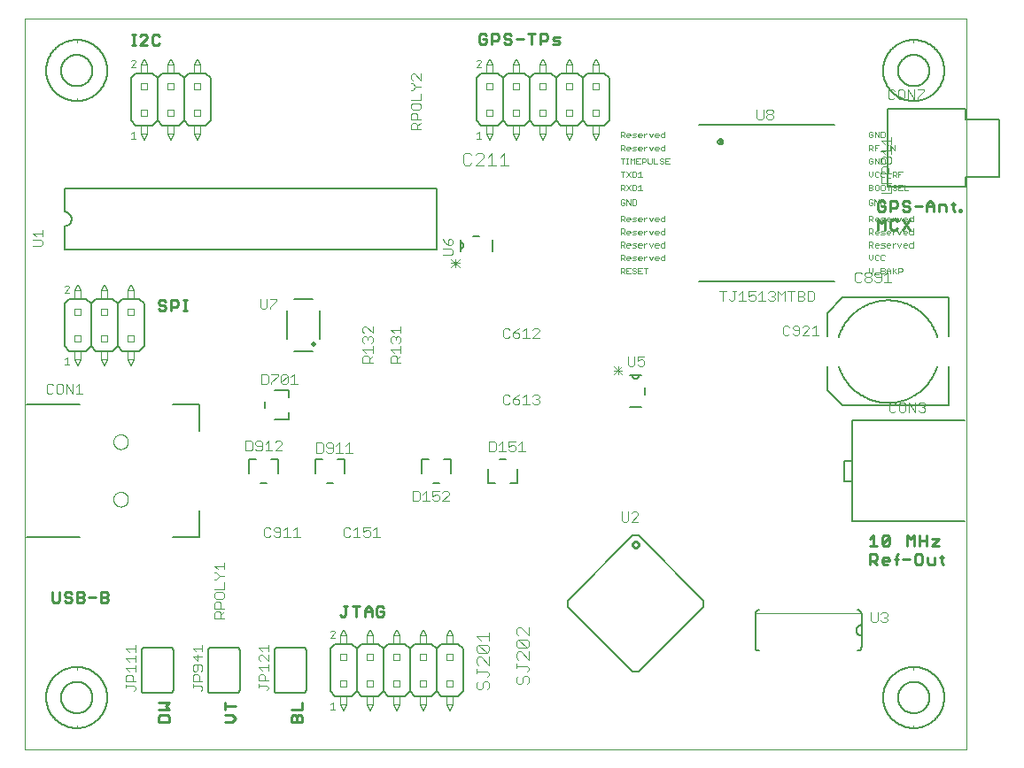
<source format=gto>
G75*
%MOIN*%
%OFA0B0*%
%FSLAX25Y25*%
%IPPOS*%
%LPD*%
%AMOC8*
5,1,8,0,0,1.08239X$1,22.5*
%
%ADD10C,0.00000*%
%ADD11C,0.01000*%
%ADD12C,0.00700*%
%ADD13C,0.00400*%
%ADD14C,0.00300*%
%ADD15C,0.00800*%
%ADD16C,0.00600*%
%ADD17C,0.00500*%
%ADD18C,0.00315*%
%ADD19C,0.00200*%
%ADD20C,0.02000*%
D10*
X0055902Y0001800D02*
X0055902Y0277391D01*
X0410233Y0277391D01*
X0410233Y0001800D01*
X0055902Y0001800D01*
X0089370Y0096149D02*
X0089372Y0096254D01*
X0089378Y0096359D01*
X0089388Y0096463D01*
X0089402Y0096567D01*
X0089420Y0096671D01*
X0089442Y0096773D01*
X0089467Y0096875D01*
X0089497Y0096976D01*
X0089530Y0097075D01*
X0089567Y0097173D01*
X0089608Y0097270D01*
X0089653Y0097365D01*
X0089701Y0097458D01*
X0089752Y0097550D01*
X0089808Y0097639D01*
X0089866Y0097726D01*
X0089928Y0097811D01*
X0089992Y0097894D01*
X0090060Y0097974D01*
X0090131Y0098051D01*
X0090205Y0098125D01*
X0090282Y0098197D01*
X0090361Y0098266D01*
X0090443Y0098331D01*
X0090527Y0098394D01*
X0090614Y0098453D01*
X0090703Y0098509D01*
X0090794Y0098562D01*
X0090887Y0098611D01*
X0090981Y0098656D01*
X0091077Y0098698D01*
X0091175Y0098736D01*
X0091274Y0098770D01*
X0091375Y0098801D01*
X0091476Y0098827D01*
X0091579Y0098850D01*
X0091682Y0098869D01*
X0091786Y0098884D01*
X0091890Y0098895D01*
X0091995Y0098902D01*
X0092100Y0098905D01*
X0092205Y0098904D01*
X0092310Y0098899D01*
X0092414Y0098890D01*
X0092518Y0098877D01*
X0092622Y0098860D01*
X0092725Y0098839D01*
X0092827Y0098814D01*
X0092928Y0098786D01*
X0093027Y0098753D01*
X0093126Y0098717D01*
X0093223Y0098677D01*
X0093318Y0098634D01*
X0093412Y0098586D01*
X0093504Y0098536D01*
X0093594Y0098482D01*
X0093682Y0098424D01*
X0093767Y0098363D01*
X0093850Y0098299D01*
X0093931Y0098232D01*
X0094009Y0098162D01*
X0094084Y0098088D01*
X0094156Y0098013D01*
X0094226Y0097934D01*
X0094292Y0097853D01*
X0094356Y0097769D01*
X0094416Y0097683D01*
X0094472Y0097595D01*
X0094526Y0097504D01*
X0094576Y0097412D01*
X0094622Y0097318D01*
X0094665Y0097222D01*
X0094704Y0097124D01*
X0094739Y0097026D01*
X0094770Y0096925D01*
X0094798Y0096824D01*
X0094822Y0096722D01*
X0094842Y0096619D01*
X0094858Y0096515D01*
X0094870Y0096411D01*
X0094878Y0096306D01*
X0094882Y0096201D01*
X0094882Y0096097D01*
X0094878Y0095992D01*
X0094870Y0095887D01*
X0094858Y0095783D01*
X0094842Y0095679D01*
X0094822Y0095576D01*
X0094798Y0095474D01*
X0094770Y0095373D01*
X0094739Y0095272D01*
X0094704Y0095174D01*
X0094665Y0095076D01*
X0094622Y0094980D01*
X0094576Y0094886D01*
X0094526Y0094794D01*
X0094472Y0094703D01*
X0094416Y0094615D01*
X0094356Y0094529D01*
X0094292Y0094445D01*
X0094226Y0094364D01*
X0094156Y0094285D01*
X0094084Y0094210D01*
X0094009Y0094136D01*
X0093931Y0094066D01*
X0093850Y0093999D01*
X0093767Y0093935D01*
X0093682Y0093874D01*
X0093594Y0093816D01*
X0093504Y0093762D01*
X0093412Y0093712D01*
X0093318Y0093664D01*
X0093223Y0093621D01*
X0093126Y0093581D01*
X0093027Y0093545D01*
X0092928Y0093512D01*
X0092827Y0093484D01*
X0092725Y0093459D01*
X0092622Y0093438D01*
X0092518Y0093421D01*
X0092414Y0093408D01*
X0092310Y0093399D01*
X0092205Y0093394D01*
X0092100Y0093393D01*
X0091995Y0093396D01*
X0091890Y0093403D01*
X0091786Y0093414D01*
X0091682Y0093429D01*
X0091579Y0093448D01*
X0091476Y0093471D01*
X0091375Y0093497D01*
X0091274Y0093528D01*
X0091175Y0093562D01*
X0091077Y0093600D01*
X0090981Y0093642D01*
X0090887Y0093687D01*
X0090794Y0093736D01*
X0090703Y0093789D01*
X0090614Y0093845D01*
X0090527Y0093904D01*
X0090443Y0093967D01*
X0090361Y0094032D01*
X0090282Y0094101D01*
X0090205Y0094173D01*
X0090131Y0094247D01*
X0090060Y0094324D01*
X0089992Y0094404D01*
X0089928Y0094487D01*
X0089866Y0094572D01*
X0089808Y0094659D01*
X0089752Y0094748D01*
X0089701Y0094840D01*
X0089653Y0094933D01*
X0089608Y0095028D01*
X0089567Y0095125D01*
X0089530Y0095223D01*
X0089497Y0095322D01*
X0089467Y0095423D01*
X0089442Y0095525D01*
X0089420Y0095627D01*
X0089402Y0095731D01*
X0089388Y0095835D01*
X0089378Y0095939D01*
X0089372Y0096044D01*
X0089370Y0096149D01*
X0089370Y0117802D02*
X0089372Y0117907D01*
X0089378Y0118012D01*
X0089388Y0118116D01*
X0089402Y0118220D01*
X0089420Y0118324D01*
X0089442Y0118426D01*
X0089467Y0118528D01*
X0089497Y0118629D01*
X0089530Y0118728D01*
X0089567Y0118826D01*
X0089608Y0118923D01*
X0089653Y0119018D01*
X0089701Y0119111D01*
X0089752Y0119203D01*
X0089808Y0119292D01*
X0089866Y0119379D01*
X0089928Y0119464D01*
X0089992Y0119547D01*
X0090060Y0119627D01*
X0090131Y0119704D01*
X0090205Y0119778D01*
X0090282Y0119850D01*
X0090361Y0119919D01*
X0090443Y0119984D01*
X0090527Y0120047D01*
X0090614Y0120106D01*
X0090703Y0120162D01*
X0090794Y0120215D01*
X0090887Y0120264D01*
X0090981Y0120309D01*
X0091077Y0120351D01*
X0091175Y0120389D01*
X0091274Y0120423D01*
X0091375Y0120454D01*
X0091476Y0120480D01*
X0091579Y0120503D01*
X0091682Y0120522D01*
X0091786Y0120537D01*
X0091890Y0120548D01*
X0091995Y0120555D01*
X0092100Y0120558D01*
X0092205Y0120557D01*
X0092310Y0120552D01*
X0092414Y0120543D01*
X0092518Y0120530D01*
X0092622Y0120513D01*
X0092725Y0120492D01*
X0092827Y0120467D01*
X0092928Y0120439D01*
X0093027Y0120406D01*
X0093126Y0120370D01*
X0093223Y0120330D01*
X0093318Y0120287D01*
X0093412Y0120239D01*
X0093504Y0120189D01*
X0093594Y0120135D01*
X0093682Y0120077D01*
X0093767Y0120016D01*
X0093850Y0119952D01*
X0093931Y0119885D01*
X0094009Y0119815D01*
X0094084Y0119741D01*
X0094156Y0119666D01*
X0094226Y0119587D01*
X0094292Y0119506D01*
X0094356Y0119422D01*
X0094416Y0119336D01*
X0094472Y0119248D01*
X0094526Y0119157D01*
X0094576Y0119065D01*
X0094622Y0118971D01*
X0094665Y0118875D01*
X0094704Y0118777D01*
X0094739Y0118679D01*
X0094770Y0118578D01*
X0094798Y0118477D01*
X0094822Y0118375D01*
X0094842Y0118272D01*
X0094858Y0118168D01*
X0094870Y0118064D01*
X0094878Y0117959D01*
X0094882Y0117854D01*
X0094882Y0117750D01*
X0094878Y0117645D01*
X0094870Y0117540D01*
X0094858Y0117436D01*
X0094842Y0117332D01*
X0094822Y0117229D01*
X0094798Y0117127D01*
X0094770Y0117026D01*
X0094739Y0116925D01*
X0094704Y0116827D01*
X0094665Y0116729D01*
X0094622Y0116633D01*
X0094576Y0116539D01*
X0094526Y0116447D01*
X0094472Y0116356D01*
X0094416Y0116268D01*
X0094356Y0116182D01*
X0094292Y0116098D01*
X0094226Y0116017D01*
X0094156Y0115938D01*
X0094084Y0115863D01*
X0094009Y0115789D01*
X0093931Y0115719D01*
X0093850Y0115652D01*
X0093767Y0115588D01*
X0093682Y0115527D01*
X0093594Y0115469D01*
X0093504Y0115415D01*
X0093412Y0115365D01*
X0093318Y0115317D01*
X0093223Y0115274D01*
X0093126Y0115234D01*
X0093027Y0115198D01*
X0092928Y0115165D01*
X0092827Y0115137D01*
X0092725Y0115112D01*
X0092622Y0115091D01*
X0092518Y0115074D01*
X0092414Y0115061D01*
X0092310Y0115052D01*
X0092205Y0115047D01*
X0092100Y0115046D01*
X0091995Y0115049D01*
X0091890Y0115056D01*
X0091786Y0115067D01*
X0091682Y0115082D01*
X0091579Y0115101D01*
X0091476Y0115124D01*
X0091375Y0115150D01*
X0091274Y0115181D01*
X0091175Y0115215D01*
X0091077Y0115253D01*
X0090981Y0115295D01*
X0090887Y0115340D01*
X0090794Y0115389D01*
X0090703Y0115442D01*
X0090614Y0115498D01*
X0090527Y0115557D01*
X0090443Y0115620D01*
X0090361Y0115685D01*
X0090282Y0115754D01*
X0090205Y0115826D01*
X0090131Y0115900D01*
X0090060Y0115977D01*
X0089992Y0116057D01*
X0089928Y0116140D01*
X0089866Y0116225D01*
X0089808Y0116312D01*
X0089752Y0116401D01*
X0089701Y0116493D01*
X0089653Y0116586D01*
X0089608Y0116681D01*
X0089567Y0116778D01*
X0089530Y0116876D01*
X0089497Y0116975D01*
X0089467Y0117076D01*
X0089442Y0117178D01*
X0089420Y0117280D01*
X0089402Y0117384D01*
X0089388Y0117488D01*
X0089378Y0117592D01*
X0089372Y0117697D01*
X0089370Y0117802D01*
D11*
X0107069Y0167300D02*
X0106402Y0167967D01*
X0107069Y0167300D02*
X0108404Y0167300D01*
X0109071Y0167967D01*
X0109071Y0168634D01*
X0108404Y0169302D01*
X0107069Y0169302D01*
X0106402Y0169969D01*
X0106402Y0170636D01*
X0107069Y0171303D01*
X0108404Y0171303D01*
X0109071Y0170636D01*
X0111006Y0171303D02*
X0111006Y0167300D01*
X0111006Y0168634D02*
X0113008Y0168634D01*
X0113675Y0169302D01*
X0113675Y0170636D01*
X0113008Y0171303D01*
X0111006Y0171303D01*
X0115610Y0171303D02*
X0116945Y0171303D01*
X0116277Y0171303D02*
X0116277Y0167300D01*
X0115610Y0167300D02*
X0116945Y0167300D01*
X0106077Y0267300D02*
X0106744Y0267967D01*
X0106077Y0267300D02*
X0104743Y0267300D01*
X0104075Y0267967D01*
X0104075Y0270636D01*
X0104743Y0271303D01*
X0106077Y0271303D01*
X0106744Y0270636D01*
X0102140Y0270636D02*
X0102140Y0269969D01*
X0099472Y0267300D01*
X0102140Y0267300D01*
X0102140Y0270636D02*
X0101473Y0271303D01*
X0100139Y0271303D01*
X0099472Y0270636D01*
X0097737Y0271303D02*
X0096402Y0271303D01*
X0097069Y0271303D02*
X0097069Y0267300D01*
X0096402Y0267300D02*
X0097737Y0267300D01*
X0227125Y0268346D02*
X0227792Y0267679D01*
X0229126Y0267679D01*
X0229794Y0268346D01*
X0229794Y0269680D01*
X0228459Y0269680D01*
X0227125Y0268346D02*
X0227125Y0271015D01*
X0227792Y0271682D01*
X0229126Y0271682D01*
X0229794Y0271015D01*
X0231729Y0271682D02*
X0233730Y0271682D01*
X0234398Y0271015D01*
X0234398Y0269680D01*
X0233730Y0269013D01*
X0231729Y0269013D01*
X0231729Y0267679D02*
X0231729Y0271682D01*
X0236333Y0271015D02*
X0236333Y0270348D01*
X0237000Y0269680D01*
X0238334Y0269680D01*
X0239002Y0269013D01*
X0239002Y0268346D01*
X0238334Y0267679D01*
X0237000Y0267679D01*
X0236333Y0268346D01*
X0236333Y0271015D02*
X0237000Y0271682D01*
X0238334Y0271682D01*
X0239002Y0271015D01*
X0240936Y0269680D02*
X0243605Y0269680D01*
X0245540Y0271682D02*
X0248209Y0271682D01*
X0246875Y0271682D02*
X0246875Y0267679D01*
X0250144Y0267679D02*
X0250144Y0271682D01*
X0252146Y0271682D01*
X0252813Y0271015D01*
X0252813Y0269680D01*
X0252146Y0269013D01*
X0250144Y0269013D01*
X0254748Y0269680D02*
X0255415Y0270348D01*
X0257417Y0270348D01*
X0256750Y0269013D02*
X0255415Y0269013D01*
X0254748Y0269680D01*
X0254748Y0267679D02*
X0256750Y0267679D01*
X0257417Y0268346D01*
X0256750Y0269013D01*
X0377125Y0208015D02*
X0377125Y0205346D01*
X0377792Y0204679D01*
X0379126Y0204679D01*
X0379794Y0205346D01*
X0379794Y0206680D01*
X0378459Y0206680D01*
X0377125Y0208015D02*
X0377792Y0208682D01*
X0379126Y0208682D01*
X0379794Y0208015D01*
X0381729Y0208682D02*
X0383730Y0208682D01*
X0384398Y0208015D01*
X0384398Y0206680D01*
X0383730Y0206013D01*
X0381729Y0206013D01*
X0381729Y0204679D02*
X0381729Y0208682D01*
X0386333Y0208015D02*
X0386333Y0207348D01*
X0387000Y0206680D01*
X0388334Y0206680D01*
X0389002Y0206013D01*
X0389002Y0205346D01*
X0388334Y0204679D01*
X0387000Y0204679D01*
X0386333Y0205346D01*
X0386333Y0208015D02*
X0387000Y0208682D01*
X0388334Y0208682D01*
X0389002Y0208015D01*
X0390936Y0206680D02*
X0393605Y0206680D01*
X0395540Y0206680D02*
X0398209Y0206680D01*
X0398209Y0207348D02*
X0398209Y0204679D01*
X0400144Y0204679D02*
X0400144Y0207348D01*
X0402146Y0207348D01*
X0402813Y0206680D01*
X0402813Y0204679D01*
X0405415Y0205346D02*
X0405415Y0208015D01*
X0404748Y0207348D02*
X0406083Y0207348D01*
X0405415Y0205346D02*
X0406083Y0204679D01*
X0407818Y0204679D02*
X0408485Y0204679D01*
X0408485Y0205346D01*
X0407818Y0205346D01*
X0407818Y0204679D01*
X0398209Y0207348D02*
X0396875Y0208682D01*
X0395540Y0207348D01*
X0395540Y0204679D01*
X0389002Y0201682D02*
X0386333Y0197679D01*
X0384398Y0198346D02*
X0383730Y0197679D01*
X0382396Y0197679D01*
X0381729Y0198346D01*
X0381729Y0201015D01*
X0382396Y0201682D01*
X0383730Y0201682D01*
X0384398Y0201015D01*
X0386333Y0201682D02*
X0389002Y0197679D01*
X0379794Y0197679D02*
X0379794Y0201682D01*
X0378459Y0200348D01*
X0377125Y0201682D01*
X0377125Y0197679D01*
X0375546Y0082450D02*
X0375546Y0078447D01*
X0374212Y0078447D02*
X0376881Y0078447D01*
X0378816Y0079114D02*
X0381484Y0081783D01*
X0381484Y0079114D01*
X0380817Y0078447D01*
X0379483Y0078447D01*
X0378816Y0079114D01*
X0378816Y0081783D01*
X0379483Y0082450D01*
X0380817Y0082450D01*
X0381484Y0081783D01*
X0375546Y0082450D02*
X0374212Y0081116D01*
X0374212Y0075450D02*
X0376213Y0075450D01*
X0376881Y0074783D01*
X0376881Y0073448D01*
X0376213Y0072781D01*
X0374212Y0072781D01*
X0375546Y0072781D02*
X0376881Y0071447D01*
X0378816Y0072114D02*
X0378816Y0073448D01*
X0379483Y0074116D01*
X0380817Y0074116D01*
X0381484Y0073448D01*
X0381484Y0072781D01*
X0378816Y0072781D01*
X0378816Y0072114D02*
X0379483Y0071447D01*
X0380817Y0071447D01*
X0384087Y0071447D02*
X0384087Y0074783D01*
X0384754Y0075450D01*
X0384754Y0073448D02*
X0383419Y0073448D01*
X0386489Y0073448D02*
X0389158Y0073448D01*
X0391093Y0072114D02*
X0391760Y0071447D01*
X0393094Y0071447D01*
X0393762Y0072114D01*
X0393762Y0074783D01*
X0393094Y0075450D01*
X0391760Y0075450D01*
X0391093Y0074783D01*
X0391093Y0072114D01*
X0395697Y0072114D02*
X0395697Y0074116D01*
X0395697Y0072114D02*
X0396364Y0071447D01*
X0398366Y0071447D01*
X0398366Y0074116D01*
X0400300Y0074116D02*
X0401635Y0074116D01*
X0400968Y0074783D02*
X0400968Y0072114D01*
X0401635Y0071447D01*
X0399900Y0078447D02*
X0397231Y0078447D01*
X0399900Y0081116D01*
X0397231Y0081116D01*
X0395296Y0080448D02*
X0392627Y0080448D01*
X0392627Y0078447D02*
X0392627Y0082450D01*
X0390692Y0082450D02*
X0389358Y0081116D01*
X0388023Y0082450D01*
X0388023Y0078447D01*
X0390692Y0078447D02*
X0390692Y0082450D01*
X0395296Y0082450D02*
X0395296Y0078447D01*
X0374212Y0075450D02*
X0374212Y0071447D01*
X0284789Y0079071D02*
X0284791Y0079138D01*
X0284797Y0079204D01*
X0284807Y0079270D01*
X0284821Y0079335D01*
X0284838Y0079399D01*
X0284860Y0079462D01*
X0284885Y0079524D01*
X0284914Y0079584D01*
X0284947Y0079642D01*
X0284982Y0079698D01*
X0285022Y0079752D01*
X0285064Y0079803D01*
X0285109Y0079852D01*
X0285157Y0079898D01*
X0285208Y0079941D01*
X0285261Y0079981D01*
X0285317Y0080018D01*
X0285375Y0080051D01*
X0285434Y0080081D01*
X0285495Y0080107D01*
X0285558Y0080130D01*
X0285622Y0080148D01*
X0285687Y0080163D01*
X0285753Y0080174D01*
X0285819Y0080181D01*
X0285885Y0080184D01*
X0285952Y0080183D01*
X0286018Y0080178D01*
X0286084Y0080169D01*
X0286150Y0080156D01*
X0286214Y0080139D01*
X0286277Y0080119D01*
X0286339Y0080094D01*
X0286400Y0080066D01*
X0286459Y0080035D01*
X0286515Y0080000D01*
X0286570Y0079962D01*
X0286622Y0079920D01*
X0286671Y0079875D01*
X0286718Y0079828D01*
X0286762Y0079778D01*
X0286802Y0079725D01*
X0286840Y0079670D01*
X0286874Y0079613D01*
X0286905Y0079554D01*
X0286932Y0079493D01*
X0286955Y0079431D01*
X0286975Y0079367D01*
X0286991Y0079302D01*
X0287003Y0079237D01*
X0287011Y0079171D01*
X0287015Y0079104D01*
X0287015Y0079038D01*
X0287011Y0078971D01*
X0287003Y0078905D01*
X0286991Y0078840D01*
X0286975Y0078775D01*
X0286955Y0078711D01*
X0286932Y0078649D01*
X0286905Y0078588D01*
X0286874Y0078529D01*
X0286840Y0078472D01*
X0286802Y0078417D01*
X0286762Y0078364D01*
X0286718Y0078314D01*
X0286671Y0078267D01*
X0286622Y0078222D01*
X0286570Y0078180D01*
X0286515Y0078142D01*
X0286458Y0078107D01*
X0286400Y0078076D01*
X0286339Y0078048D01*
X0286277Y0078023D01*
X0286214Y0078003D01*
X0286150Y0077986D01*
X0286084Y0077973D01*
X0286018Y0077964D01*
X0285952Y0077959D01*
X0285885Y0077958D01*
X0285819Y0077961D01*
X0285753Y0077968D01*
X0285687Y0077979D01*
X0285622Y0077994D01*
X0285558Y0078012D01*
X0285495Y0078035D01*
X0285434Y0078061D01*
X0285375Y0078091D01*
X0285317Y0078124D01*
X0285261Y0078161D01*
X0285208Y0078201D01*
X0285157Y0078244D01*
X0285109Y0078290D01*
X0285064Y0078339D01*
X0285022Y0078390D01*
X0284982Y0078444D01*
X0284947Y0078500D01*
X0284914Y0078558D01*
X0284885Y0078618D01*
X0284860Y0078680D01*
X0284838Y0078743D01*
X0284821Y0078807D01*
X0284807Y0078872D01*
X0284797Y0078938D01*
X0284791Y0079004D01*
X0284789Y0079071D01*
X0191185Y0055257D02*
X0190518Y0055924D01*
X0189183Y0055924D01*
X0188516Y0055257D01*
X0188516Y0052588D01*
X0189183Y0051921D01*
X0190518Y0051921D01*
X0191185Y0052588D01*
X0191185Y0053923D01*
X0189851Y0053923D01*
X0186581Y0053923D02*
X0183912Y0053923D01*
X0183912Y0054590D02*
X0185247Y0055924D01*
X0186581Y0054590D01*
X0186581Y0051921D01*
X0183912Y0051921D02*
X0183912Y0054590D01*
X0181977Y0055924D02*
X0179308Y0055924D01*
X0180643Y0055924D02*
X0180643Y0051921D01*
X0176706Y0052588D02*
X0176706Y0055924D01*
X0176039Y0055924D02*
X0177373Y0055924D01*
X0176706Y0052588D02*
X0176039Y0051921D01*
X0175372Y0051921D01*
X0174704Y0052588D01*
X0160402Y0019573D02*
X0160402Y0016904D01*
X0156399Y0016904D01*
X0157066Y0014969D02*
X0157733Y0014969D01*
X0158401Y0014302D01*
X0158401Y0012300D01*
X0160402Y0012300D02*
X0156399Y0012300D01*
X0156399Y0014302D01*
X0157066Y0014969D01*
X0158401Y0014302D02*
X0159068Y0014969D01*
X0159735Y0014969D01*
X0160402Y0014302D01*
X0160402Y0012300D01*
X0135402Y0013634D02*
X0134068Y0012300D01*
X0131399Y0012300D01*
X0131399Y0014969D02*
X0134068Y0014969D01*
X0135402Y0013634D01*
X0135402Y0018238D02*
X0131399Y0018238D01*
X0131399Y0016904D02*
X0131399Y0019573D01*
X0110402Y0019573D02*
X0106399Y0019573D01*
X0106399Y0016904D02*
X0110402Y0016904D01*
X0109068Y0018238D01*
X0110402Y0019573D01*
X0109735Y0014969D02*
X0107066Y0014969D01*
X0106399Y0014302D01*
X0106399Y0012300D01*
X0110402Y0012300D01*
X0110402Y0014302D01*
X0109735Y0014969D01*
X0086820Y0057300D02*
X0084818Y0057300D01*
X0084818Y0061303D01*
X0086820Y0061303D01*
X0087487Y0060636D01*
X0087487Y0059969D01*
X0086820Y0059302D01*
X0084818Y0059302D01*
X0082883Y0059302D02*
X0080214Y0059302D01*
X0078279Y0059969D02*
X0077612Y0059302D01*
X0075610Y0059302D01*
X0075610Y0061303D02*
X0077612Y0061303D01*
X0078279Y0060636D01*
X0078279Y0059969D01*
X0077612Y0059302D02*
X0078279Y0058634D01*
X0078279Y0057967D01*
X0077612Y0057300D01*
X0075610Y0057300D01*
X0075610Y0061303D01*
X0073675Y0060636D02*
X0073008Y0061303D01*
X0071673Y0061303D01*
X0071006Y0060636D01*
X0071006Y0059969D01*
X0071673Y0059302D01*
X0073008Y0059302D01*
X0073675Y0058634D01*
X0073675Y0057967D01*
X0073008Y0057300D01*
X0071673Y0057300D01*
X0071006Y0057967D01*
X0069071Y0057967D02*
X0069071Y0061303D01*
X0066402Y0061303D02*
X0066402Y0057967D01*
X0067069Y0057300D01*
X0068404Y0057300D01*
X0069071Y0057967D01*
X0086820Y0057300D02*
X0087487Y0057967D01*
X0087487Y0058634D01*
X0086820Y0059302D01*
D12*
X0070902Y0190300D02*
X0070902Y0199050D01*
X0071006Y0199052D01*
X0071110Y0199058D01*
X0071214Y0199068D01*
X0071317Y0199081D01*
X0071419Y0199099D01*
X0071521Y0199121D01*
X0071622Y0199146D01*
X0071722Y0199175D01*
X0071821Y0199208D01*
X0071918Y0199245D01*
X0072014Y0199285D01*
X0072109Y0199329D01*
X0072201Y0199376D01*
X0072292Y0199427D01*
X0072381Y0199481D01*
X0072467Y0199539D01*
X0072552Y0199600D01*
X0072634Y0199664D01*
X0072714Y0199731D01*
X0072791Y0199801D01*
X0072865Y0199874D01*
X0072936Y0199950D01*
X0073005Y0200028D01*
X0073070Y0200109D01*
X0073133Y0200192D01*
X0073192Y0200278D01*
X0073248Y0200365D01*
X0073301Y0200455D01*
X0073350Y0200547D01*
X0073396Y0200640D01*
X0073438Y0200736D01*
X0073476Y0200832D01*
X0073511Y0200930D01*
X0073542Y0201030D01*
X0073569Y0201130D01*
X0073593Y0201232D01*
X0073612Y0201334D01*
X0073628Y0201437D01*
X0073640Y0201540D01*
X0073648Y0201644D01*
X0073652Y0201748D01*
X0073652Y0201852D01*
X0073648Y0201956D01*
X0073640Y0202060D01*
X0073628Y0202163D01*
X0073612Y0202266D01*
X0073593Y0202368D01*
X0073569Y0202470D01*
X0073542Y0202570D01*
X0073511Y0202670D01*
X0073476Y0202768D01*
X0073438Y0202864D01*
X0073396Y0202960D01*
X0073350Y0203053D01*
X0073301Y0203145D01*
X0073248Y0203235D01*
X0073192Y0203322D01*
X0073133Y0203408D01*
X0073070Y0203491D01*
X0073005Y0203572D01*
X0072936Y0203650D01*
X0072865Y0203726D01*
X0072791Y0203799D01*
X0072714Y0203869D01*
X0072634Y0203936D01*
X0072552Y0204000D01*
X0072467Y0204061D01*
X0072381Y0204119D01*
X0072292Y0204173D01*
X0072201Y0204224D01*
X0072109Y0204271D01*
X0072014Y0204315D01*
X0071918Y0204355D01*
X0071821Y0204392D01*
X0071722Y0204425D01*
X0071622Y0204454D01*
X0071521Y0204479D01*
X0071419Y0204501D01*
X0071317Y0204519D01*
X0071214Y0204532D01*
X0071110Y0204542D01*
X0071006Y0204548D01*
X0070902Y0204550D01*
X0070902Y0213300D01*
X0210902Y0213300D01*
X0210902Y0190300D01*
X0070902Y0190300D01*
D13*
X0062806Y0192075D02*
X0062806Y0193276D01*
X0062206Y0193876D01*
X0059203Y0193876D01*
X0060404Y0195157D02*
X0059203Y0196358D01*
X0062806Y0196358D01*
X0062806Y0195157D02*
X0062806Y0197559D01*
X0062806Y0192075D02*
X0062206Y0191474D01*
X0059203Y0191474D01*
X0213442Y0190534D02*
X0216445Y0190534D01*
X0217045Y0189934D01*
X0217045Y0188733D01*
X0216445Y0188132D01*
X0213442Y0188132D01*
X0215244Y0191816D02*
X0215244Y0193617D01*
X0215844Y0194218D01*
X0216445Y0194218D01*
X0217045Y0193617D01*
X0217045Y0192416D01*
X0216445Y0191816D01*
X0215244Y0191816D01*
X0214043Y0193017D01*
X0213442Y0194218D01*
X0221870Y0222000D02*
X0223404Y0222000D01*
X0224172Y0222767D01*
X0225706Y0222000D02*
X0228775Y0225069D01*
X0228775Y0225837D01*
X0228008Y0226604D01*
X0226473Y0226604D01*
X0225706Y0225837D01*
X0224172Y0225837D02*
X0223404Y0226604D01*
X0221870Y0226604D01*
X0221102Y0225837D01*
X0221102Y0222767D01*
X0221870Y0222000D01*
X0225706Y0222000D02*
X0228775Y0222000D01*
X0230310Y0222000D02*
X0233379Y0222000D01*
X0231845Y0222000D02*
X0231845Y0226604D01*
X0230310Y0225069D01*
X0234914Y0225069D02*
X0236449Y0226604D01*
X0236449Y0222000D01*
X0237983Y0222000D02*
X0234914Y0222000D01*
X0282990Y0149964D02*
X0282990Y0146961D01*
X0283590Y0146361D01*
X0284791Y0146361D01*
X0285392Y0146961D01*
X0285392Y0149964D01*
X0286673Y0149964D02*
X0286673Y0148162D01*
X0287874Y0148763D01*
X0288474Y0148763D01*
X0289075Y0148162D01*
X0289075Y0146961D01*
X0288474Y0146361D01*
X0287273Y0146361D01*
X0286673Y0146961D01*
X0286673Y0149964D02*
X0289075Y0149964D01*
X0374516Y0053458D02*
X0374516Y0050455D01*
X0375116Y0049855D01*
X0376317Y0049855D01*
X0376918Y0050455D01*
X0376918Y0053458D01*
X0378199Y0052857D02*
X0378799Y0053458D01*
X0380001Y0053458D01*
X0380601Y0052857D01*
X0380601Y0052257D01*
X0380001Y0051656D01*
X0380601Y0051056D01*
X0380601Y0050455D01*
X0380001Y0049855D01*
X0378799Y0049855D01*
X0378199Y0050455D01*
X0379400Y0051656D02*
X0380001Y0051656D01*
X0245702Y0047965D02*
X0245702Y0044896D01*
X0242633Y0047965D01*
X0241866Y0047965D01*
X0241098Y0047198D01*
X0241098Y0045663D01*
X0241866Y0044896D01*
X0241866Y0043361D02*
X0244935Y0040292D01*
X0245702Y0041059D01*
X0245702Y0042594D01*
X0244935Y0043361D01*
X0241866Y0043361D01*
X0241098Y0042594D01*
X0241098Y0041059D01*
X0241866Y0040292D01*
X0244935Y0040292D01*
X0245702Y0038757D02*
X0245702Y0035688D01*
X0242633Y0038757D01*
X0241866Y0038757D01*
X0241098Y0037990D01*
X0241098Y0036455D01*
X0241866Y0035688D01*
X0241098Y0034154D02*
X0241098Y0032619D01*
X0241098Y0033386D02*
X0244935Y0033386D01*
X0245702Y0032619D01*
X0245702Y0031852D01*
X0244935Y0031084D01*
X0244935Y0029550D02*
X0245702Y0028782D01*
X0245702Y0027248D01*
X0244935Y0026480D01*
X0243400Y0027248D02*
X0243400Y0028782D01*
X0244168Y0029550D01*
X0244935Y0029550D01*
X0243400Y0027248D02*
X0242633Y0026480D01*
X0241866Y0026480D01*
X0241098Y0027248D01*
X0241098Y0028782D01*
X0241866Y0029550D01*
X0230702Y0029871D02*
X0229935Y0029104D01*
X0230702Y0029871D02*
X0230702Y0030639D01*
X0229935Y0031406D01*
X0226098Y0031406D01*
X0226098Y0030639D02*
X0226098Y0032173D01*
X0226866Y0033708D02*
X0226098Y0034475D01*
X0226098Y0036010D01*
X0226866Y0036777D01*
X0227633Y0036777D01*
X0230702Y0033708D01*
X0230702Y0036777D01*
X0229935Y0038312D02*
X0226866Y0041381D01*
X0229935Y0041381D01*
X0230702Y0040614D01*
X0230702Y0039079D01*
X0229935Y0038312D01*
X0226866Y0038312D01*
X0226098Y0039079D01*
X0226098Y0040614D01*
X0226866Y0041381D01*
X0227633Y0042916D02*
X0226098Y0044450D01*
X0230702Y0044450D01*
X0230702Y0042916D02*
X0230702Y0045985D01*
X0229935Y0027569D02*
X0230702Y0026802D01*
X0230702Y0025267D01*
X0229935Y0024500D01*
X0228400Y0025267D02*
X0228400Y0026802D01*
X0229168Y0027569D01*
X0229935Y0027569D01*
X0228400Y0025267D02*
X0227633Y0024500D01*
X0226866Y0024500D01*
X0226098Y0025267D01*
X0226098Y0026802D01*
X0226866Y0027569D01*
X0147650Y0027884D02*
X0144047Y0027884D01*
X0144047Y0029686D01*
X0144648Y0030286D01*
X0145849Y0030286D01*
X0146449Y0029686D01*
X0146449Y0027884D01*
X0147050Y0026003D02*
X0144047Y0026003D01*
X0144047Y0026603D02*
X0144047Y0025402D01*
X0147050Y0026003D02*
X0147650Y0025402D01*
X0147650Y0024802D01*
X0147050Y0024201D01*
X0147650Y0031568D02*
X0147650Y0033970D01*
X0147650Y0032769D02*
X0144047Y0032769D01*
X0145248Y0031568D01*
X0144648Y0035251D02*
X0144047Y0035851D01*
X0144047Y0037052D01*
X0144648Y0037653D01*
X0145248Y0037653D01*
X0147650Y0035251D01*
X0147650Y0037653D01*
X0147650Y0038934D02*
X0147650Y0041336D01*
X0147650Y0040135D02*
X0144047Y0040135D01*
X0145248Y0038934D01*
X0122825Y0038759D02*
X0122825Y0041161D01*
X0122825Y0039960D02*
X0119222Y0039960D01*
X0120423Y0038759D01*
X0121024Y0037477D02*
X0121024Y0035075D01*
X0119222Y0036877D01*
X0122825Y0036877D01*
X0122225Y0033794D02*
X0119823Y0033794D01*
X0119222Y0033194D01*
X0119222Y0031993D01*
X0119823Y0031392D01*
X0120423Y0031392D01*
X0121024Y0031993D01*
X0121024Y0033794D01*
X0122225Y0033794D02*
X0122825Y0033194D01*
X0122825Y0031993D01*
X0122225Y0031392D01*
X0121024Y0030111D02*
X0121624Y0029511D01*
X0121624Y0027709D01*
X0122825Y0027709D02*
X0119222Y0027709D01*
X0119222Y0029511D01*
X0119823Y0030111D01*
X0121024Y0030111D01*
X0119222Y0026428D02*
X0119222Y0025227D01*
X0119222Y0025827D02*
X0122225Y0025827D01*
X0122825Y0025227D01*
X0122825Y0024626D01*
X0122225Y0024026D01*
X0097788Y0024543D02*
X0097788Y0025143D01*
X0097188Y0025744D01*
X0094185Y0025744D01*
X0094185Y0026344D02*
X0094185Y0025143D01*
X0094185Y0027625D02*
X0094185Y0029427D01*
X0094786Y0030027D01*
X0095987Y0030027D01*
X0096587Y0029427D01*
X0096587Y0027625D01*
X0097788Y0027625D02*
X0094185Y0027625D01*
X0095386Y0031308D02*
X0094185Y0032509D01*
X0097788Y0032509D01*
X0097788Y0031308D02*
X0097788Y0033710D01*
X0097788Y0034992D02*
X0097788Y0037394D01*
X0097788Y0036193D02*
X0094185Y0036193D01*
X0095386Y0034992D01*
X0095386Y0038675D02*
X0094185Y0039876D01*
X0097788Y0039876D01*
X0097788Y0038675D02*
X0097788Y0041077D01*
X0097788Y0024543D02*
X0097188Y0023942D01*
D14*
X0127383Y0051329D02*
X0127383Y0053181D01*
X0128000Y0053798D01*
X0129234Y0053798D01*
X0129851Y0053181D01*
X0129851Y0051329D01*
X0129851Y0052564D02*
X0131086Y0053798D01*
X0131086Y0055012D02*
X0127383Y0055012D01*
X0127383Y0056864D01*
X0128000Y0057481D01*
X0129234Y0057481D01*
X0129851Y0056864D01*
X0129851Y0055012D01*
X0130469Y0058696D02*
X0131086Y0059313D01*
X0131086Y0060547D01*
X0130469Y0061164D01*
X0128000Y0061164D01*
X0127383Y0060547D01*
X0127383Y0059313D01*
X0128000Y0058696D01*
X0130469Y0058696D01*
X0131086Y0062379D02*
X0131086Y0064848D01*
X0131086Y0067296D02*
X0129234Y0067296D01*
X0128000Y0068531D01*
X0127383Y0068531D01*
X0128617Y0069745D02*
X0127383Y0070979D01*
X0131086Y0070979D01*
X0131086Y0069745D02*
X0131086Y0072214D01*
X0129234Y0067296D02*
X0128000Y0066062D01*
X0127383Y0066062D01*
X0127383Y0062379D02*
X0131086Y0062379D01*
X0131086Y0051329D02*
X0127383Y0051329D01*
X0146669Y0081950D02*
X0147904Y0081950D01*
X0148521Y0082567D01*
X0149735Y0082567D02*
X0150353Y0081950D01*
X0151587Y0081950D01*
X0152204Y0082567D01*
X0152204Y0085036D01*
X0151587Y0085653D01*
X0150353Y0085653D01*
X0149735Y0085036D01*
X0149735Y0084419D01*
X0150353Y0083802D01*
X0152204Y0083802D01*
X0153419Y0084419D02*
X0154653Y0085653D01*
X0154653Y0081950D01*
X0153419Y0081950D02*
X0155887Y0081950D01*
X0157102Y0081950D02*
X0159570Y0081950D01*
X0158336Y0081950D02*
X0158336Y0085653D01*
X0157102Y0084419D01*
X0148521Y0085036D02*
X0147904Y0085653D01*
X0146669Y0085653D01*
X0146052Y0085036D01*
X0146052Y0082567D01*
X0146669Y0081950D01*
X0176052Y0082567D02*
X0176669Y0081950D01*
X0177904Y0081950D01*
X0178521Y0082567D01*
X0179735Y0081950D02*
X0182204Y0081950D01*
X0180970Y0081950D02*
X0180970Y0085653D01*
X0179735Y0084419D01*
X0178521Y0085036D02*
X0177904Y0085653D01*
X0176669Y0085653D01*
X0176052Y0085036D01*
X0176052Y0082567D01*
X0183419Y0082567D02*
X0184036Y0081950D01*
X0185270Y0081950D01*
X0185887Y0082567D01*
X0185887Y0083802D01*
X0185270Y0084419D01*
X0184653Y0084419D01*
X0183419Y0083802D01*
X0183419Y0085653D01*
X0185887Y0085653D01*
X0187102Y0084419D02*
X0188336Y0085653D01*
X0188336Y0081950D01*
X0187102Y0081950D02*
X0189570Y0081950D01*
X0202087Y0095515D02*
X0203939Y0095515D01*
X0204556Y0096132D01*
X0204556Y0098601D01*
X0203939Y0099218D01*
X0202087Y0099218D01*
X0202087Y0095515D01*
X0205771Y0095515D02*
X0208239Y0095515D01*
X0207005Y0095515D02*
X0207005Y0099218D01*
X0205771Y0097984D01*
X0209454Y0097367D02*
X0209454Y0099218D01*
X0211923Y0099218D01*
X0213137Y0098601D02*
X0213754Y0099218D01*
X0214989Y0099218D01*
X0215606Y0098601D01*
X0215606Y0097984D01*
X0213137Y0095515D01*
X0215606Y0095515D01*
X0211923Y0096132D02*
X0211305Y0095515D01*
X0210071Y0095515D01*
X0209454Y0096132D01*
X0209454Y0097367D02*
X0210688Y0097984D01*
X0211305Y0097984D01*
X0211923Y0097367D01*
X0211923Y0096132D01*
X0230778Y0114138D02*
X0232629Y0114138D01*
X0233246Y0114755D01*
X0233246Y0117224D01*
X0232629Y0117841D01*
X0230778Y0117841D01*
X0230778Y0114138D01*
X0234461Y0114138D02*
X0236930Y0114138D01*
X0235695Y0114138D02*
X0235695Y0117841D01*
X0234461Y0116607D01*
X0238144Y0115990D02*
X0239378Y0116607D01*
X0239995Y0116607D01*
X0240613Y0115990D01*
X0240613Y0114755D01*
X0239995Y0114138D01*
X0238761Y0114138D01*
X0238144Y0114755D01*
X0238144Y0115990D02*
X0238144Y0117841D01*
X0240613Y0117841D01*
X0241827Y0116607D02*
X0243061Y0117841D01*
X0243061Y0114138D01*
X0241827Y0114138D02*
X0244296Y0114138D01*
X0244653Y0131950D02*
X0244653Y0135653D01*
X0243419Y0134419D01*
X0242204Y0135653D02*
X0240970Y0135036D01*
X0239735Y0133802D01*
X0241587Y0133802D01*
X0242204Y0133184D01*
X0242204Y0132567D01*
X0241587Y0131950D01*
X0240353Y0131950D01*
X0239735Y0132567D01*
X0239735Y0133802D01*
X0238521Y0135036D02*
X0237904Y0135653D01*
X0236669Y0135653D01*
X0236052Y0135036D01*
X0236052Y0132567D01*
X0236669Y0131950D01*
X0237904Y0131950D01*
X0238521Y0132567D01*
X0243419Y0131950D02*
X0245887Y0131950D01*
X0247102Y0132567D02*
X0247719Y0131950D01*
X0248953Y0131950D01*
X0249570Y0132567D01*
X0249570Y0133184D01*
X0248953Y0133802D01*
X0248336Y0133802D01*
X0248953Y0133802D02*
X0249570Y0134419D01*
X0249570Y0135036D01*
X0248953Y0135653D01*
X0247719Y0135653D01*
X0247102Y0135036D01*
X0247102Y0156950D02*
X0249570Y0159419D01*
X0249570Y0160036D01*
X0248953Y0160653D01*
X0247719Y0160653D01*
X0247102Y0160036D01*
X0244653Y0160653D02*
X0244653Y0156950D01*
X0243419Y0156950D02*
X0245887Y0156950D01*
X0247102Y0156950D02*
X0249570Y0156950D01*
X0244653Y0160653D02*
X0243419Y0159419D01*
X0242204Y0160653D02*
X0240970Y0160036D01*
X0239735Y0158802D01*
X0241587Y0158802D01*
X0242204Y0158184D01*
X0242204Y0157567D01*
X0241587Y0156950D01*
X0240353Y0156950D01*
X0239735Y0157567D01*
X0239735Y0158802D01*
X0238521Y0160036D02*
X0237904Y0160653D01*
X0236669Y0160653D01*
X0236052Y0160036D01*
X0236052Y0157567D01*
X0236669Y0156950D01*
X0237904Y0156950D01*
X0238521Y0157567D01*
X0219568Y0183550D02*
X0216432Y0186686D01*
X0216432Y0185118D02*
X0219568Y0185118D01*
X0219568Y0186686D02*
X0216432Y0183550D01*
X0218000Y0183550D02*
X0218000Y0186686D01*
X0197421Y0161215D02*
X0197421Y0158746D01*
X0197421Y0159981D02*
X0193717Y0159981D01*
X0194952Y0158746D01*
X0194952Y0157532D02*
X0195569Y0156915D01*
X0196186Y0157532D01*
X0196803Y0157532D01*
X0197421Y0156915D01*
X0197421Y0155680D01*
X0196803Y0155063D01*
X0197421Y0153849D02*
X0197421Y0151380D01*
X0197421Y0150166D02*
X0196186Y0148931D01*
X0196186Y0149548D02*
X0196186Y0147697D01*
X0197421Y0147697D02*
X0193717Y0147697D01*
X0193717Y0149548D01*
X0194335Y0150166D01*
X0195569Y0150166D01*
X0196186Y0149548D01*
X0194952Y0151380D02*
X0193717Y0152614D01*
X0197421Y0152614D01*
X0194335Y0155063D02*
X0193717Y0155680D01*
X0193717Y0156915D01*
X0194335Y0157532D01*
X0194952Y0157532D01*
X0195569Y0156915D02*
X0195569Y0156298D01*
X0186890Y0156915D02*
X0186890Y0155680D01*
X0186272Y0155063D01*
X0186890Y0153849D02*
X0186890Y0151380D01*
X0186890Y0150166D02*
X0185655Y0148931D01*
X0185655Y0149548D02*
X0185655Y0147697D01*
X0186890Y0147697D02*
X0183186Y0147697D01*
X0183186Y0149548D01*
X0183804Y0150166D01*
X0185038Y0150166D01*
X0185655Y0149548D01*
X0184421Y0151380D02*
X0183186Y0152614D01*
X0186890Y0152614D01*
X0183804Y0155063D02*
X0183186Y0155680D01*
X0183186Y0156915D01*
X0183804Y0157532D01*
X0184421Y0157532D01*
X0185038Y0156915D01*
X0185655Y0157532D01*
X0186272Y0157532D01*
X0186890Y0156915D01*
X0186890Y0158746D02*
X0184421Y0161215D01*
X0183804Y0161215D01*
X0183186Y0160598D01*
X0183186Y0159363D01*
X0183804Y0158746D01*
X0185038Y0156915D02*
X0185038Y0156298D01*
X0186890Y0158746D02*
X0186890Y0161215D01*
X0157397Y0143334D02*
X0157397Y0139631D01*
X0158631Y0139631D02*
X0156162Y0139631D01*
X0154948Y0140248D02*
X0154331Y0139631D01*
X0153096Y0139631D01*
X0152479Y0140248D01*
X0154948Y0142717D01*
X0154948Y0140248D01*
X0156162Y0142100D02*
X0157397Y0143334D01*
X0154948Y0142717D02*
X0154331Y0143334D01*
X0153096Y0143334D01*
X0152479Y0142717D01*
X0152479Y0140248D01*
X0151265Y0142717D02*
X0148796Y0140248D01*
X0148796Y0139631D01*
X0147582Y0140248D02*
X0147582Y0142717D01*
X0146964Y0143334D01*
X0145113Y0143334D01*
X0145113Y0139631D01*
X0146964Y0139631D01*
X0147582Y0140248D01*
X0148796Y0143334D02*
X0151265Y0143334D01*
X0151265Y0142717D01*
X0148345Y0167894D02*
X0148345Y0168511D01*
X0150813Y0170979D01*
X0150813Y0171597D01*
X0148345Y0171597D01*
X0147130Y0171597D02*
X0147130Y0168511D01*
X0146513Y0167894D01*
X0145279Y0167894D01*
X0144662Y0168511D01*
X0144662Y0171597D01*
X0077768Y0136022D02*
X0075299Y0136022D01*
X0074085Y0136022D02*
X0074085Y0139725D01*
X0075299Y0138490D02*
X0076534Y0139725D01*
X0076534Y0136022D01*
X0074085Y0136022D02*
X0071616Y0139725D01*
X0071616Y0136022D01*
X0070402Y0136639D02*
X0070402Y0139108D01*
X0069785Y0139725D01*
X0068550Y0139725D01*
X0067933Y0139108D01*
X0067933Y0136639D01*
X0068550Y0136022D01*
X0069785Y0136022D01*
X0070402Y0136639D01*
X0066719Y0136639D02*
X0066101Y0136022D01*
X0064867Y0136022D01*
X0064250Y0136639D01*
X0064250Y0139108D01*
X0064867Y0139725D01*
X0066101Y0139725D01*
X0066719Y0139108D01*
X0139198Y0118149D02*
X0139198Y0114445D01*
X0141049Y0114445D01*
X0141667Y0115063D01*
X0141667Y0117531D01*
X0141049Y0118149D01*
X0139198Y0118149D01*
X0142881Y0117531D02*
X0142881Y0116914D01*
X0143498Y0116297D01*
X0145350Y0116297D01*
X0145350Y0115063D02*
X0145350Y0117531D01*
X0144732Y0118149D01*
X0143498Y0118149D01*
X0142881Y0117531D01*
X0142881Y0115063D02*
X0143498Y0114445D01*
X0144732Y0114445D01*
X0145350Y0115063D01*
X0146564Y0114445D02*
X0149033Y0114445D01*
X0150247Y0114445D02*
X0152716Y0116914D01*
X0152716Y0117531D01*
X0152099Y0118149D01*
X0150864Y0118149D01*
X0150247Y0117531D01*
X0147798Y0118149D02*
X0147798Y0114445D01*
X0150247Y0114445D02*
X0152716Y0114445D01*
X0147798Y0118149D02*
X0146564Y0116914D01*
X0165783Y0117414D02*
X0165783Y0113711D01*
X0167634Y0113711D01*
X0168251Y0114328D01*
X0168251Y0116797D01*
X0167634Y0117414D01*
X0165783Y0117414D01*
X0169466Y0116797D02*
X0169466Y0116179D01*
X0170083Y0115562D01*
X0171934Y0115562D01*
X0171934Y0114328D02*
X0171934Y0116797D01*
X0171317Y0117414D01*
X0170083Y0117414D01*
X0169466Y0116797D01*
X0169466Y0114328D02*
X0170083Y0113711D01*
X0171317Y0113711D01*
X0171934Y0114328D01*
X0173149Y0113711D02*
X0175618Y0113711D01*
X0176832Y0113711D02*
X0179301Y0113711D01*
X0178066Y0113711D02*
X0178066Y0117414D01*
X0176832Y0116179D01*
X0174383Y0117414D02*
X0174383Y0113711D01*
X0173149Y0116179D02*
X0174383Y0117414D01*
X0277652Y0143134D02*
X0280788Y0146270D01*
X0279220Y0146270D02*
X0279220Y0143134D01*
X0280788Y0143134D02*
X0277652Y0146270D01*
X0277652Y0144702D02*
X0280788Y0144702D01*
X0318672Y0170830D02*
X0318672Y0174533D01*
X0319906Y0174533D02*
X0317437Y0174533D01*
X0321121Y0171447D02*
X0321738Y0170830D01*
X0322355Y0170830D01*
X0322972Y0171447D01*
X0322972Y0174533D01*
X0322355Y0174533D02*
X0323589Y0174533D01*
X0324804Y0173299D02*
X0326038Y0174533D01*
X0326038Y0170830D01*
X0324804Y0170830D02*
X0327273Y0170830D01*
X0328487Y0171447D02*
X0329104Y0170830D01*
X0330338Y0170830D01*
X0330956Y0171447D01*
X0330956Y0172681D01*
X0330338Y0173299D01*
X0329721Y0173299D01*
X0328487Y0172681D01*
X0328487Y0174533D01*
X0330956Y0174533D01*
X0332170Y0173299D02*
X0333404Y0174533D01*
X0333404Y0170830D01*
X0332170Y0170830D02*
X0334639Y0170830D01*
X0335853Y0171447D02*
X0336470Y0170830D01*
X0337705Y0170830D01*
X0338322Y0171447D01*
X0338322Y0172064D01*
X0337705Y0172681D01*
X0337088Y0172681D01*
X0337705Y0172681D02*
X0338322Y0173299D01*
X0338322Y0173916D01*
X0337705Y0174533D01*
X0336470Y0174533D01*
X0335853Y0173916D01*
X0339536Y0174533D02*
X0339536Y0170830D01*
X0342005Y0170830D02*
X0342005Y0174533D01*
X0340771Y0173299D01*
X0339536Y0174533D01*
X0343219Y0174533D02*
X0345688Y0174533D01*
X0346903Y0174533D02*
X0348754Y0174533D01*
X0349371Y0173916D01*
X0349371Y0173299D01*
X0348754Y0172681D01*
X0346903Y0172681D01*
X0348754Y0172681D02*
X0349371Y0172064D01*
X0349371Y0171447D01*
X0348754Y0170830D01*
X0346903Y0170830D01*
X0346903Y0174533D01*
X0344454Y0174533D02*
X0344454Y0170830D01*
X0350586Y0170830D02*
X0352437Y0170830D01*
X0353055Y0171447D01*
X0353055Y0173916D01*
X0352437Y0174533D01*
X0350586Y0174533D01*
X0350586Y0170830D01*
X0350537Y0161653D02*
X0349303Y0161653D01*
X0348686Y0161036D01*
X0347472Y0161036D02*
X0346854Y0161653D01*
X0345620Y0161653D01*
X0345003Y0161036D01*
X0345003Y0160419D01*
X0345620Y0159802D01*
X0347472Y0159802D01*
X0347472Y0161036D02*
X0347472Y0158567D01*
X0346854Y0157950D01*
X0345620Y0157950D01*
X0345003Y0158567D01*
X0343788Y0158567D02*
X0343171Y0157950D01*
X0341937Y0157950D01*
X0341320Y0158567D01*
X0341320Y0161036D01*
X0341937Y0161653D01*
X0343171Y0161653D01*
X0343788Y0161036D01*
X0348686Y0157950D02*
X0351155Y0160419D01*
X0351155Y0161036D01*
X0350537Y0161653D01*
X0352369Y0160419D02*
X0353603Y0161653D01*
X0353603Y0157950D01*
X0352369Y0157950D02*
X0354838Y0157950D01*
X0351155Y0157950D02*
X0348686Y0157950D01*
X0369093Y0178021D02*
X0370328Y0178021D01*
X0370945Y0178638D01*
X0372159Y0178638D02*
X0372159Y0179255D01*
X0372776Y0179873D01*
X0374011Y0179873D01*
X0374628Y0179255D01*
X0374628Y0178638D01*
X0374011Y0178021D01*
X0372776Y0178021D01*
X0372159Y0178638D01*
X0372776Y0179873D02*
X0372159Y0180490D01*
X0372159Y0181107D01*
X0372776Y0181724D01*
X0374011Y0181724D01*
X0374628Y0181107D01*
X0374628Y0180490D01*
X0374011Y0179873D01*
X0375842Y0180490D02*
X0376460Y0179873D01*
X0378311Y0179873D01*
X0378311Y0181107D02*
X0377694Y0181724D01*
X0376460Y0181724D01*
X0375842Y0181107D01*
X0375842Y0180490D01*
X0375842Y0178638D02*
X0376460Y0178021D01*
X0377694Y0178021D01*
X0378311Y0178638D01*
X0378311Y0181107D01*
X0379525Y0180490D02*
X0380760Y0181724D01*
X0380760Y0178021D01*
X0381994Y0178021D02*
X0379525Y0178021D01*
X0370945Y0181107D02*
X0370328Y0181724D01*
X0369093Y0181724D01*
X0368476Y0181107D01*
X0368476Y0178638D01*
X0369093Y0178021D01*
X0378487Y0211644D02*
X0382190Y0211644D01*
X0382190Y0214113D01*
X0382190Y0215327D02*
X0378487Y0215327D01*
X0378487Y0217796D01*
X0378487Y0219010D02*
X0378487Y0220862D01*
X0379105Y0221479D01*
X0380339Y0221479D01*
X0380956Y0220862D01*
X0380956Y0219010D01*
X0382190Y0219010D02*
X0378487Y0219010D01*
X0380339Y0216562D02*
X0380339Y0215327D01*
X0380956Y0222694D02*
X0380339Y0223311D01*
X0380339Y0224545D01*
X0380956Y0225162D01*
X0381573Y0225162D01*
X0382190Y0224545D01*
X0382190Y0223311D01*
X0381573Y0222694D01*
X0380956Y0222694D01*
X0380339Y0223311D02*
X0379722Y0222694D01*
X0379105Y0222694D01*
X0378487Y0223311D01*
X0378487Y0224545D01*
X0379105Y0225162D01*
X0379722Y0225162D01*
X0380339Y0224545D01*
X0379722Y0226377D02*
X0378487Y0227611D01*
X0382190Y0227611D01*
X0382190Y0226377D02*
X0382190Y0228846D01*
X0382190Y0230060D02*
X0382190Y0232529D01*
X0382190Y0231294D02*
X0378487Y0231294D01*
X0379722Y0230060D01*
X0381527Y0246879D02*
X0382762Y0246879D01*
X0383379Y0247496D01*
X0384593Y0247496D02*
X0385210Y0246879D01*
X0386445Y0246879D01*
X0387062Y0247496D01*
X0387062Y0249965D01*
X0386445Y0250582D01*
X0385210Y0250582D01*
X0384593Y0249965D01*
X0384593Y0247496D01*
X0383379Y0249965D02*
X0382762Y0250582D01*
X0381527Y0250582D01*
X0380910Y0249965D01*
X0380910Y0247496D01*
X0381527Y0246879D01*
X0388276Y0246879D02*
X0388276Y0250582D01*
X0390745Y0246879D01*
X0390745Y0250582D01*
X0391960Y0250582D02*
X0394428Y0250582D01*
X0394428Y0249965D01*
X0391960Y0247496D01*
X0391960Y0246879D01*
X0337644Y0242420D02*
X0337644Y0241802D01*
X0337027Y0241185D01*
X0335793Y0241185D01*
X0335176Y0241802D01*
X0335176Y0242420D01*
X0335793Y0243037D01*
X0337027Y0243037D01*
X0337644Y0242420D01*
X0337027Y0241185D02*
X0337644Y0240568D01*
X0337644Y0239951D01*
X0337027Y0239334D01*
X0335793Y0239334D01*
X0335176Y0239951D01*
X0335176Y0240568D01*
X0335793Y0241185D01*
X0333961Y0239951D02*
X0333961Y0243037D01*
X0331493Y0243037D02*
X0331493Y0239951D01*
X0332110Y0239334D01*
X0333344Y0239334D01*
X0333961Y0239951D01*
X0205026Y0239238D02*
X0201323Y0239238D01*
X0201323Y0241090D01*
X0201940Y0241707D01*
X0203174Y0241707D01*
X0203792Y0241090D01*
X0203792Y0239238D01*
X0203174Y0238024D02*
X0203792Y0237407D01*
X0203792Y0235555D01*
X0205026Y0235555D02*
X0201323Y0235555D01*
X0201323Y0237407D01*
X0201940Y0238024D01*
X0203174Y0238024D01*
X0203792Y0236790D02*
X0205026Y0238024D01*
X0204409Y0242922D02*
X0205026Y0243539D01*
X0205026Y0244773D01*
X0204409Y0245390D01*
X0201940Y0245390D01*
X0201323Y0244773D01*
X0201323Y0243539D01*
X0201940Y0242922D01*
X0204409Y0242922D01*
X0205026Y0246605D02*
X0201323Y0246605D01*
X0201323Y0250288D02*
X0201940Y0250288D01*
X0203174Y0251522D01*
X0205026Y0251522D01*
X0203174Y0251522D02*
X0201940Y0252757D01*
X0201323Y0252757D01*
X0201940Y0253971D02*
X0201323Y0254588D01*
X0201323Y0255823D01*
X0201940Y0256440D01*
X0202557Y0256440D01*
X0205026Y0253971D01*
X0205026Y0256440D01*
X0205026Y0249074D02*
X0205026Y0246605D01*
X0381328Y0132077D02*
X0381328Y0129608D01*
X0381945Y0128991D01*
X0383180Y0128991D01*
X0383797Y0129608D01*
X0385011Y0129608D02*
X0385628Y0128991D01*
X0386863Y0128991D01*
X0387480Y0129608D01*
X0387480Y0132077D01*
X0386863Y0132694D01*
X0385628Y0132694D01*
X0385011Y0132077D01*
X0385011Y0129608D01*
X0383797Y0132077D02*
X0383180Y0132694D01*
X0381945Y0132694D01*
X0381328Y0132077D01*
X0388694Y0132694D02*
X0388694Y0128991D01*
X0391163Y0128991D02*
X0388694Y0132694D01*
X0391163Y0132694D02*
X0391163Y0128991D01*
X0392377Y0129608D02*
X0392995Y0128991D01*
X0394229Y0128991D01*
X0394846Y0129608D01*
X0394846Y0130226D01*
X0394229Y0130843D01*
X0393612Y0130843D01*
X0394229Y0130843D02*
X0394846Y0131460D01*
X0394846Y0132077D01*
X0394229Y0132694D01*
X0392995Y0132694D01*
X0392377Y0132077D01*
X0286814Y0090798D02*
X0286197Y0091415D01*
X0284963Y0091415D01*
X0284345Y0090798D01*
X0283131Y0091415D02*
X0283131Y0088329D01*
X0282514Y0087712D01*
X0281280Y0087712D01*
X0280662Y0088329D01*
X0280662Y0091415D01*
X0284345Y0087712D02*
X0286814Y0090181D01*
X0286814Y0090798D01*
X0286814Y0087712D02*
X0284345Y0087712D01*
D15*
X0284789Y0082412D02*
X0260290Y0057914D01*
X0260290Y0055686D01*
X0284789Y0031188D01*
X0287016Y0031188D01*
X0311514Y0055686D01*
X0311514Y0057914D01*
X0287016Y0082412D01*
X0284789Y0082412D01*
X0241414Y0102272D02*
X0241414Y0107587D01*
X0241414Y0102272D02*
X0238658Y0102272D01*
X0233146Y0102272D02*
X0230390Y0102272D01*
X0230390Y0107587D01*
X0234721Y0111328D02*
X0237083Y0111328D01*
X0216414Y0111328D02*
X0216414Y0106013D01*
X0216414Y0111328D02*
X0213658Y0111328D01*
X0208146Y0111328D02*
X0205390Y0111328D01*
X0205390Y0106013D01*
X0209721Y0102272D02*
X0212083Y0102272D01*
X0176414Y0106013D02*
X0176414Y0111328D01*
X0173658Y0111328D01*
X0168146Y0111328D02*
X0165390Y0111328D01*
X0165390Y0106013D01*
X0169721Y0102272D02*
X0172083Y0102272D01*
X0151414Y0106013D02*
X0151414Y0111328D01*
X0148658Y0111328D01*
X0143146Y0111328D02*
X0140390Y0111328D01*
X0140390Y0106013D01*
X0144721Y0102272D02*
X0147083Y0102272D01*
X0150115Y0126288D02*
X0155430Y0126288D01*
X0155430Y0129044D01*
X0155430Y0134556D02*
X0155430Y0137312D01*
X0150115Y0137312D01*
X0146375Y0132981D02*
X0146375Y0130619D01*
X0157453Y0151957D02*
X0164351Y0151957D01*
X0167201Y0156414D02*
X0167201Y0167186D01*
X0164351Y0171643D02*
X0157453Y0171643D01*
X0154603Y0167186D02*
X0154603Y0156414D01*
X0069681Y0257706D02*
X0069683Y0257859D01*
X0069689Y0258013D01*
X0069699Y0258166D01*
X0069713Y0258318D01*
X0069731Y0258471D01*
X0069753Y0258622D01*
X0069778Y0258773D01*
X0069808Y0258924D01*
X0069842Y0259074D01*
X0069879Y0259222D01*
X0069920Y0259370D01*
X0069965Y0259516D01*
X0070014Y0259662D01*
X0070067Y0259806D01*
X0070123Y0259948D01*
X0070183Y0260089D01*
X0070247Y0260229D01*
X0070314Y0260367D01*
X0070385Y0260503D01*
X0070460Y0260637D01*
X0070537Y0260769D01*
X0070619Y0260899D01*
X0070703Y0261027D01*
X0070791Y0261153D01*
X0070882Y0261276D01*
X0070976Y0261397D01*
X0071074Y0261515D01*
X0071174Y0261631D01*
X0071278Y0261744D01*
X0071384Y0261855D01*
X0071493Y0261963D01*
X0071605Y0262068D01*
X0071719Y0262169D01*
X0071837Y0262268D01*
X0071956Y0262364D01*
X0072078Y0262457D01*
X0072203Y0262546D01*
X0072330Y0262633D01*
X0072459Y0262715D01*
X0072590Y0262795D01*
X0072723Y0262871D01*
X0072858Y0262944D01*
X0072995Y0263013D01*
X0073134Y0263078D01*
X0073274Y0263140D01*
X0073416Y0263198D01*
X0073559Y0263253D01*
X0073704Y0263304D01*
X0073850Y0263351D01*
X0073997Y0263394D01*
X0074145Y0263433D01*
X0074294Y0263469D01*
X0074444Y0263500D01*
X0074595Y0263528D01*
X0074746Y0263552D01*
X0074899Y0263572D01*
X0075051Y0263588D01*
X0075204Y0263600D01*
X0075357Y0263608D01*
X0075510Y0263612D01*
X0075664Y0263612D01*
X0075817Y0263608D01*
X0075970Y0263600D01*
X0076123Y0263588D01*
X0076275Y0263572D01*
X0076428Y0263552D01*
X0076579Y0263528D01*
X0076730Y0263500D01*
X0076880Y0263469D01*
X0077029Y0263433D01*
X0077177Y0263394D01*
X0077324Y0263351D01*
X0077470Y0263304D01*
X0077615Y0263253D01*
X0077758Y0263198D01*
X0077900Y0263140D01*
X0078040Y0263078D01*
X0078179Y0263013D01*
X0078316Y0262944D01*
X0078451Y0262871D01*
X0078584Y0262795D01*
X0078715Y0262715D01*
X0078844Y0262633D01*
X0078971Y0262546D01*
X0079096Y0262457D01*
X0079218Y0262364D01*
X0079337Y0262268D01*
X0079455Y0262169D01*
X0079569Y0262068D01*
X0079681Y0261963D01*
X0079790Y0261855D01*
X0079896Y0261744D01*
X0080000Y0261631D01*
X0080100Y0261515D01*
X0080198Y0261397D01*
X0080292Y0261276D01*
X0080383Y0261153D01*
X0080471Y0261027D01*
X0080555Y0260899D01*
X0080637Y0260769D01*
X0080714Y0260637D01*
X0080789Y0260503D01*
X0080860Y0260367D01*
X0080927Y0260229D01*
X0080991Y0260089D01*
X0081051Y0259948D01*
X0081107Y0259806D01*
X0081160Y0259662D01*
X0081209Y0259516D01*
X0081254Y0259370D01*
X0081295Y0259222D01*
X0081332Y0259074D01*
X0081366Y0258924D01*
X0081396Y0258773D01*
X0081421Y0258622D01*
X0081443Y0258471D01*
X0081461Y0258318D01*
X0081475Y0258166D01*
X0081485Y0258013D01*
X0081491Y0257859D01*
X0081493Y0257706D01*
X0081491Y0257553D01*
X0081485Y0257399D01*
X0081475Y0257246D01*
X0081461Y0257094D01*
X0081443Y0256941D01*
X0081421Y0256790D01*
X0081396Y0256639D01*
X0081366Y0256488D01*
X0081332Y0256338D01*
X0081295Y0256190D01*
X0081254Y0256042D01*
X0081209Y0255896D01*
X0081160Y0255750D01*
X0081107Y0255606D01*
X0081051Y0255464D01*
X0080991Y0255323D01*
X0080927Y0255183D01*
X0080860Y0255045D01*
X0080789Y0254909D01*
X0080714Y0254775D01*
X0080637Y0254643D01*
X0080555Y0254513D01*
X0080471Y0254385D01*
X0080383Y0254259D01*
X0080292Y0254136D01*
X0080198Y0254015D01*
X0080100Y0253897D01*
X0080000Y0253781D01*
X0079896Y0253668D01*
X0079790Y0253557D01*
X0079681Y0253449D01*
X0079569Y0253344D01*
X0079455Y0253243D01*
X0079337Y0253144D01*
X0079218Y0253048D01*
X0079096Y0252955D01*
X0078971Y0252866D01*
X0078844Y0252779D01*
X0078715Y0252697D01*
X0078584Y0252617D01*
X0078451Y0252541D01*
X0078316Y0252468D01*
X0078179Y0252399D01*
X0078040Y0252334D01*
X0077900Y0252272D01*
X0077758Y0252214D01*
X0077615Y0252159D01*
X0077470Y0252108D01*
X0077324Y0252061D01*
X0077177Y0252018D01*
X0077029Y0251979D01*
X0076880Y0251943D01*
X0076730Y0251912D01*
X0076579Y0251884D01*
X0076428Y0251860D01*
X0076275Y0251840D01*
X0076123Y0251824D01*
X0075970Y0251812D01*
X0075817Y0251804D01*
X0075664Y0251800D01*
X0075510Y0251800D01*
X0075357Y0251804D01*
X0075204Y0251812D01*
X0075051Y0251824D01*
X0074899Y0251840D01*
X0074746Y0251860D01*
X0074595Y0251884D01*
X0074444Y0251912D01*
X0074294Y0251943D01*
X0074145Y0251979D01*
X0073997Y0252018D01*
X0073850Y0252061D01*
X0073704Y0252108D01*
X0073559Y0252159D01*
X0073416Y0252214D01*
X0073274Y0252272D01*
X0073134Y0252334D01*
X0072995Y0252399D01*
X0072858Y0252468D01*
X0072723Y0252541D01*
X0072590Y0252617D01*
X0072459Y0252697D01*
X0072330Y0252779D01*
X0072203Y0252866D01*
X0072078Y0252955D01*
X0071956Y0253048D01*
X0071837Y0253144D01*
X0071719Y0253243D01*
X0071605Y0253344D01*
X0071493Y0253449D01*
X0071384Y0253557D01*
X0071278Y0253668D01*
X0071174Y0253781D01*
X0071074Y0253897D01*
X0070976Y0254015D01*
X0070882Y0254136D01*
X0070791Y0254259D01*
X0070703Y0254385D01*
X0070619Y0254513D01*
X0070537Y0254643D01*
X0070460Y0254775D01*
X0070385Y0254909D01*
X0070314Y0255045D01*
X0070247Y0255183D01*
X0070183Y0255323D01*
X0070123Y0255464D01*
X0070067Y0255606D01*
X0070014Y0255750D01*
X0069965Y0255896D01*
X0069920Y0256042D01*
X0069879Y0256190D01*
X0069842Y0256338D01*
X0069808Y0256488D01*
X0069778Y0256639D01*
X0069753Y0256790D01*
X0069731Y0256941D01*
X0069713Y0257094D01*
X0069699Y0257246D01*
X0069689Y0257399D01*
X0069683Y0257553D01*
X0069681Y0257706D01*
X0309577Y0237369D02*
X0360758Y0237369D01*
X0384642Y0257706D02*
X0384644Y0257859D01*
X0384650Y0258013D01*
X0384660Y0258166D01*
X0384674Y0258318D01*
X0384692Y0258471D01*
X0384714Y0258622D01*
X0384739Y0258773D01*
X0384769Y0258924D01*
X0384803Y0259074D01*
X0384840Y0259222D01*
X0384881Y0259370D01*
X0384926Y0259516D01*
X0384975Y0259662D01*
X0385028Y0259806D01*
X0385084Y0259948D01*
X0385144Y0260089D01*
X0385208Y0260229D01*
X0385275Y0260367D01*
X0385346Y0260503D01*
X0385421Y0260637D01*
X0385498Y0260769D01*
X0385580Y0260899D01*
X0385664Y0261027D01*
X0385752Y0261153D01*
X0385843Y0261276D01*
X0385937Y0261397D01*
X0386035Y0261515D01*
X0386135Y0261631D01*
X0386239Y0261744D01*
X0386345Y0261855D01*
X0386454Y0261963D01*
X0386566Y0262068D01*
X0386680Y0262169D01*
X0386798Y0262268D01*
X0386917Y0262364D01*
X0387039Y0262457D01*
X0387164Y0262546D01*
X0387291Y0262633D01*
X0387420Y0262715D01*
X0387551Y0262795D01*
X0387684Y0262871D01*
X0387819Y0262944D01*
X0387956Y0263013D01*
X0388095Y0263078D01*
X0388235Y0263140D01*
X0388377Y0263198D01*
X0388520Y0263253D01*
X0388665Y0263304D01*
X0388811Y0263351D01*
X0388958Y0263394D01*
X0389106Y0263433D01*
X0389255Y0263469D01*
X0389405Y0263500D01*
X0389556Y0263528D01*
X0389707Y0263552D01*
X0389860Y0263572D01*
X0390012Y0263588D01*
X0390165Y0263600D01*
X0390318Y0263608D01*
X0390471Y0263612D01*
X0390625Y0263612D01*
X0390778Y0263608D01*
X0390931Y0263600D01*
X0391084Y0263588D01*
X0391236Y0263572D01*
X0391389Y0263552D01*
X0391540Y0263528D01*
X0391691Y0263500D01*
X0391841Y0263469D01*
X0391990Y0263433D01*
X0392138Y0263394D01*
X0392285Y0263351D01*
X0392431Y0263304D01*
X0392576Y0263253D01*
X0392719Y0263198D01*
X0392861Y0263140D01*
X0393001Y0263078D01*
X0393140Y0263013D01*
X0393277Y0262944D01*
X0393412Y0262871D01*
X0393545Y0262795D01*
X0393676Y0262715D01*
X0393805Y0262633D01*
X0393932Y0262546D01*
X0394057Y0262457D01*
X0394179Y0262364D01*
X0394298Y0262268D01*
X0394416Y0262169D01*
X0394530Y0262068D01*
X0394642Y0261963D01*
X0394751Y0261855D01*
X0394857Y0261744D01*
X0394961Y0261631D01*
X0395061Y0261515D01*
X0395159Y0261397D01*
X0395253Y0261276D01*
X0395344Y0261153D01*
X0395432Y0261027D01*
X0395516Y0260899D01*
X0395598Y0260769D01*
X0395675Y0260637D01*
X0395750Y0260503D01*
X0395821Y0260367D01*
X0395888Y0260229D01*
X0395952Y0260089D01*
X0396012Y0259948D01*
X0396068Y0259806D01*
X0396121Y0259662D01*
X0396170Y0259516D01*
X0396215Y0259370D01*
X0396256Y0259222D01*
X0396293Y0259074D01*
X0396327Y0258924D01*
X0396357Y0258773D01*
X0396382Y0258622D01*
X0396404Y0258471D01*
X0396422Y0258318D01*
X0396436Y0258166D01*
X0396446Y0258013D01*
X0396452Y0257859D01*
X0396454Y0257706D01*
X0396452Y0257553D01*
X0396446Y0257399D01*
X0396436Y0257246D01*
X0396422Y0257094D01*
X0396404Y0256941D01*
X0396382Y0256790D01*
X0396357Y0256639D01*
X0396327Y0256488D01*
X0396293Y0256338D01*
X0396256Y0256190D01*
X0396215Y0256042D01*
X0396170Y0255896D01*
X0396121Y0255750D01*
X0396068Y0255606D01*
X0396012Y0255464D01*
X0395952Y0255323D01*
X0395888Y0255183D01*
X0395821Y0255045D01*
X0395750Y0254909D01*
X0395675Y0254775D01*
X0395598Y0254643D01*
X0395516Y0254513D01*
X0395432Y0254385D01*
X0395344Y0254259D01*
X0395253Y0254136D01*
X0395159Y0254015D01*
X0395061Y0253897D01*
X0394961Y0253781D01*
X0394857Y0253668D01*
X0394751Y0253557D01*
X0394642Y0253449D01*
X0394530Y0253344D01*
X0394416Y0253243D01*
X0394298Y0253144D01*
X0394179Y0253048D01*
X0394057Y0252955D01*
X0393932Y0252866D01*
X0393805Y0252779D01*
X0393676Y0252697D01*
X0393545Y0252617D01*
X0393412Y0252541D01*
X0393277Y0252468D01*
X0393140Y0252399D01*
X0393001Y0252334D01*
X0392861Y0252272D01*
X0392719Y0252214D01*
X0392576Y0252159D01*
X0392431Y0252108D01*
X0392285Y0252061D01*
X0392138Y0252018D01*
X0391990Y0251979D01*
X0391841Y0251943D01*
X0391691Y0251912D01*
X0391540Y0251884D01*
X0391389Y0251860D01*
X0391236Y0251840D01*
X0391084Y0251824D01*
X0390931Y0251812D01*
X0390778Y0251804D01*
X0390625Y0251800D01*
X0390471Y0251800D01*
X0390318Y0251804D01*
X0390165Y0251812D01*
X0390012Y0251824D01*
X0389860Y0251840D01*
X0389707Y0251860D01*
X0389556Y0251884D01*
X0389405Y0251912D01*
X0389255Y0251943D01*
X0389106Y0251979D01*
X0388958Y0252018D01*
X0388811Y0252061D01*
X0388665Y0252108D01*
X0388520Y0252159D01*
X0388377Y0252214D01*
X0388235Y0252272D01*
X0388095Y0252334D01*
X0387956Y0252399D01*
X0387819Y0252468D01*
X0387684Y0252541D01*
X0387551Y0252617D01*
X0387420Y0252697D01*
X0387291Y0252779D01*
X0387164Y0252866D01*
X0387039Y0252955D01*
X0386917Y0253048D01*
X0386798Y0253144D01*
X0386680Y0253243D01*
X0386566Y0253344D01*
X0386454Y0253449D01*
X0386345Y0253557D01*
X0386239Y0253668D01*
X0386135Y0253781D01*
X0386035Y0253897D01*
X0385937Y0254015D01*
X0385843Y0254136D01*
X0385752Y0254259D01*
X0385664Y0254385D01*
X0385580Y0254513D01*
X0385498Y0254643D01*
X0385421Y0254775D01*
X0385346Y0254909D01*
X0385275Y0255045D01*
X0385208Y0255183D01*
X0385144Y0255323D01*
X0385084Y0255464D01*
X0385028Y0255606D01*
X0384975Y0255750D01*
X0384926Y0255896D01*
X0384881Y0256042D01*
X0384840Y0256190D01*
X0384803Y0256338D01*
X0384769Y0256488D01*
X0384739Y0256639D01*
X0384714Y0256790D01*
X0384692Y0256941D01*
X0384674Y0257094D01*
X0384660Y0257246D01*
X0384650Y0257399D01*
X0384644Y0257553D01*
X0384642Y0257706D01*
X0317568Y0230755D02*
X0317570Y0230793D01*
X0317576Y0230832D01*
X0317586Y0230869D01*
X0317599Y0230905D01*
X0317617Y0230939D01*
X0317637Y0230972D01*
X0317661Y0231002D01*
X0317688Y0231029D01*
X0317718Y0231054D01*
X0317749Y0231076D01*
X0317783Y0231094D01*
X0317819Y0231108D01*
X0317856Y0231119D01*
X0317894Y0231126D01*
X0317932Y0231129D01*
X0317971Y0231128D01*
X0318009Y0231123D01*
X0318047Y0231114D01*
X0318083Y0231101D01*
X0318118Y0231085D01*
X0318151Y0231065D01*
X0318182Y0231042D01*
X0318210Y0231016D01*
X0318235Y0230987D01*
X0318258Y0230956D01*
X0318277Y0230922D01*
X0318292Y0230887D01*
X0318304Y0230850D01*
X0318312Y0230813D01*
X0318316Y0230774D01*
X0318316Y0230736D01*
X0318312Y0230697D01*
X0318304Y0230660D01*
X0318292Y0230623D01*
X0318277Y0230588D01*
X0318258Y0230554D01*
X0318235Y0230523D01*
X0318210Y0230494D01*
X0318182Y0230468D01*
X0318151Y0230445D01*
X0318118Y0230425D01*
X0318083Y0230409D01*
X0318047Y0230396D01*
X0318009Y0230387D01*
X0317971Y0230382D01*
X0317932Y0230381D01*
X0317894Y0230384D01*
X0317856Y0230391D01*
X0317819Y0230402D01*
X0317783Y0230416D01*
X0317749Y0230434D01*
X0317718Y0230456D01*
X0317688Y0230481D01*
X0317661Y0230508D01*
X0317637Y0230538D01*
X0317617Y0230571D01*
X0317599Y0230605D01*
X0317586Y0230641D01*
X0317576Y0230678D01*
X0317570Y0230717D01*
X0317568Y0230755D01*
X0316866Y0230847D02*
X0316868Y0230910D01*
X0316874Y0230972D01*
X0316884Y0231034D01*
X0316897Y0231096D01*
X0316915Y0231156D01*
X0316936Y0231215D01*
X0316961Y0231273D01*
X0316990Y0231329D01*
X0317022Y0231383D01*
X0317057Y0231435D01*
X0317095Y0231484D01*
X0317137Y0231532D01*
X0317181Y0231576D01*
X0317229Y0231618D01*
X0317278Y0231656D01*
X0317330Y0231691D01*
X0317384Y0231723D01*
X0317440Y0231752D01*
X0317498Y0231777D01*
X0317557Y0231798D01*
X0317617Y0231816D01*
X0317679Y0231829D01*
X0317741Y0231839D01*
X0317803Y0231845D01*
X0317866Y0231847D01*
X0317929Y0231845D01*
X0317991Y0231839D01*
X0318053Y0231829D01*
X0318115Y0231816D01*
X0318175Y0231798D01*
X0318234Y0231777D01*
X0318292Y0231752D01*
X0318348Y0231723D01*
X0318402Y0231691D01*
X0318454Y0231656D01*
X0318503Y0231618D01*
X0318551Y0231576D01*
X0318595Y0231532D01*
X0318637Y0231484D01*
X0318675Y0231435D01*
X0318710Y0231383D01*
X0318742Y0231329D01*
X0318771Y0231273D01*
X0318796Y0231215D01*
X0318817Y0231156D01*
X0318835Y0231096D01*
X0318848Y0231034D01*
X0318858Y0230972D01*
X0318864Y0230910D01*
X0318866Y0230847D01*
X0318864Y0230784D01*
X0318858Y0230722D01*
X0318848Y0230660D01*
X0318835Y0230598D01*
X0318817Y0230538D01*
X0318796Y0230479D01*
X0318771Y0230421D01*
X0318742Y0230365D01*
X0318710Y0230311D01*
X0318675Y0230259D01*
X0318637Y0230210D01*
X0318595Y0230162D01*
X0318551Y0230118D01*
X0318503Y0230076D01*
X0318454Y0230038D01*
X0318402Y0230003D01*
X0318348Y0229971D01*
X0318292Y0229942D01*
X0318234Y0229917D01*
X0318175Y0229896D01*
X0318115Y0229878D01*
X0318053Y0229865D01*
X0317991Y0229855D01*
X0317929Y0229849D01*
X0317866Y0229847D01*
X0317803Y0229849D01*
X0317741Y0229855D01*
X0317679Y0229865D01*
X0317617Y0229878D01*
X0317557Y0229896D01*
X0317498Y0229917D01*
X0317440Y0229942D01*
X0317384Y0229971D01*
X0317330Y0230003D01*
X0317278Y0230038D01*
X0317229Y0230076D01*
X0317181Y0230118D01*
X0317137Y0230162D01*
X0317095Y0230210D01*
X0317057Y0230259D01*
X0317022Y0230311D01*
X0316990Y0230365D01*
X0316961Y0230421D01*
X0316936Y0230479D01*
X0316915Y0230538D01*
X0316897Y0230598D01*
X0316884Y0230660D01*
X0316874Y0230722D01*
X0316868Y0230784D01*
X0316866Y0230847D01*
X0309577Y0178314D02*
X0360758Y0178314D01*
X0363776Y0172076D02*
X0358068Y0166367D01*
X0358068Y0157509D01*
X0358068Y0146091D02*
X0358068Y0137233D01*
X0363776Y0131524D01*
X0403737Y0131524D01*
X0403737Y0146091D01*
X0403737Y0157509D02*
X0403737Y0172076D01*
X0363776Y0172076D01*
X0362398Y0146288D02*
X0362538Y0145838D01*
X0362689Y0145392D01*
X0362851Y0144950D01*
X0363024Y0144511D01*
X0363207Y0144077D01*
X0363401Y0143647D01*
X0363605Y0143223D01*
X0363819Y0142803D01*
X0364044Y0142389D01*
X0364279Y0141980D01*
X0364523Y0141578D01*
X0364778Y0141181D01*
X0365041Y0140791D01*
X0365315Y0140407D01*
X0365598Y0140030D01*
X0365889Y0139660D01*
X0366190Y0139297D01*
X0366500Y0138942D01*
X0366818Y0138594D01*
X0367144Y0138255D01*
X0367479Y0137923D01*
X0367821Y0137599D01*
X0368172Y0137284D01*
X0368530Y0136978D01*
X0368895Y0136681D01*
X0369268Y0136392D01*
X0369647Y0136113D01*
X0370033Y0135843D01*
X0370426Y0135582D01*
X0370825Y0135331D01*
X0371230Y0135090D01*
X0371640Y0134859D01*
X0372057Y0134638D01*
X0372478Y0134428D01*
X0372904Y0134227D01*
X0373336Y0134037D01*
X0373771Y0133858D01*
X0374211Y0133689D01*
X0374655Y0133531D01*
X0375103Y0133384D01*
X0375554Y0133248D01*
X0376008Y0133123D01*
X0376466Y0133010D01*
X0376925Y0132907D01*
X0377388Y0132816D01*
X0377852Y0132735D01*
X0378318Y0132667D01*
X0378786Y0132609D01*
X0379255Y0132563D01*
X0379725Y0132529D01*
X0380195Y0132506D01*
X0380666Y0132494D01*
X0381138Y0132494D01*
X0381609Y0132506D01*
X0382079Y0132529D01*
X0382549Y0132563D01*
X0383018Y0132609D01*
X0383486Y0132667D01*
X0383952Y0132735D01*
X0384416Y0132816D01*
X0384879Y0132907D01*
X0385338Y0133010D01*
X0385796Y0133123D01*
X0386250Y0133248D01*
X0386701Y0133384D01*
X0387149Y0133531D01*
X0387593Y0133689D01*
X0388033Y0133858D01*
X0388468Y0134037D01*
X0388900Y0134227D01*
X0389326Y0134428D01*
X0389747Y0134638D01*
X0390164Y0134859D01*
X0390574Y0135090D01*
X0390979Y0135331D01*
X0391378Y0135582D01*
X0391771Y0135843D01*
X0392157Y0136113D01*
X0392536Y0136392D01*
X0392909Y0136681D01*
X0393274Y0136978D01*
X0393632Y0137284D01*
X0393983Y0137599D01*
X0394325Y0137923D01*
X0394660Y0138255D01*
X0394986Y0138594D01*
X0395304Y0138942D01*
X0395614Y0139297D01*
X0395915Y0139660D01*
X0396206Y0140030D01*
X0396489Y0140407D01*
X0396763Y0140791D01*
X0397026Y0141181D01*
X0397281Y0141578D01*
X0397525Y0141980D01*
X0397760Y0142389D01*
X0397985Y0142803D01*
X0398199Y0143223D01*
X0398403Y0143647D01*
X0398597Y0144077D01*
X0398780Y0144511D01*
X0398953Y0144950D01*
X0399115Y0145392D01*
X0399266Y0145838D01*
X0399406Y0146288D01*
X0399406Y0157312D02*
X0399266Y0157762D01*
X0399115Y0158208D01*
X0398953Y0158650D01*
X0398780Y0159089D01*
X0398597Y0159523D01*
X0398403Y0159953D01*
X0398199Y0160377D01*
X0397985Y0160797D01*
X0397760Y0161211D01*
X0397525Y0161620D01*
X0397281Y0162022D01*
X0397026Y0162419D01*
X0396763Y0162809D01*
X0396489Y0163193D01*
X0396206Y0163570D01*
X0395915Y0163940D01*
X0395614Y0164303D01*
X0395304Y0164658D01*
X0394986Y0165006D01*
X0394660Y0165345D01*
X0394325Y0165677D01*
X0393983Y0166001D01*
X0393632Y0166316D01*
X0393274Y0166622D01*
X0392909Y0166919D01*
X0392536Y0167208D01*
X0392157Y0167487D01*
X0391771Y0167757D01*
X0391378Y0168018D01*
X0390979Y0168269D01*
X0390574Y0168510D01*
X0390164Y0168741D01*
X0389747Y0168962D01*
X0389326Y0169172D01*
X0388900Y0169373D01*
X0388468Y0169563D01*
X0388033Y0169742D01*
X0387593Y0169911D01*
X0387149Y0170069D01*
X0386701Y0170216D01*
X0386250Y0170352D01*
X0385796Y0170477D01*
X0385338Y0170590D01*
X0384879Y0170693D01*
X0384416Y0170784D01*
X0383952Y0170865D01*
X0383486Y0170933D01*
X0383018Y0170991D01*
X0382549Y0171037D01*
X0382079Y0171071D01*
X0381609Y0171094D01*
X0381138Y0171106D01*
X0380666Y0171106D01*
X0380195Y0171094D01*
X0379725Y0171071D01*
X0379255Y0171037D01*
X0378786Y0170991D01*
X0378318Y0170933D01*
X0377852Y0170865D01*
X0377388Y0170784D01*
X0376925Y0170693D01*
X0376466Y0170590D01*
X0376008Y0170477D01*
X0375554Y0170352D01*
X0375103Y0170216D01*
X0374655Y0170069D01*
X0374211Y0169911D01*
X0373771Y0169742D01*
X0373336Y0169563D01*
X0372904Y0169373D01*
X0372478Y0169172D01*
X0372057Y0168962D01*
X0371640Y0168741D01*
X0371230Y0168510D01*
X0370825Y0168269D01*
X0370426Y0168018D01*
X0370033Y0167757D01*
X0369647Y0167487D01*
X0369268Y0167208D01*
X0368895Y0166919D01*
X0368530Y0166622D01*
X0368172Y0166316D01*
X0367821Y0166001D01*
X0367479Y0165677D01*
X0367144Y0165345D01*
X0366818Y0165006D01*
X0366500Y0164658D01*
X0366190Y0164303D01*
X0365889Y0163940D01*
X0365598Y0163570D01*
X0365315Y0163193D01*
X0365041Y0162809D01*
X0364778Y0162419D01*
X0364523Y0162022D01*
X0364279Y0161620D01*
X0364044Y0161211D01*
X0363819Y0160797D01*
X0363605Y0160377D01*
X0363401Y0159953D01*
X0363207Y0159523D01*
X0363024Y0159089D01*
X0362851Y0158650D01*
X0362689Y0158208D01*
X0362538Y0157762D01*
X0362398Y0157312D01*
X0367420Y0125796D02*
X0367420Y0110737D01*
X0364270Y0110737D01*
X0364270Y0102863D01*
X0367420Y0102863D01*
X0367420Y0110737D01*
X0367420Y0102863D02*
X0367420Y0087804D01*
X0409566Y0087804D01*
X0409566Y0125796D02*
X0367420Y0125796D01*
X0384642Y0021485D02*
X0384644Y0021638D01*
X0384650Y0021792D01*
X0384660Y0021945D01*
X0384674Y0022097D01*
X0384692Y0022250D01*
X0384714Y0022401D01*
X0384739Y0022552D01*
X0384769Y0022703D01*
X0384803Y0022853D01*
X0384840Y0023001D01*
X0384881Y0023149D01*
X0384926Y0023295D01*
X0384975Y0023441D01*
X0385028Y0023585D01*
X0385084Y0023727D01*
X0385144Y0023868D01*
X0385208Y0024008D01*
X0385275Y0024146D01*
X0385346Y0024282D01*
X0385421Y0024416D01*
X0385498Y0024548D01*
X0385580Y0024678D01*
X0385664Y0024806D01*
X0385752Y0024932D01*
X0385843Y0025055D01*
X0385937Y0025176D01*
X0386035Y0025294D01*
X0386135Y0025410D01*
X0386239Y0025523D01*
X0386345Y0025634D01*
X0386454Y0025742D01*
X0386566Y0025847D01*
X0386680Y0025948D01*
X0386798Y0026047D01*
X0386917Y0026143D01*
X0387039Y0026236D01*
X0387164Y0026325D01*
X0387291Y0026412D01*
X0387420Y0026494D01*
X0387551Y0026574D01*
X0387684Y0026650D01*
X0387819Y0026723D01*
X0387956Y0026792D01*
X0388095Y0026857D01*
X0388235Y0026919D01*
X0388377Y0026977D01*
X0388520Y0027032D01*
X0388665Y0027083D01*
X0388811Y0027130D01*
X0388958Y0027173D01*
X0389106Y0027212D01*
X0389255Y0027248D01*
X0389405Y0027279D01*
X0389556Y0027307D01*
X0389707Y0027331D01*
X0389860Y0027351D01*
X0390012Y0027367D01*
X0390165Y0027379D01*
X0390318Y0027387D01*
X0390471Y0027391D01*
X0390625Y0027391D01*
X0390778Y0027387D01*
X0390931Y0027379D01*
X0391084Y0027367D01*
X0391236Y0027351D01*
X0391389Y0027331D01*
X0391540Y0027307D01*
X0391691Y0027279D01*
X0391841Y0027248D01*
X0391990Y0027212D01*
X0392138Y0027173D01*
X0392285Y0027130D01*
X0392431Y0027083D01*
X0392576Y0027032D01*
X0392719Y0026977D01*
X0392861Y0026919D01*
X0393001Y0026857D01*
X0393140Y0026792D01*
X0393277Y0026723D01*
X0393412Y0026650D01*
X0393545Y0026574D01*
X0393676Y0026494D01*
X0393805Y0026412D01*
X0393932Y0026325D01*
X0394057Y0026236D01*
X0394179Y0026143D01*
X0394298Y0026047D01*
X0394416Y0025948D01*
X0394530Y0025847D01*
X0394642Y0025742D01*
X0394751Y0025634D01*
X0394857Y0025523D01*
X0394961Y0025410D01*
X0395061Y0025294D01*
X0395159Y0025176D01*
X0395253Y0025055D01*
X0395344Y0024932D01*
X0395432Y0024806D01*
X0395516Y0024678D01*
X0395598Y0024548D01*
X0395675Y0024416D01*
X0395750Y0024282D01*
X0395821Y0024146D01*
X0395888Y0024008D01*
X0395952Y0023868D01*
X0396012Y0023727D01*
X0396068Y0023585D01*
X0396121Y0023441D01*
X0396170Y0023295D01*
X0396215Y0023149D01*
X0396256Y0023001D01*
X0396293Y0022853D01*
X0396327Y0022703D01*
X0396357Y0022552D01*
X0396382Y0022401D01*
X0396404Y0022250D01*
X0396422Y0022097D01*
X0396436Y0021945D01*
X0396446Y0021792D01*
X0396452Y0021638D01*
X0396454Y0021485D01*
X0396452Y0021332D01*
X0396446Y0021178D01*
X0396436Y0021025D01*
X0396422Y0020873D01*
X0396404Y0020720D01*
X0396382Y0020569D01*
X0396357Y0020418D01*
X0396327Y0020267D01*
X0396293Y0020117D01*
X0396256Y0019969D01*
X0396215Y0019821D01*
X0396170Y0019675D01*
X0396121Y0019529D01*
X0396068Y0019385D01*
X0396012Y0019243D01*
X0395952Y0019102D01*
X0395888Y0018962D01*
X0395821Y0018824D01*
X0395750Y0018688D01*
X0395675Y0018554D01*
X0395598Y0018422D01*
X0395516Y0018292D01*
X0395432Y0018164D01*
X0395344Y0018038D01*
X0395253Y0017915D01*
X0395159Y0017794D01*
X0395061Y0017676D01*
X0394961Y0017560D01*
X0394857Y0017447D01*
X0394751Y0017336D01*
X0394642Y0017228D01*
X0394530Y0017123D01*
X0394416Y0017022D01*
X0394298Y0016923D01*
X0394179Y0016827D01*
X0394057Y0016734D01*
X0393932Y0016645D01*
X0393805Y0016558D01*
X0393676Y0016476D01*
X0393545Y0016396D01*
X0393412Y0016320D01*
X0393277Y0016247D01*
X0393140Y0016178D01*
X0393001Y0016113D01*
X0392861Y0016051D01*
X0392719Y0015993D01*
X0392576Y0015938D01*
X0392431Y0015887D01*
X0392285Y0015840D01*
X0392138Y0015797D01*
X0391990Y0015758D01*
X0391841Y0015722D01*
X0391691Y0015691D01*
X0391540Y0015663D01*
X0391389Y0015639D01*
X0391236Y0015619D01*
X0391084Y0015603D01*
X0390931Y0015591D01*
X0390778Y0015583D01*
X0390625Y0015579D01*
X0390471Y0015579D01*
X0390318Y0015583D01*
X0390165Y0015591D01*
X0390012Y0015603D01*
X0389860Y0015619D01*
X0389707Y0015639D01*
X0389556Y0015663D01*
X0389405Y0015691D01*
X0389255Y0015722D01*
X0389106Y0015758D01*
X0388958Y0015797D01*
X0388811Y0015840D01*
X0388665Y0015887D01*
X0388520Y0015938D01*
X0388377Y0015993D01*
X0388235Y0016051D01*
X0388095Y0016113D01*
X0387956Y0016178D01*
X0387819Y0016247D01*
X0387684Y0016320D01*
X0387551Y0016396D01*
X0387420Y0016476D01*
X0387291Y0016558D01*
X0387164Y0016645D01*
X0387039Y0016734D01*
X0386917Y0016827D01*
X0386798Y0016923D01*
X0386680Y0017022D01*
X0386566Y0017123D01*
X0386454Y0017228D01*
X0386345Y0017336D01*
X0386239Y0017447D01*
X0386135Y0017560D01*
X0386035Y0017676D01*
X0385937Y0017794D01*
X0385843Y0017915D01*
X0385752Y0018038D01*
X0385664Y0018164D01*
X0385580Y0018292D01*
X0385498Y0018422D01*
X0385421Y0018554D01*
X0385346Y0018688D01*
X0385275Y0018824D01*
X0385208Y0018962D01*
X0385144Y0019102D01*
X0385084Y0019243D01*
X0385028Y0019385D01*
X0384975Y0019529D01*
X0384926Y0019675D01*
X0384881Y0019821D01*
X0384840Y0019969D01*
X0384803Y0020117D01*
X0384769Y0020267D01*
X0384739Y0020418D01*
X0384714Y0020569D01*
X0384692Y0020720D01*
X0384674Y0020873D01*
X0384660Y0021025D01*
X0384650Y0021178D01*
X0384644Y0021332D01*
X0384642Y0021485D01*
X0069681Y0021485D02*
X0069683Y0021638D01*
X0069689Y0021792D01*
X0069699Y0021945D01*
X0069713Y0022097D01*
X0069731Y0022250D01*
X0069753Y0022401D01*
X0069778Y0022552D01*
X0069808Y0022703D01*
X0069842Y0022853D01*
X0069879Y0023001D01*
X0069920Y0023149D01*
X0069965Y0023295D01*
X0070014Y0023441D01*
X0070067Y0023585D01*
X0070123Y0023727D01*
X0070183Y0023868D01*
X0070247Y0024008D01*
X0070314Y0024146D01*
X0070385Y0024282D01*
X0070460Y0024416D01*
X0070537Y0024548D01*
X0070619Y0024678D01*
X0070703Y0024806D01*
X0070791Y0024932D01*
X0070882Y0025055D01*
X0070976Y0025176D01*
X0071074Y0025294D01*
X0071174Y0025410D01*
X0071278Y0025523D01*
X0071384Y0025634D01*
X0071493Y0025742D01*
X0071605Y0025847D01*
X0071719Y0025948D01*
X0071837Y0026047D01*
X0071956Y0026143D01*
X0072078Y0026236D01*
X0072203Y0026325D01*
X0072330Y0026412D01*
X0072459Y0026494D01*
X0072590Y0026574D01*
X0072723Y0026650D01*
X0072858Y0026723D01*
X0072995Y0026792D01*
X0073134Y0026857D01*
X0073274Y0026919D01*
X0073416Y0026977D01*
X0073559Y0027032D01*
X0073704Y0027083D01*
X0073850Y0027130D01*
X0073997Y0027173D01*
X0074145Y0027212D01*
X0074294Y0027248D01*
X0074444Y0027279D01*
X0074595Y0027307D01*
X0074746Y0027331D01*
X0074899Y0027351D01*
X0075051Y0027367D01*
X0075204Y0027379D01*
X0075357Y0027387D01*
X0075510Y0027391D01*
X0075664Y0027391D01*
X0075817Y0027387D01*
X0075970Y0027379D01*
X0076123Y0027367D01*
X0076275Y0027351D01*
X0076428Y0027331D01*
X0076579Y0027307D01*
X0076730Y0027279D01*
X0076880Y0027248D01*
X0077029Y0027212D01*
X0077177Y0027173D01*
X0077324Y0027130D01*
X0077470Y0027083D01*
X0077615Y0027032D01*
X0077758Y0026977D01*
X0077900Y0026919D01*
X0078040Y0026857D01*
X0078179Y0026792D01*
X0078316Y0026723D01*
X0078451Y0026650D01*
X0078584Y0026574D01*
X0078715Y0026494D01*
X0078844Y0026412D01*
X0078971Y0026325D01*
X0079096Y0026236D01*
X0079218Y0026143D01*
X0079337Y0026047D01*
X0079455Y0025948D01*
X0079569Y0025847D01*
X0079681Y0025742D01*
X0079790Y0025634D01*
X0079896Y0025523D01*
X0080000Y0025410D01*
X0080100Y0025294D01*
X0080198Y0025176D01*
X0080292Y0025055D01*
X0080383Y0024932D01*
X0080471Y0024806D01*
X0080555Y0024678D01*
X0080637Y0024548D01*
X0080714Y0024416D01*
X0080789Y0024282D01*
X0080860Y0024146D01*
X0080927Y0024008D01*
X0080991Y0023868D01*
X0081051Y0023727D01*
X0081107Y0023585D01*
X0081160Y0023441D01*
X0081209Y0023295D01*
X0081254Y0023149D01*
X0081295Y0023001D01*
X0081332Y0022853D01*
X0081366Y0022703D01*
X0081396Y0022552D01*
X0081421Y0022401D01*
X0081443Y0022250D01*
X0081461Y0022097D01*
X0081475Y0021945D01*
X0081485Y0021792D01*
X0081491Y0021638D01*
X0081493Y0021485D01*
X0081491Y0021332D01*
X0081485Y0021178D01*
X0081475Y0021025D01*
X0081461Y0020873D01*
X0081443Y0020720D01*
X0081421Y0020569D01*
X0081396Y0020418D01*
X0081366Y0020267D01*
X0081332Y0020117D01*
X0081295Y0019969D01*
X0081254Y0019821D01*
X0081209Y0019675D01*
X0081160Y0019529D01*
X0081107Y0019385D01*
X0081051Y0019243D01*
X0080991Y0019102D01*
X0080927Y0018962D01*
X0080860Y0018824D01*
X0080789Y0018688D01*
X0080714Y0018554D01*
X0080637Y0018422D01*
X0080555Y0018292D01*
X0080471Y0018164D01*
X0080383Y0018038D01*
X0080292Y0017915D01*
X0080198Y0017794D01*
X0080100Y0017676D01*
X0080000Y0017560D01*
X0079896Y0017447D01*
X0079790Y0017336D01*
X0079681Y0017228D01*
X0079569Y0017123D01*
X0079455Y0017022D01*
X0079337Y0016923D01*
X0079218Y0016827D01*
X0079096Y0016734D01*
X0078971Y0016645D01*
X0078844Y0016558D01*
X0078715Y0016476D01*
X0078584Y0016396D01*
X0078451Y0016320D01*
X0078316Y0016247D01*
X0078179Y0016178D01*
X0078040Y0016113D01*
X0077900Y0016051D01*
X0077758Y0015993D01*
X0077615Y0015938D01*
X0077470Y0015887D01*
X0077324Y0015840D01*
X0077177Y0015797D01*
X0077029Y0015758D01*
X0076880Y0015722D01*
X0076730Y0015691D01*
X0076579Y0015663D01*
X0076428Y0015639D01*
X0076275Y0015619D01*
X0076123Y0015603D01*
X0075970Y0015591D01*
X0075817Y0015583D01*
X0075664Y0015579D01*
X0075510Y0015579D01*
X0075357Y0015583D01*
X0075204Y0015591D01*
X0075051Y0015603D01*
X0074899Y0015619D01*
X0074746Y0015639D01*
X0074595Y0015663D01*
X0074444Y0015691D01*
X0074294Y0015722D01*
X0074145Y0015758D01*
X0073997Y0015797D01*
X0073850Y0015840D01*
X0073704Y0015887D01*
X0073559Y0015938D01*
X0073416Y0015993D01*
X0073274Y0016051D01*
X0073134Y0016113D01*
X0072995Y0016178D01*
X0072858Y0016247D01*
X0072723Y0016320D01*
X0072590Y0016396D01*
X0072459Y0016476D01*
X0072330Y0016558D01*
X0072203Y0016645D01*
X0072078Y0016734D01*
X0071956Y0016827D01*
X0071837Y0016923D01*
X0071719Y0017022D01*
X0071605Y0017123D01*
X0071493Y0017228D01*
X0071384Y0017336D01*
X0071278Y0017447D01*
X0071174Y0017560D01*
X0071074Y0017676D01*
X0070976Y0017794D01*
X0070882Y0017915D01*
X0070791Y0018038D01*
X0070703Y0018164D01*
X0070619Y0018292D01*
X0070537Y0018422D01*
X0070460Y0018554D01*
X0070385Y0018688D01*
X0070314Y0018824D01*
X0070247Y0018962D01*
X0070183Y0019102D01*
X0070123Y0019243D01*
X0070067Y0019385D01*
X0070014Y0019529D01*
X0069965Y0019675D01*
X0069920Y0019821D01*
X0069879Y0019969D01*
X0069842Y0020117D01*
X0069808Y0020267D01*
X0069778Y0020418D01*
X0069753Y0020569D01*
X0069731Y0020720D01*
X0069713Y0020873D01*
X0069699Y0021025D01*
X0069689Y0021178D01*
X0069683Y0021332D01*
X0069681Y0021485D01*
D16*
X0064087Y0021485D02*
X0064090Y0021767D01*
X0064101Y0022049D01*
X0064118Y0022331D01*
X0064142Y0022612D01*
X0064173Y0022893D01*
X0064211Y0023172D01*
X0064256Y0023451D01*
X0064308Y0023729D01*
X0064366Y0024005D01*
X0064432Y0024279D01*
X0064504Y0024552D01*
X0064582Y0024823D01*
X0064667Y0025092D01*
X0064759Y0025359D01*
X0064858Y0025624D01*
X0064962Y0025886D01*
X0065074Y0026145D01*
X0065191Y0026402D01*
X0065315Y0026656D01*
X0065445Y0026906D01*
X0065581Y0027153D01*
X0065723Y0027397D01*
X0065871Y0027637D01*
X0066025Y0027874D01*
X0066185Y0028107D01*
X0066350Y0028336D01*
X0066521Y0028560D01*
X0066697Y0028781D01*
X0066879Y0028996D01*
X0067066Y0029208D01*
X0067258Y0029415D01*
X0067455Y0029617D01*
X0067657Y0029814D01*
X0067864Y0030006D01*
X0068076Y0030193D01*
X0068291Y0030375D01*
X0068512Y0030551D01*
X0068736Y0030722D01*
X0068965Y0030887D01*
X0069198Y0031047D01*
X0069435Y0031201D01*
X0069675Y0031349D01*
X0069919Y0031491D01*
X0070166Y0031627D01*
X0070416Y0031757D01*
X0070670Y0031881D01*
X0070927Y0031998D01*
X0071186Y0032110D01*
X0071448Y0032214D01*
X0071713Y0032313D01*
X0071980Y0032405D01*
X0072249Y0032490D01*
X0072520Y0032568D01*
X0072793Y0032640D01*
X0073067Y0032706D01*
X0073343Y0032764D01*
X0073621Y0032816D01*
X0073900Y0032861D01*
X0074179Y0032899D01*
X0074460Y0032930D01*
X0074741Y0032954D01*
X0075023Y0032971D01*
X0075305Y0032982D01*
X0075587Y0032985D01*
X0075869Y0032982D01*
X0076151Y0032971D01*
X0076433Y0032954D01*
X0076714Y0032930D01*
X0076995Y0032899D01*
X0077274Y0032861D01*
X0077553Y0032816D01*
X0077831Y0032764D01*
X0078107Y0032706D01*
X0078381Y0032640D01*
X0078654Y0032568D01*
X0078925Y0032490D01*
X0079194Y0032405D01*
X0079461Y0032313D01*
X0079726Y0032214D01*
X0079988Y0032110D01*
X0080247Y0031998D01*
X0080504Y0031881D01*
X0080758Y0031757D01*
X0081008Y0031627D01*
X0081255Y0031491D01*
X0081499Y0031349D01*
X0081739Y0031201D01*
X0081976Y0031047D01*
X0082209Y0030887D01*
X0082438Y0030722D01*
X0082662Y0030551D01*
X0082883Y0030375D01*
X0083098Y0030193D01*
X0083310Y0030006D01*
X0083517Y0029814D01*
X0083719Y0029617D01*
X0083916Y0029415D01*
X0084108Y0029208D01*
X0084295Y0028996D01*
X0084477Y0028781D01*
X0084653Y0028560D01*
X0084824Y0028336D01*
X0084989Y0028107D01*
X0085149Y0027874D01*
X0085303Y0027637D01*
X0085451Y0027397D01*
X0085593Y0027153D01*
X0085729Y0026906D01*
X0085859Y0026656D01*
X0085983Y0026402D01*
X0086100Y0026145D01*
X0086212Y0025886D01*
X0086316Y0025624D01*
X0086415Y0025359D01*
X0086507Y0025092D01*
X0086592Y0024823D01*
X0086670Y0024552D01*
X0086742Y0024279D01*
X0086808Y0024005D01*
X0086866Y0023729D01*
X0086918Y0023451D01*
X0086963Y0023172D01*
X0087001Y0022893D01*
X0087032Y0022612D01*
X0087056Y0022331D01*
X0087073Y0022049D01*
X0087084Y0021767D01*
X0087087Y0021485D01*
X0087084Y0021203D01*
X0087073Y0020921D01*
X0087056Y0020639D01*
X0087032Y0020358D01*
X0087001Y0020077D01*
X0086963Y0019798D01*
X0086918Y0019519D01*
X0086866Y0019241D01*
X0086808Y0018965D01*
X0086742Y0018691D01*
X0086670Y0018418D01*
X0086592Y0018147D01*
X0086507Y0017878D01*
X0086415Y0017611D01*
X0086316Y0017346D01*
X0086212Y0017084D01*
X0086100Y0016825D01*
X0085983Y0016568D01*
X0085859Y0016314D01*
X0085729Y0016064D01*
X0085593Y0015817D01*
X0085451Y0015573D01*
X0085303Y0015333D01*
X0085149Y0015096D01*
X0084989Y0014863D01*
X0084824Y0014634D01*
X0084653Y0014410D01*
X0084477Y0014189D01*
X0084295Y0013974D01*
X0084108Y0013762D01*
X0083916Y0013555D01*
X0083719Y0013353D01*
X0083517Y0013156D01*
X0083310Y0012964D01*
X0083098Y0012777D01*
X0082883Y0012595D01*
X0082662Y0012419D01*
X0082438Y0012248D01*
X0082209Y0012083D01*
X0081976Y0011923D01*
X0081739Y0011769D01*
X0081499Y0011621D01*
X0081255Y0011479D01*
X0081008Y0011343D01*
X0080758Y0011213D01*
X0080504Y0011089D01*
X0080247Y0010972D01*
X0079988Y0010860D01*
X0079726Y0010756D01*
X0079461Y0010657D01*
X0079194Y0010565D01*
X0078925Y0010480D01*
X0078654Y0010402D01*
X0078381Y0010330D01*
X0078107Y0010264D01*
X0077831Y0010206D01*
X0077553Y0010154D01*
X0077274Y0010109D01*
X0076995Y0010071D01*
X0076714Y0010040D01*
X0076433Y0010016D01*
X0076151Y0009999D01*
X0075869Y0009988D01*
X0075587Y0009985D01*
X0075305Y0009988D01*
X0075023Y0009999D01*
X0074741Y0010016D01*
X0074460Y0010040D01*
X0074179Y0010071D01*
X0073900Y0010109D01*
X0073621Y0010154D01*
X0073343Y0010206D01*
X0073067Y0010264D01*
X0072793Y0010330D01*
X0072520Y0010402D01*
X0072249Y0010480D01*
X0071980Y0010565D01*
X0071713Y0010657D01*
X0071448Y0010756D01*
X0071186Y0010860D01*
X0070927Y0010972D01*
X0070670Y0011089D01*
X0070416Y0011213D01*
X0070166Y0011343D01*
X0069919Y0011479D01*
X0069675Y0011621D01*
X0069435Y0011769D01*
X0069198Y0011923D01*
X0068965Y0012083D01*
X0068736Y0012248D01*
X0068512Y0012419D01*
X0068291Y0012595D01*
X0068076Y0012777D01*
X0067864Y0012964D01*
X0067657Y0013156D01*
X0067455Y0013353D01*
X0067258Y0013555D01*
X0067066Y0013762D01*
X0066879Y0013974D01*
X0066697Y0014189D01*
X0066521Y0014410D01*
X0066350Y0014634D01*
X0066185Y0014863D01*
X0066025Y0015096D01*
X0065871Y0015333D01*
X0065723Y0015573D01*
X0065581Y0015817D01*
X0065445Y0016064D01*
X0065315Y0016314D01*
X0065191Y0016568D01*
X0065074Y0016825D01*
X0064962Y0017084D01*
X0064858Y0017346D01*
X0064759Y0017611D01*
X0064667Y0017878D01*
X0064582Y0018147D01*
X0064504Y0018418D01*
X0064432Y0018691D01*
X0064366Y0018965D01*
X0064308Y0019241D01*
X0064256Y0019519D01*
X0064211Y0019798D01*
X0064173Y0020077D01*
X0064142Y0020358D01*
X0064118Y0020639D01*
X0064101Y0020921D01*
X0064090Y0021203D01*
X0064087Y0021485D01*
X0099902Y0024300D02*
X0099902Y0039300D01*
X0099904Y0039360D01*
X0099909Y0039421D01*
X0099918Y0039480D01*
X0099931Y0039539D01*
X0099947Y0039598D01*
X0099967Y0039655D01*
X0099990Y0039710D01*
X0100017Y0039765D01*
X0100046Y0039817D01*
X0100079Y0039868D01*
X0100115Y0039917D01*
X0100153Y0039963D01*
X0100195Y0040007D01*
X0100239Y0040049D01*
X0100285Y0040087D01*
X0100334Y0040123D01*
X0100385Y0040156D01*
X0100437Y0040185D01*
X0100492Y0040212D01*
X0100547Y0040235D01*
X0100604Y0040255D01*
X0100663Y0040271D01*
X0100722Y0040284D01*
X0100781Y0040293D01*
X0100842Y0040298D01*
X0100902Y0040300D01*
X0110902Y0040300D01*
X0110962Y0040298D01*
X0111023Y0040293D01*
X0111082Y0040284D01*
X0111141Y0040271D01*
X0111200Y0040255D01*
X0111257Y0040235D01*
X0111312Y0040212D01*
X0111367Y0040185D01*
X0111419Y0040156D01*
X0111470Y0040123D01*
X0111519Y0040087D01*
X0111565Y0040049D01*
X0111609Y0040007D01*
X0111651Y0039963D01*
X0111689Y0039917D01*
X0111725Y0039868D01*
X0111758Y0039817D01*
X0111787Y0039765D01*
X0111814Y0039710D01*
X0111837Y0039655D01*
X0111857Y0039598D01*
X0111873Y0039539D01*
X0111886Y0039480D01*
X0111895Y0039421D01*
X0111900Y0039360D01*
X0111902Y0039300D01*
X0111902Y0024300D01*
X0111900Y0024240D01*
X0111895Y0024179D01*
X0111886Y0024120D01*
X0111873Y0024061D01*
X0111857Y0024002D01*
X0111837Y0023945D01*
X0111814Y0023890D01*
X0111787Y0023835D01*
X0111758Y0023783D01*
X0111725Y0023732D01*
X0111689Y0023683D01*
X0111651Y0023637D01*
X0111609Y0023593D01*
X0111565Y0023551D01*
X0111519Y0023513D01*
X0111470Y0023477D01*
X0111419Y0023444D01*
X0111367Y0023415D01*
X0111312Y0023388D01*
X0111257Y0023365D01*
X0111200Y0023345D01*
X0111141Y0023329D01*
X0111082Y0023316D01*
X0111023Y0023307D01*
X0110962Y0023302D01*
X0110902Y0023300D01*
X0100902Y0023300D01*
X0100842Y0023302D01*
X0100781Y0023307D01*
X0100722Y0023316D01*
X0100663Y0023329D01*
X0100604Y0023345D01*
X0100547Y0023365D01*
X0100492Y0023388D01*
X0100437Y0023415D01*
X0100385Y0023444D01*
X0100334Y0023477D01*
X0100285Y0023513D01*
X0100239Y0023551D01*
X0100195Y0023593D01*
X0100153Y0023637D01*
X0100115Y0023683D01*
X0100079Y0023732D01*
X0100046Y0023783D01*
X0100017Y0023835D01*
X0099990Y0023890D01*
X0099967Y0023945D01*
X0099947Y0024002D01*
X0099931Y0024061D01*
X0099918Y0024120D01*
X0099909Y0024179D01*
X0099904Y0024240D01*
X0099902Y0024300D01*
X0124902Y0024300D02*
X0124902Y0039300D01*
X0124904Y0039360D01*
X0124909Y0039421D01*
X0124918Y0039480D01*
X0124931Y0039539D01*
X0124947Y0039598D01*
X0124967Y0039655D01*
X0124990Y0039710D01*
X0125017Y0039765D01*
X0125046Y0039817D01*
X0125079Y0039868D01*
X0125115Y0039917D01*
X0125153Y0039963D01*
X0125195Y0040007D01*
X0125239Y0040049D01*
X0125285Y0040087D01*
X0125334Y0040123D01*
X0125385Y0040156D01*
X0125437Y0040185D01*
X0125492Y0040212D01*
X0125547Y0040235D01*
X0125604Y0040255D01*
X0125663Y0040271D01*
X0125722Y0040284D01*
X0125781Y0040293D01*
X0125842Y0040298D01*
X0125902Y0040300D01*
X0135902Y0040300D01*
X0135962Y0040298D01*
X0136023Y0040293D01*
X0136082Y0040284D01*
X0136141Y0040271D01*
X0136200Y0040255D01*
X0136257Y0040235D01*
X0136312Y0040212D01*
X0136367Y0040185D01*
X0136419Y0040156D01*
X0136470Y0040123D01*
X0136519Y0040087D01*
X0136565Y0040049D01*
X0136609Y0040007D01*
X0136651Y0039963D01*
X0136689Y0039917D01*
X0136725Y0039868D01*
X0136758Y0039817D01*
X0136787Y0039765D01*
X0136814Y0039710D01*
X0136837Y0039655D01*
X0136857Y0039598D01*
X0136873Y0039539D01*
X0136886Y0039480D01*
X0136895Y0039421D01*
X0136900Y0039360D01*
X0136902Y0039300D01*
X0136902Y0024300D01*
X0136900Y0024240D01*
X0136895Y0024179D01*
X0136886Y0024120D01*
X0136873Y0024061D01*
X0136857Y0024002D01*
X0136837Y0023945D01*
X0136814Y0023890D01*
X0136787Y0023835D01*
X0136758Y0023783D01*
X0136725Y0023732D01*
X0136689Y0023683D01*
X0136651Y0023637D01*
X0136609Y0023593D01*
X0136565Y0023551D01*
X0136519Y0023513D01*
X0136470Y0023477D01*
X0136419Y0023444D01*
X0136367Y0023415D01*
X0136312Y0023388D01*
X0136257Y0023365D01*
X0136200Y0023345D01*
X0136141Y0023329D01*
X0136082Y0023316D01*
X0136023Y0023307D01*
X0135962Y0023302D01*
X0135902Y0023300D01*
X0125902Y0023300D01*
X0125842Y0023302D01*
X0125781Y0023307D01*
X0125722Y0023316D01*
X0125663Y0023329D01*
X0125604Y0023345D01*
X0125547Y0023365D01*
X0125492Y0023388D01*
X0125437Y0023415D01*
X0125385Y0023444D01*
X0125334Y0023477D01*
X0125285Y0023513D01*
X0125239Y0023551D01*
X0125195Y0023593D01*
X0125153Y0023637D01*
X0125115Y0023683D01*
X0125079Y0023732D01*
X0125046Y0023783D01*
X0125017Y0023835D01*
X0124990Y0023890D01*
X0124967Y0023945D01*
X0124947Y0024002D01*
X0124931Y0024061D01*
X0124918Y0024120D01*
X0124909Y0024179D01*
X0124904Y0024240D01*
X0124902Y0024300D01*
X0149902Y0024300D02*
X0149902Y0039300D01*
X0149904Y0039360D01*
X0149909Y0039421D01*
X0149918Y0039480D01*
X0149931Y0039539D01*
X0149947Y0039598D01*
X0149967Y0039655D01*
X0149990Y0039710D01*
X0150017Y0039765D01*
X0150046Y0039817D01*
X0150079Y0039868D01*
X0150115Y0039917D01*
X0150153Y0039963D01*
X0150195Y0040007D01*
X0150239Y0040049D01*
X0150285Y0040087D01*
X0150334Y0040123D01*
X0150385Y0040156D01*
X0150437Y0040185D01*
X0150492Y0040212D01*
X0150547Y0040235D01*
X0150604Y0040255D01*
X0150663Y0040271D01*
X0150722Y0040284D01*
X0150781Y0040293D01*
X0150842Y0040298D01*
X0150902Y0040300D01*
X0160902Y0040300D01*
X0160962Y0040298D01*
X0161023Y0040293D01*
X0161082Y0040284D01*
X0161141Y0040271D01*
X0161200Y0040255D01*
X0161257Y0040235D01*
X0161312Y0040212D01*
X0161367Y0040185D01*
X0161419Y0040156D01*
X0161470Y0040123D01*
X0161519Y0040087D01*
X0161565Y0040049D01*
X0161609Y0040007D01*
X0161651Y0039963D01*
X0161689Y0039917D01*
X0161725Y0039868D01*
X0161758Y0039817D01*
X0161787Y0039765D01*
X0161814Y0039710D01*
X0161837Y0039655D01*
X0161857Y0039598D01*
X0161873Y0039539D01*
X0161886Y0039480D01*
X0161895Y0039421D01*
X0161900Y0039360D01*
X0161902Y0039300D01*
X0161902Y0024300D01*
X0161900Y0024240D01*
X0161895Y0024179D01*
X0161886Y0024120D01*
X0161873Y0024061D01*
X0161857Y0024002D01*
X0161837Y0023945D01*
X0161814Y0023890D01*
X0161787Y0023835D01*
X0161758Y0023783D01*
X0161725Y0023732D01*
X0161689Y0023683D01*
X0161651Y0023637D01*
X0161609Y0023593D01*
X0161565Y0023551D01*
X0161519Y0023513D01*
X0161470Y0023477D01*
X0161419Y0023444D01*
X0161367Y0023415D01*
X0161312Y0023388D01*
X0161257Y0023365D01*
X0161200Y0023345D01*
X0161141Y0023329D01*
X0161082Y0023316D01*
X0161023Y0023307D01*
X0160962Y0023302D01*
X0160902Y0023300D01*
X0150902Y0023300D01*
X0150842Y0023302D01*
X0150781Y0023307D01*
X0150722Y0023316D01*
X0150663Y0023329D01*
X0150604Y0023345D01*
X0150547Y0023365D01*
X0150492Y0023388D01*
X0150437Y0023415D01*
X0150385Y0023444D01*
X0150334Y0023477D01*
X0150285Y0023513D01*
X0150239Y0023551D01*
X0150195Y0023593D01*
X0150153Y0023637D01*
X0150115Y0023683D01*
X0150079Y0023732D01*
X0150046Y0023783D01*
X0150017Y0023835D01*
X0149990Y0023890D01*
X0149967Y0023945D01*
X0149947Y0024002D01*
X0149931Y0024061D01*
X0149918Y0024120D01*
X0149909Y0024179D01*
X0149904Y0024240D01*
X0149902Y0024300D01*
X0283802Y0130800D02*
X0288002Y0130800D01*
X0289302Y0135500D02*
X0289302Y0138100D01*
X0288002Y0142800D02*
X0287102Y0142800D01*
X0284702Y0142800D01*
X0283802Y0142800D01*
X0284702Y0142800D02*
X0284704Y0142731D01*
X0284710Y0142663D01*
X0284720Y0142595D01*
X0284733Y0142528D01*
X0284751Y0142462D01*
X0284772Y0142397D01*
X0284797Y0142333D01*
X0284825Y0142271D01*
X0284857Y0142210D01*
X0284892Y0142151D01*
X0284931Y0142095D01*
X0284973Y0142040D01*
X0285018Y0141989D01*
X0285066Y0141939D01*
X0285116Y0141893D01*
X0285169Y0141850D01*
X0285225Y0141809D01*
X0285282Y0141772D01*
X0285342Y0141739D01*
X0285404Y0141708D01*
X0285467Y0141682D01*
X0285531Y0141659D01*
X0285597Y0141639D01*
X0285664Y0141624D01*
X0285731Y0141612D01*
X0285799Y0141604D01*
X0285868Y0141600D01*
X0285936Y0141600D01*
X0286005Y0141604D01*
X0286073Y0141612D01*
X0286140Y0141624D01*
X0286207Y0141639D01*
X0286273Y0141659D01*
X0286337Y0141682D01*
X0286400Y0141708D01*
X0286462Y0141739D01*
X0286522Y0141772D01*
X0286579Y0141809D01*
X0286635Y0141850D01*
X0286688Y0141893D01*
X0286738Y0141939D01*
X0286786Y0141989D01*
X0286831Y0142040D01*
X0286873Y0142095D01*
X0286912Y0142151D01*
X0286947Y0142210D01*
X0286979Y0142271D01*
X0287007Y0142333D01*
X0287032Y0142397D01*
X0287053Y0142462D01*
X0287071Y0142528D01*
X0287084Y0142595D01*
X0287094Y0142663D01*
X0287100Y0142731D01*
X0287102Y0142800D01*
X0231902Y0189700D02*
X0231902Y0193900D01*
X0227202Y0195200D02*
X0224602Y0195200D01*
X0219902Y0193900D02*
X0219902Y0193000D01*
X0219902Y0190600D01*
X0219902Y0189700D01*
X0219902Y0190600D02*
X0219971Y0190602D01*
X0220039Y0190608D01*
X0220107Y0190618D01*
X0220174Y0190631D01*
X0220240Y0190649D01*
X0220305Y0190670D01*
X0220369Y0190695D01*
X0220431Y0190723D01*
X0220492Y0190755D01*
X0220551Y0190790D01*
X0220607Y0190829D01*
X0220662Y0190871D01*
X0220713Y0190916D01*
X0220763Y0190964D01*
X0220809Y0191014D01*
X0220852Y0191067D01*
X0220893Y0191123D01*
X0220930Y0191180D01*
X0220963Y0191240D01*
X0220994Y0191302D01*
X0221020Y0191365D01*
X0221043Y0191429D01*
X0221063Y0191495D01*
X0221078Y0191562D01*
X0221090Y0191629D01*
X0221098Y0191697D01*
X0221102Y0191766D01*
X0221102Y0191834D01*
X0221098Y0191903D01*
X0221090Y0191971D01*
X0221078Y0192038D01*
X0221063Y0192105D01*
X0221043Y0192171D01*
X0221020Y0192235D01*
X0220994Y0192298D01*
X0220963Y0192360D01*
X0220930Y0192420D01*
X0220893Y0192477D01*
X0220852Y0192533D01*
X0220809Y0192586D01*
X0220763Y0192636D01*
X0220713Y0192684D01*
X0220662Y0192729D01*
X0220607Y0192771D01*
X0220551Y0192810D01*
X0220492Y0192845D01*
X0220431Y0192877D01*
X0220369Y0192905D01*
X0220305Y0192930D01*
X0220240Y0192951D01*
X0220174Y0192969D01*
X0220107Y0192982D01*
X0220039Y0192992D01*
X0219971Y0192998D01*
X0219902Y0193000D01*
X0064087Y0257706D02*
X0064090Y0257988D01*
X0064101Y0258270D01*
X0064118Y0258552D01*
X0064142Y0258833D01*
X0064173Y0259114D01*
X0064211Y0259393D01*
X0064256Y0259672D01*
X0064308Y0259950D01*
X0064366Y0260226D01*
X0064432Y0260500D01*
X0064504Y0260773D01*
X0064582Y0261044D01*
X0064667Y0261313D01*
X0064759Y0261580D01*
X0064858Y0261845D01*
X0064962Y0262107D01*
X0065074Y0262366D01*
X0065191Y0262623D01*
X0065315Y0262877D01*
X0065445Y0263127D01*
X0065581Y0263374D01*
X0065723Y0263618D01*
X0065871Y0263858D01*
X0066025Y0264095D01*
X0066185Y0264328D01*
X0066350Y0264557D01*
X0066521Y0264781D01*
X0066697Y0265002D01*
X0066879Y0265217D01*
X0067066Y0265429D01*
X0067258Y0265636D01*
X0067455Y0265838D01*
X0067657Y0266035D01*
X0067864Y0266227D01*
X0068076Y0266414D01*
X0068291Y0266596D01*
X0068512Y0266772D01*
X0068736Y0266943D01*
X0068965Y0267108D01*
X0069198Y0267268D01*
X0069435Y0267422D01*
X0069675Y0267570D01*
X0069919Y0267712D01*
X0070166Y0267848D01*
X0070416Y0267978D01*
X0070670Y0268102D01*
X0070927Y0268219D01*
X0071186Y0268331D01*
X0071448Y0268435D01*
X0071713Y0268534D01*
X0071980Y0268626D01*
X0072249Y0268711D01*
X0072520Y0268789D01*
X0072793Y0268861D01*
X0073067Y0268927D01*
X0073343Y0268985D01*
X0073621Y0269037D01*
X0073900Y0269082D01*
X0074179Y0269120D01*
X0074460Y0269151D01*
X0074741Y0269175D01*
X0075023Y0269192D01*
X0075305Y0269203D01*
X0075587Y0269206D01*
X0075869Y0269203D01*
X0076151Y0269192D01*
X0076433Y0269175D01*
X0076714Y0269151D01*
X0076995Y0269120D01*
X0077274Y0269082D01*
X0077553Y0269037D01*
X0077831Y0268985D01*
X0078107Y0268927D01*
X0078381Y0268861D01*
X0078654Y0268789D01*
X0078925Y0268711D01*
X0079194Y0268626D01*
X0079461Y0268534D01*
X0079726Y0268435D01*
X0079988Y0268331D01*
X0080247Y0268219D01*
X0080504Y0268102D01*
X0080758Y0267978D01*
X0081008Y0267848D01*
X0081255Y0267712D01*
X0081499Y0267570D01*
X0081739Y0267422D01*
X0081976Y0267268D01*
X0082209Y0267108D01*
X0082438Y0266943D01*
X0082662Y0266772D01*
X0082883Y0266596D01*
X0083098Y0266414D01*
X0083310Y0266227D01*
X0083517Y0266035D01*
X0083719Y0265838D01*
X0083916Y0265636D01*
X0084108Y0265429D01*
X0084295Y0265217D01*
X0084477Y0265002D01*
X0084653Y0264781D01*
X0084824Y0264557D01*
X0084989Y0264328D01*
X0085149Y0264095D01*
X0085303Y0263858D01*
X0085451Y0263618D01*
X0085593Y0263374D01*
X0085729Y0263127D01*
X0085859Y0262877D01*
X0085983Y0262623D01*
X0086100Y0262366D01*
X0086212Y0262107D01*
X0086316Y0261845D01*
X0086415Y0261580D01*
X0086507Y0261313D01*
X0086592Y0261044D01*
X0086670Y0260773D01*
X0086742Y0260500D01*
X0086808Y0260226D01*
X0086866Y0259950D01*
X0086918Y0259672D01*
X0086963Y0259393D01*
X0087001Y0259114D01*
X0087032Y0258833D01*
X0087056Y0258552D01*
X0087073Y0258270D01*
X0087084Y0257988D01*
X0087087Y0257706D01*
X0087084Y0257424D01*
X0087073Y0257142D01*
X0087056Y0256860D01*
X0087032Y0256579D01*
X0087001Y0256298D01*
X0086963Y0256019D01*
X0086918Y0255740D01*
X0086866Y0255462D01*
X0086808Y0255186D01*
X0086742Y0254912D01*
X0086670Y0254639D01*
X0086592Y0254368D01*
X0086507Y0254099D01*
X0086415Y0253832D01*
X0086316Y0253567D01*
X0086212Y0253305D01*
X0086100Y0253046D01*
X0085983Y0252789D01*
X0085859Y0252535D01*
X0085729Y0252285D01*
X0085593Y0252038D01*
X0085451Y0251794D01*
X0085303Y0251554D01*
X0085149Y0251317D01*
X0084989Y0251084D01*
X0084824Y0250855D01*
X0084653Y0250631D01*
X0084477Y0250410D01*
X0084295Y0250195D01*
X0084108Y0249983D01*
X0083916Y0249776D01*
X0083719Y0249574D01*
X0083517Y0249377D01*
X0083310Y0249185D01*
X0083098Y0248998D01*
X0082883Y0248816D01*
X0082662Y0248640D01*
X0082438Y0248469D01*
X0082209Y0248304D01*
X0081976Y0248144D01*
X0081739Y0247990D01*
X0081499Y0247842D01*
X0081255Y0247700D01*
X0081008Y0247564D01*
X0080758Y0247434D01*
X0080504Y0247310D01*
X0080247Y0247193D01*
X0079988Y0247081D01*
X0079726Y0246977D01*
X0079461Y0246878D01*
X0079194Y0246786D01*
X0078925Y0246701D01*
X0078654Y0246623D01*
X0078381Y0246551D01*
X0078107Y0246485D01*
X0077831Y0246427D01*
X0077553Y0246375D01*
X0077274Y0246330D01*
X0076995Y0246292D01*
X0076714Y0246261D01*
X0076433Y0246237D01*
X0076151Y0246220D01*
X0075869Y0246209D01*
X0075587Y0246206D01*
X0075305Y0246209D01*
X0075023Y0246220D01*
X0074741Y0246237D01*
X0074460Y0246261D01*
X0074179Y0246292D01*
X0073900Y0246330D01*
X0073621Y0246375D01*
X0073343Y0246427D01*
X0073067Y0246485D01*
X0072793Y0246551D01*
X0072520Y0246623D01*
X0072249Y0246701D01*
X0071980Y0246786D01*
X0071713Y0246878D01*
X0071448Y0246977D01*
X0071186Y0247081D01*
X0070927Y0247193D01*
X0070670Y0247310D01*
X0070416Y0247434D01*
X0070166Y0247564D01*
X0069919Y0247700D01*
X0069675Y0247842D01*
X0069435Y0247990D01*
X0069198Y0248144D01*
X0068965Y0248304D01*
X0068736Y0248469D01*
X0068512Y0248640D01*
X0068291Y0248816D01*
X0068076Y0248998D01*
X0067864Y0249185D01*
X0067657Y0249377D01*
X0067455Y0249574D01*
X0067258Y0249776D01*
X0067066Y0249983D01*
X0066879Y0250195D01*
X0066697Y0250410D01*
X0066521Y0250631D01*
X0066350Y0250855D01*
X0066185Y0251084D01*
X0066025Y0251317D01*
X0065871Y0251554D01*
X0065723Y0251794D01*
X0065581Y0252038D01*
X0065445Y0252285D01*
X0065315Y0252535D01*
X0065191Y0252789D01*
X0065074Y0253046D01*
X0064962Y0253305D01*
X0064858Y0253567D01*
X0064759Y0253832D01*
X0064667Y0254099D01*
X0064582Y0254368D01*
X0064504Y0254639D01*
X0064432Y0254912D01*
X0064366Y0255186D01*
X0064308Y0255462D01*
X0064256Y0255740D01*
X0064211Y0256019D01*
X0064173Y0256298D01*
X0064142Y0256579D01*
X0064118Y0256860D01*
X0064101Y0257142D01*
X0064090Y0257424D01*
X0064087Y0257706D01*
X0330902Y0053000D02*
X0330902Y0040600D01*
X0330904Y0040524D01*
X0330910Y0040448D01*
X0330919Y0040373D01*
X0330933Y0040298D01*
X0330950Y0040224D01*
X0330971Y0040151D01*
X0330995Y0040079D01*
X0331024Y0040008D01*
X0331055Y0039939D01*
X0331090Y0039872D01*
X0331129Y0039807D01*
X0331171Y0039743D01*
X0331216Y0039682D01*
X0331264Y0039623D01*
X0331315Y0039567D01*
X0331369Y0039513D01*
X0331425Y0039462D01*
X0331484Y0039414D01*
X0331545Y0039369D01*
X0331609Y0039327D01*
X0331674Y0039288D01*
X0331741Y0039253D01*
X0331810Y0039222D01*
X0331881Y0039193D01*
X0331953Y0039169D01*
X0332026Y0039148D01*
X0332100Y0039131D01*
X0332175Y0039117D01*
X0332250Y0039108D01*
X0332326Y0039102D01*
X0332402Y0039100D01*
X0330902Y0053000D02*
X0330904Y0053076D01*
X0330910Y0053152D01*
X0330919Y0053227D01*
X0330933Y0053302D01*
X0330950Y0053376D01*
X0330971Y0053449D01*
X0330995Y0053521D01*
X0331024Y0053592D01*
X0331055Y0053661D01*
X0331090Y0053728D01*
X0331129Y0053793D01*
X0331171Y0053857D01*
X0331216Y0053918D01*
X0331264Y0053977D01*
X0331315Y0054033D01*
X0331369Y0054087D01*
X0331425Y0054138D01*
X0331484Y0054186D01*
X0331545Y0054231D01*
X0331609Y0054273D01*
X0331674Y0054312D01*
X0331741Y0054347D01*
X0331810Y0054378D01*
X0331881Y0054407D01*
X0331953Y0054431D01*
X0332026Y0054452D01*
X0332100Y0054469D01*
X0332175Y0054483D01*
X0332250Y0054492D01*
X0332326Y0054498D01*
X0332402Y0054500D01*
X0369402Y0054500D02*
X0369478Y0054498D01*
X0369554Y0054492D01*
X0369629Y0054483D01*
X0369704Y0054469D01*
X0369778Y0054452D01*
X0369851Y0054431D01*
X0369923Y0054407D01*
X0369994Y0054378D01*
X0370063Y0054347D01*
X0370130Y0054312D01*
X0370195Y0054273D01*
X0370259Y0054231D01*
X0370320Y0054186D01*
X0370379Y0054138D01*
X0370435Y0054087D01*
X0370489Y0054033D01*
X0370540Y0053977D01*
X0370588Y0053918D01*
X0370633Y0053857D01*
X0370675Y0053793D01*
X0370714Y0053728D01*
X0370749Y0053661D01*
X0370780Y0053592D01*
X0370809Y0053521D01*
X0370833Y0053449D01*
X0370854Y0053376D01*
X0370871Y0053302D01*
X0370885Y0053227D01*
X0370894Y0053152D01*
X0370900Y0053076D01*
X0370902Y0053000D01*
X0370902Y0048800D01*
X0370902Y0044800D01*
X0370902Y0040600D01*
X0370900Y0040524D01*
X0370894Y0040448D01*
X0370885Y0040373D01*
X0370871Y0040298D01*
X0370854Y0040224D01*
X0370833Y0040151D01*
X0370809Y0040079D01*
X0370780Y0040008D01*
X0370749Y0039939D01*
X0370714Y0039872D01*
X0370675Y0039807D01*
X0370633Y0039743D01*
X0370588Y0039682D01*
X0370540Y0039623D01*
X0370489Y0039567D01*
X0370435Y0039513D01*
X0370379Y0039462D01*
X0370320Y0039414D01*
X0370259Y0039369D01*
X0370195Y0039327D01*
X0370130Y0039288D01*
X0370063Y0039253D01*
X0369994Y0039222D01*
X0369923Y0039193D01*
X0369851Y0039169D01*
X0369778Y0039148D01*
X0369704Y0039131D01*
X0369629Y0039117D01*
X0369554Y0039108D01*
X0369478Y0039102D01*
X0369402Y0039100D01*
X0370902Y0044800D02*
X0370814Y0044802D01*
X0370725Y0044808D01*
X0370637Y0044818D01*
X0370550Y0044831D01*
X0370463Y0044849D01*
X0370377Y0044870D01*
X0370292Y0044895D01*
X0370209Y0044924D01*
X0370126Y0044957D01*
X0370046Y0044993D01*
X0369967Y0045032D01*
X0369889Y0045075D01*
X0369814Y0045122D01*
X0369741Y0045172D01*
X0369670Y0045225D01*
X0369601Y0045281D01*
X0369535Y0045340D01*
X0369472Y0045402D01*
X0369412Y0045466D01*
X0369354Y0045533D01*
X0369300Y0045603D01*
X0369248Y0045675D01*
X0369200Y0045749D01*
X0369155Y0045826D01*
X0369114Y0045904D01*
X0369076Y0045984D01*
X0369042Y0046065D01*
X0369011Y0046148D01*
X0368984Y0046233D01*
X0368961Y0046318D01*
X0368942Y0046404D01*
X0368926Y0046492D01*
X0368914Y0046579D01*
X0368906Y0046667D01*
X0368902Y0046756D01*
X0368902Y0046844D01*
X0368906Y0046933D01*
X0368914Y0047021D01*
X0368926Y0047108D01*
X0368942Y0047196D01*
X0368961Y0047282D01*
X0368984Y0047367D01*
X0369011Y0047452D01*
X0369042Y0047535D01*
X0369076Y0047616D01*
X0369114Y0047696D01*
X0369155Y0047774D01*
X0369200Y0047851D01*
X0369248Y0047925D01*
X0369300Y0047997D01*
X0369354Y0048067D01*
X0369412Y0048134D01*
X0369472Y0048198D01*
X0369535Y0048260D01*
X0369601Y0048319D01*
X0369670Y0048375D01*
X0369741Y0048428D01*
X0369814Y0048478D01*
X0369889Y0048525D01*
X0369967Y0048568D01*
X0370046Y0048607D01*
X0370126Y0048643D01*
X0370209Y0048676D01*
X0370292Y0048705D01*
X0370377Y0048730D01*
X0370463Y0048751D01*
X0370550Y0048769D01*
X0370637Y0048782D01*
X0370725Y0048792D01*
X0370814Y0048798D01*
X0370902Y0048800D01*
X0379048Y0021485D02*
X0379051Y0021767D01*
X0379062Y0022049D01*
X0379079Y0022331D01*
X0379103Y0022612D01*
X0379134Y0022893D01*
X0379172Y0023172D01*
X0379217Y0023451D01*
X0379269Y0023729D01*
X0379327Y0024005D01*
X0379393Y0024279D01*
X0379465Y0024552D01*
X0379543Y0024823D01*
X0379628Y0025092D01*
X0379720Y0025359D01*
X0379819Y0025624D01*
X0379923Y0025886D01*
X0380035Y0026145D01*
X0380152Y0026402D01*
X0380276Y0026656D01*
X0380406Y0026906D01*
X0380542Y0027153D01*
X0380684Y0027397D01*
X0380832Y0027637D01*
X0380986Y0027874D01*
X0381146Y0028107D01*
X0381311Y0028336D01*
X0381482Y0028560D01*
X0381658Y0028781D01*
X0381840Y0028996D01*
X0382027Y0029208D01*
X0382219Y0029415D01*
X0382416Y0029617D01*
X0382618Y0029814D01*
X0382825Y0030006D01*
X0383037Y0030193D01*
X0383252Y0030375D01*
X0383473Y0030551D01*
X0383697Y0030722D01*
X0383926Y0030887D01*
X0384159Y0031047D01*
X0384396Y0031201D01*
X0384636Y0031349D01*
X0384880Y0031491D01*
X0385127Y0031627D01*
X0385377Y0031757D01*
X0385631Y0031881D01*
X0385888Y0031998D01*
X0386147Y0032110D01*
X0386409Y0032214D01*
X0386674Y0032313D01*
X0386941Y0032405D01*
X0387210Y0032490D01*
X0387481Y0032568D01*
X0387754Y0032640D01*
X0388028Y0032706D01*
X0388304Y0032764D01*
X0388582Y0032816D01*
X0388861Y0032861D01*
X0389140Y0032899D01*
X0389421Y0032930D01*
X0389702Y0032954D01*
X0389984Y0032971D01*
X0390266Y0032982D01*
X0390548Y0032985D01*
X0390830Y0032982D01*
X0391112Y0032971D01*
X0391394Y0032954D01*
X0391675Y0032930D01*
X0391956Y0032899D01*
X0392235Y0032861D01*
X0392514Y0032816D01*
X0392792Y0032764D01*
X0393068Y0032706D01*
X0393342Y0032640D01*
X0393615Y0032568D01*
X0393886Y0032490D01*
X0394155Y0032405D01*
X0394422Y0032313D01*
X0394687Y0032214D01*
X0394949Y0032110D01*
X0395208Y0031998D01*
X0395465Y0031881D01*
X0395719Y0031757D01*
X0395969Y0031627D01*
X0396216Y0031491D01*
X0396460Y0031349D01*
X0396700Y0031201D01*
X0396937Y0031047D01*
X0397170Y0030887D01*
X0397399Y0030722D01*
X0397623Y0030551D01*
X0397844Y0030375D01*
X0398059Y0030193D01*
X0398271Y0030006D01*
X0398478Y0029814D01*
X0398680Y0029617D01*
X0398877Y0029415D01*
X0399069Y0029208D01*
X0399256Y0028996D01*
X0399438Y0028781D01*
X0399614Y0028560D01*
X0399785Y0028336D01*
X0399950Y0028107D01*
X0400110Y0027874D01*
X0400264Y0027637D01*
X0400412Y0027397D01*
X0400554Y0027153D01*
X0400690Y0026906D01*
X0400820Y0026656D01*
X0400944Y0026402D01*
X0401061Y0026145D01*
X0401173Y0025886D01*
X0401277Y0025624D01*
X0401376Y0025359D01*
X0401468Y0025092D01*
X0401553Y0024823D01*
X0401631Y0024552D01*
X0401703Y0024279D01*
X0401769Y0024005D01*
X0401827Y0023729D01*
X0401879Y0023451D01*
X0401924Y0023172D01*
X0401962Y0022893D01*
X0401993Y0022612D01*
X0402017Y0022331D01*
X0402034Y0022049D01*
X0402045Y0021767D01*
X0402048Y0021485D01*
X0402045Y0021203D01*
X0402034Y0020921D01*
X0402017Y0020639D01*
X0401993Y0020358D01*
X0401962Y0020077D01*
X0401924Y0019798D01*
X0401879Y0019519D01*
X0401827Y0019241D01*
X0401769Y0018965D01*
X0401703Y0018691D01*
X0401631Y0018418D01*
X0401553Y0018147D01*
X0401468Y0017878D01*
X0401376Y0017611D01*
X0401277Y0017346D01*
X0401173Y0017084D01*
X0401061Y0016825D01*
X0400944Y0016568D01*
X0400820Y0016314D01*
X0400690Y0016064D01*
X0400554Y0015817D01*
X0400412Y0015573D01*
X0400264Y0015333D01*
X0400110Y0015096D01*
X0399950Y0014863D01*
X0399785Y0014634D01*
X0399614Y0014410D01*
X0399438Y0014189D01*
X0399256Y0013974D01*
X0399069Y0013762D01*
X0398877Y0013555D01*
X0398680Y0013353D01*
X0398478Y0013156D01*
X0398271Y0012964D01*
X0398059Y0012777D01*
X0397844Y0012595D01*
X0397623Y0012419D01*
X0397399Y0012248D01*
X0397170Y0012083D01*
X0396937Y0011923D01*
X0396700Y0011769D01*
X0396460Y0011621D01*
X0396216Y0011479D01*
X0395969Y0011343D01*
X0395719Y0011213D01*
X0395465Y0011089D01*
X0395208Y0010972D01*
X0394949Y0010860D01*
X0394687Y0010756D01*
X0394422Y0010657D01*
X0394155Y0010565D01*
X0393886Y0010480D01*
X0393615Y0010402D01*
X0393342Y0010330D01*
X0393068Y0010264D01*
X0392792Y0010206D01*
X0392514Y0010154D01*
X0392235Y0010109D01*
X0391956Y0010071D01*
X0391675Y0010040D01*
X0391394Y0010016D01*
X0391112Y0009999D01*
X0390830Y0009988D01*
X0390548Y0009985D01*
X0390266Y0009988D01*
X0389984Y0009999D01*
X0389702Y0010016D01*
X0389421Y0010040D01*
X0389140Y0010071D01*
X0388861Y0010109D01*
X0388582Y0010154D01*
X0388304Y0010206D01*
X0388028Y0010264D01*
X0387754Y0010330D01*
X0387481Y0010402D01*
X0387210Y0010480D01*
X0386941Y0010565D01*
X0386674Y0010657D01*
X0386409Y0010756D01*
X0386147Y0010860D01*
X0385888Y0010972D01*
X0385631Y0011089D01*
X0385377Y0011213D01*
X0385127Y0011343D01*
X0384880Y0011479D01*
X0384636Y0011621D01*
X0384396Y0011769D01*
X0384159Y0011923D01*
X0383926Y0012083D01*
X0383697Y0012248D01*
X0383473Y0012419D01*
X0383252Y0012595D01*
X0383037Y0012777D01*
X0382825Y0012964D01*
X0382618Y0013156D01*
X0382416Y0013353D01*
X0382219Y0013555D01*
X0382027Y0013762D01*
X0381840Y0013974D01*
X0381658Y0014189D01*
X0381482Y0014410D01*
X0381311Y0014634D01*
X0381146Y0014863D01*
X0380986Y0015096D01*
X0380832Y0015333D01*
X0380684Y0015573D01*
X0380542Y0015817D01*
X0380406Y0016064D01*
X0380276Y0016314D01*
X0380152Y0016568D01*
X0380035Y0016825D01*
X0379923Y0017084D01*
X0379819Y0017346D01*
X0379720Y0017611D01*
X0379628Y0017878D01*
X0379543Y0018147D01*
X0379465Y0018418D01*
X0379393Y0018691D01*
X0379327Y0018965D01*
X0379269Y0019241D01*
X0379217Y0019519D01*
X0379172Y0019798D01*
X0379134Y0020077D01*
X0379103Y0020358D01*
X0379079Y0020639D01*
X0379062Y0020921D01*
X0379051Y0021203D01*
X0379048Y0021485D01*
X0379048Y0257706D02*
X0379051Y0257988D01*
X0379062Y0258270D01*
X0379079Y0258552D01*
X0379103Y0258833D01*
X0379134Y0259114D01*
X0379172Y0259393D01*
X0379217Y0259672D01*
X0379269Y0259950D01*
X0379327Y0260226D01*
X0379393Y0260500D01*
X0379465Y0260773D01*
X0379543Y0261044D01*
X0379628Y0261313D01*
X0379720Y0261580D01*
X0379819Y0261845D01*
X0379923Y0262107D01*
X0380035Y0262366D01*
X0380152Y0262623D01*
X0380276Y0262877D01*
X0380406Y0263127D01*
X0380542Y0263374D01*
X0380684Y0263618D01*
X0380832Y0263858D01*
X0380986Y0264095D01*
X0381146Y0264328D01*
X0381311Y0264557D01*
X0381482Y0264781D01*
X0381658Y0265002D01*
X0381840Y0265217D01*
X0382027Y0265429D01*
X0382219Y0265636D01*
X0382416Y0265838D01*
X0382618Y0266035D01*
X0382825Y0266227D01*
X0383037Y0266414D01*
X0383252Y0266596D01*
X0383473Y0266772D01*
X0383697Y0266943D01*
X0383926Y0267108D01*
X0384159Y0267268D01*
X0384396Y0267422D01*
X0384636Y0267570D01*
X0384880Y0267712D01*
X0385127Y0267848D01*
X0385377Y0267978D01*
X0385631Y0268102D01*
X0385888Y0268219D01*
X0386147Y0268331D01*
X0386409Y0268435D01*
X0386674Y0268534D01*
X0386941Y0268626D01*
X0387210Y0268711D01*
X0387481Y0268789D01*
X0387754Y0268861D01*
X0388028Y0268927D01*
X0388304Y0268985D01*
X0388582Y0269037D01*
X0388861Y0269082D01*
X0389140Y0269120D01*
X0389421Y0269151D01*
X0389702Y0269175D01*
X0389984Y0269192D01*
X0390266Y0269203D01*
X0390548Y0269206D01*
X0390830Y0269203D01*
X0391112Y0269192D01*
X0391394Y0269175D01*
X0391675Y0269151D01*
X0391956Y0269120D01*
X0392235Y0269082D01*
X0392514Y0269037D01*
X0392792Y0268985D01*
X0393068Y0268927D01*
X0393342Y0268861D01*
X0393615Y0268789D01*
X0393886Y0268711D01*
X0394155Y0268626D01*
X0394422Y0268534D01*
X0394687Y0268435D01*
X0394949Y0268331D01*
X0395208Y0268219D01*
X0395465Y0268102D01*
X0395719Y0267978D01*
X0395969Y0267848D01*
X0396216Y0267712D01*
X0396460Y0267570D01*
X0396700Y0267422D01*
X0396937Y0267268D01*
X0397170Y0267108D01*
X0397399Y0266943D01*
X0397623Y0266772D01*
X0397844Y0266596D01*
X0398059Y0266414D01*
X0398271Y0266227D01*
X0398478Y0266035D01*
X0398680Y0265838D01*
X0398877Y0265636D01*
X0399069Y0265429D01*
X0399256Y0265217D01*
X0399438Y0265002D01*
X0399614Y0264781D01*
X0399785Y0264557D01*
X0399950Y0264328D01*
X0400110Y0264095D01*
X0400264Y0263858D01*
X0400412Y0263618D01*
X0400554Y0263374D01*
X0400690Y0263127D01*
X0400820Y0262877D01*
X0400944Y0262623D01*
X0401061Y0262366D01*
X0401173Y0262107D01*
X0401277Y0261845D01*
X0401376Y0261580D01*
X0401468Y0261313D01*
X0401553Y0261044D01*
X0401631Y0260773D01*
X0401703Y0260500D01*
X0401769Y0260226D01*
X0401827Y0259950D01*
X0401879Y0259672D01*
X0401924Y0259393D01*
X0401962Y0259114D01*
X0401993Y0258833D01*
X0402017Y0258552D01*
X0402034Y0258270D01*
X0402045Y0257988D01*
X0402048Y0257706D01*
X0402045Y0257424D01*
X0402034Y0257142D01*
X0402017Y0256860D01*
X0401993Y0256579D01*
X0401962Y0256298D01*
X0401924Y0256019D01*
X0401879Y0255740D01*
X0401827Y0255462D01*
X0401769Y0255186D01*
X0401703Y0254912D01*
X0401631Y0254639D01*
X0401553Y0254368D01*
X0401468Y0254099D01*
X0401376Y0253832D01*
X0401277Y0253567D01*
X0401173Y0253305D01*
X0401061Y0253046D01*
X0400944Y0252789D01*
X0400820Y0252535D01*
X0400690Y0252285D01*
X0400554Y0252038D01*
X0400412Y0251794D01*
X0400264Y0251554D01*
X0400110Y0251317D01*
X0399950Y0251084D01*
X0399785Y0250855D01*
X0399614Y0250631D01*
X0399438Y0250410D01*
X0399256Y0250195D01*
X0399069Y0249983D01*
X0398877Y0249776D01*
X0398680Y0249574D01*
X0398478Y0249377D01*
X0398271Y0249185D01*
X0398059Y0248998D01*
X0397844Y0248816D01*
X0397623Y0248640D01*
X0397399Y0248469D01*
X0397170Y0248304D01*
X0396937Y0248144D01*
X0396700Y0247990D01*
X0396460Y0247842D01*
X0396216Y0247700D01*
X0395969Y0247564D01*
X0395719Y0247434D01*
X0395465Y0247310D01*
X0395208Y0247193D01*
X0394949Y0247081D01*
X0394687Y0246977D01*
X0394422Y0246878D01*
X0394155Y0246786D01*
X0393886Y0246701D01*
X0393615Y0246623D01*
X0393342Y0246551D01*
X0393068Y0246485D01*
X0392792Y0246427D01*
X0392514Y0246375D01*
X0392235Y0246330D01*
X0391956Y0246292D01*
X0391675Y0246261D01*
X0391394Y0246237D01*
X0391112Y0246220D01*
X0390830Y0246209D01*
X0390548Y0246206D01*
X0390266Y0246209D01*
X0389984Y0246220D01*
X0389702Y0246237D01*
X0389421Y0246261D01*
X0389140Y0246292D01*
X0388861Y0246330D01*
X0388582Y0246375D01*
X0388304Y0246427D01*
X0388028Y0246485D01*
X0387754Y0246551D01*
X0387481Y0246623D01*
X0387210Y0246701D01*
X0386941Y0246786D01*
X0386674Y0246878D01*
X0386409Y0246977D01*
X0386147Y0247081D01*
X0385888Y0247193D01*
X0385631Y0247310D01*
X0385377Y0247434D01*
X0385127Y0247564D01*
X0384880Y0247700D01*
X0384636Y0247842D01*
X0384396Y0247990D01*
X0384159Y0248144D01*
X0383926Y0248304D01*
X0383697Y0248469D01*
X0383473Y0248640D01*
X0383252Y0248816D01*
X0383037Y0248998D01*
X0382825Y0249185D01*
X0382618Y0249377D01*
X0382416Y0249574D01*
X0382219Y0249776D01*
X0382027Y0249983D01*
X0381840Y0250195D01*
X0381658Y0250410D01*
X0381482Y0250631D01*
X0381311Y0250855D01*
X0381146Y0251084D01*
X0380986Y0251317D01*
X0380832Y0251554D01*
X0380684Y0251794D01*
X0380542Y0252038D01*
X0380406Y0252285D01*
X0380276Y0252535D01*
X0380152Y0252789D01*
X0380035Y0253046D01*
X0379923Y0253305D01*
X0379819Y0253567D01*
X0379720Y0253832D01*
X0379628Y0254099D01*
X0379543Y0254368D01*
X0379465Y0254639D01*
X0379393Y0254912D01*
X0379327Y0255186D01*
X0379269Y0255462D01*
X0379217Y0255740D01*
X0379172Y0256019D01*
X0379134Y0256298D01*
X0379103Y0256579D01*
X0379079Y0256860D01*
X0379062Y0257142D01*
X0379051Y0257424D01*
X0379048Y0257706D01*
D17*
X0380645Y0243214D02*
X0409936Y0243214D01*
X0409936Y0239395D01*
X0422850Y0239395D01*
X0422850Y0217741D01*
X0409936Y0217741D01*
X0409936Y0213922D01*
X0380645Y0213922D01*
X0380645Y0243214D01*
X0275902Y0238808D02*
X0274052Y0236957D01*
X0267753Y0236957D01*
X0265902Y0238808D01*
X0265902Y0254792D01*
X0267753Y0256643D01*
X0269642Y0256643D01*
X0272162Y0256643D01*
X0274052Y0256643D01*
X0275902Y0254792D01*
X0275902Y0238808D01*
X0265902Y0238808D02*
X0264052Y0236957D01*
X0257753Y0236957D01*
X0255902Y0238808D01*
X0255902Y0254792D01*
X0257753Y0256643D01*
X0259642Y0256643D01*
X0262162Y0256643D01*
X0264052Y0256643D01*
X0265902Y0254792D01*
X0255902Y0254792D02*
X0254052Y0256643D01*
X0252162Y0256643D01*
X0249642Y0256643D01*
X0247753Y0256643D01*
X0245902Y0254792D01*
X0245902Y0238808D01*
X0244052Y0236957D01*
X0237753Y0236957D01*
X0235902Y0238808D01*
X0234052Y0236957D01*
X0227753Y0236957D01*
X0225902Y0238808D01*
X0225902Y0254792D01*
X0227753Y0256643D01*
X0229642Y0256643D01*
X0232162Y0256643D01*
X0234052Y0256643D01*
X0235902Y0254792D01*
X0235902Y0238808D01*
X0245902Y0238808D02*
X0247753Y0236957D01*
X0254052Y0236957D01*
X0255902Y0238808D01*
X0245902Y0254792D02*
X0244052Y0256643D01*
X0242162Y0256643D01*
X0239642Y0256643D01*
X0237753Y0256643D01*
X0235902Y0254792D01*
X0125902Y0254792D02*
X0125902Y0238808D01*
X0124052Y0236957D01*
X0117753Y0236957D01*
X0115902Y0238808D01*
X0114052Y0236957D01*
X0107753Y0236957D01*
X0105902Y0238808D01*
X0104052Y0236957D01*
X0097753Y0236957D01*
X0095902Y0238808D01*
X0095902Y0254792D01*
X0097753Y0256643D01*
X0099642Y0256643D01*
X0102162Y0256643D01*
X0104052Y0256643D01*
X0105902Y0254792D01*
X0105902Y0238808D01*
X0115902Y0238808D02*
X0115902Y0254792D01*
X0114052Y0256643D01*
X0112162Y0256643D01*
X0109642Y0256643D01*
X0107753Y0256643D01*
X0105902Y0254792D01*
X0115902Y0254792D02*
X0117753Y0256643D01*
X0119642Y0256643D01*
X0122162Y0256643D01*
X0124052Y0256643D01*
X0125902Y0254792D01*
X0099052Y0171643D02*
X0100902Y0169792D01*
X0100902Y0153808D01*
X0099052Y0151957D01*
X0092753Y0151957D01*
X0090902Y0153808D01*
X0089052Y0151957D01*
X0082753Y0151957D01*
X0080902Y0153808D01*
X0079052Y0151957D01*
X0072753Y0151957D01*
X0070902Y0153808D01*
X0070902Y0169792D01*
X0072753Y0171643D01*
X0074642Y0171643D01*
X0077162Y0171643D01*
X0079052Y0171643D01*
X0080902Y0169792D01*
X0080902Y0153808D01*
X0090902Y0153808D02*
X0090902Y0169792D01*
X0089052Y0171643D01*
X0087162Y0171643D01*
X0084642Y0171643D01*
X0082753Y0171643D01*
X0080902Y0169792D01*
X0090902Y0169792D02*
X0092753Y0171643D01*
X0094642Y0171643D01*
X0097162Y0171643D01*
X0099052Y0171643D01*
X0111693Y0131975D02*
X0121693Y0131975D01*
X0121693Y0121975D01*
X0121693Y0091975D02*
X0121693Y0081975D01*
X0111693Y0081975D01*
X0076693Y0081975D02*
X0056693Y0081975D01*
X0056693Y0131975D02*
X0076693Y0131975D01*
X0170902Y0039792D02*
X0172753Y0041643D01*
X0174642Y0041643D01*
X0177162Y0041643D01*
X0179052Y0041643D01*
X0180902Y0039792D01*
X0180902Y0023808D01*
X0179052Y0021957D01*
X0172753Y0021957D01*
X0170902Y0023808D01*
X0170902Y0039792D01*
X0180902Y0039792D02*
X0182753Y0041643D01*
X0184642Y0041643D01*
X0187162Y0041643D01*
X0189052Y0041643D01*
X0190902Y0039792D01*
X0190902Y0023808D01*
X0189052Y0021957D01*
X0182753Y0021957D01*
X0180902Y0023808D01*
X0190902Y0023808D02*
X0192753Y0021957D01*
X0199052Y0021957D01*
X0200902Y0023808D01*
X0200902Y0039792D01*
X0202753Y0041643D01*
X0204642Y0041643D01*
X0207162Y0041643D01*
X0209052Y0041643D01*
X0210902Y0039792D01*
X0212753Y0041643D01*
X0214642Y0041643D01*
X0217162Y0041643D01*
X0219052Y0041643D01*
X0220902Y0039792D01*
X0220902Y0023808D01*
X0219052Y0021957D01*
X0212753Y0021957D01*
X0210902Y0023808D01*
X0210902Y0039792D01*
X0200902Y0039792D02*
X0199052Y0041643D01*
X0197162Y0041643D01*
X0194642Y0041643D01*
X0192753Y0041643D01*
X0190902Y0039792D01*
X0200902Y0023808D02*
X0202753Y0021957D01*
X0209052Y0021957D01*
X0210902Y0023808D01*
D18*
X0207162Y0025540D02*
X0207162Y0028060D01*
X0204642Y0028060D01*
X0204642Y0025540D01*
X0207162Y0025540D01*
X0207162Y0021957D02*
X0207162Y0018808D01*
X0206194Y0016811D01*
X0206177Y0016781D01*
X0206157Y0016752D01*
X0206134Y0016726D01*
X0206109Y0016703D01*
X0206081Y0016682D01*
X0206052Y0016665D01*
X0206020Y0016650D01*
X0205987Y0016639D01*
X0205954Y0016632D01*
X0205919Y0016628D01*
X0205885Y0016628D01*
X0205850Y0016632D01*
X0205817Y0016639D01*
X0205784Y0016650D01*
X0205752Y0016665D01*
X0205723Y0016682D01*
X0205695Y0016703D01*
X0205670Y0016726D01*
X0205647Y0016752D01*
X0205627Y0016781D01*
X0205610Y0016811D01*
X0204642Y0018808D01*
X0204642Y0021957D01*
X0204642Y0018808D02*
X0207162Y0018808D01*
X0214642Y0018808D02*
X0215610Y0016811D01*
X0215627Y0016781D01*
X0215647Y0016752D01*
X0215670Y0016726D01*
X0215695Y0016703D01*
X0215723Y0016682D01*
X0215752Y0016665D01*
X0215784Y0016650D01*
X0215817Y0016639D01*
X0215850Y0016632D01*
X0215885Y0016628D01*
X0215919Y0016628D01*
X0215954Y0016632D01*
X0215987Y0016639D01*
X0216020Y0016650D01*
X0216052Y0016665D01*
X0216081Y0016682D01*
X0216109Y0016703D01*
X0216134Y0016726D01*
X0216157Y0016752D01*
X0216177Y0016781D01*
X0216194Y0016811D01*
X0217162Y0018808D01*
X0214642Y0018808D01*
X0214642Y0021957D01*
X0217162Y0021957D02*
X0217162Y0018808D01*
X0217162Y0025540D02*
X0214642Y0025540D01*
X0214642Y0028060D01*
X0217162Y0028060D01*
X0217162Y0025540D01*
X0217162Y0035540D02*
X0214642Y0035540D01*
X0214642Y0038060D01*
X0217162Y0038060D01*
X0217162Y0035540D01*
X0217162Y0041643D02*
X0217162Y0044792D01*
X0216194Y0046789D01*
X0216177Y0046819D01*
X0216157Y0046848D01*
X0216134Y0046874D01*
X0216109Y0046897D01*
X0216081Y0046918D01*
X0216052Y0046935D01*
X0216020Y0046950D01*
X0215987Y0046961D01*
X0215954Y0046968D01*
X0215919Y0046972D01*
X0215885Y0046972D01*
X0215850Y0046968D01*
X0215817Y0046961D01*
X0215784Y0046950D01*
X0215752Y0046935D01*
X0215723Y0046918D01*
X0215695Y0046897D01*
X0215670Y0046874D01*
X0215647Y0046848D01*
X0215627Y0046819D01*
X0215610Y0046789D01*
X0214642Y0044792D01*
X0217162Y0044792D01*
X0214642Y0044792D02*
X0214642Y0041643D01*
X0207162Y0041643D02*
X0207162Y0044792D01*
X0206194Y0046789D01*
X0206177Y0046819D01*
X0206157Y0046848D01*
X0206134Y0046874D01*
X0206109Y0046897D01*
X0206081Y0046918D01*
X0206052Y0046935D01*
X0206020Y0046950D01*
X0205987Y0046961D01*
X0205954Y0046968D01*
X0205919Y0046972D01*
X0205885Y0046972D01*
X0205850Y0046968D01*
X0205817Y0046961D01*
X0205784Y0046950D01*
X0205752Y0046935D01*
X0205723Y0046918D01*
X0205695Y0046897D01*
X0205670Y0046874D01*
X0205647Y0046848D01*
X0205627Y0046819D01*
X0205610Y0046789D01*
X0204642Y0044792D01*
X0207162Y0044792D01*
X0204642Y0044792D02*
X0204642Y0041643D01*
X0204642Y0038060D02*
X0204642Y0035540D01*
X0207162Y0035540D01*
X0207162Y0038060D01*
X0204642Y0038060D01*
X0197162Y0038060D02*
X0197162Y0035540D01*
X0194642Y0035540D01*
X0194642Y0038060D01*
X0197162Y0038060D01*
X0197162Y0041643D02*
X0197162Y0044792D01*
X0196194Y0046789D01*
X0196177Y0046819D01*
X0196157Y0046848D01*
X0196134Y0046874D01*
X0196109Y0046897D01*
X0196081Y0046918D01*
X0196052Y0046935D01*
X0196020Y0046950D01*
X0195987Y0046961D01*
X0195954Y0046968D01*
X0195919Y0046972D01*
X0195885Y0046972D01*
X0195850Y0046968D01*
X0195817Y0046961D01*
X0195784Y0046950D01*
X0195752Y0046935D01*
X0195723Y0046918D01*
X0195695Y0046897D01*
X0195670Y0046874D01*
X0195647Y0046848D01*
X0195627Y0046819D01*
X0195610Y0046789D01*
X0194642Y0044792D01*
X0197162Y0044792D01*
X0194642Y0044792D02*
X0194642Y0041643D01*
X0187162Y0041643D02*
X0187162Y0044792D01*
X0186194Y0046789D01*
X0186177Y0046819D01*
X0186157Y0046848D01*
X0186134Y0046874D01*
X0186109Y0046897D01*
X0186081Y0046918D01*
X0186052Y0046935D01*
X0186020Y0046950D01*
X0185987Y0046961D01*
X0185954Y0046968D01*
X0185919Y0046972D01*
X0185885Y0046972D01*
X0185850Y0046968D01*
X0185817Y0046961D01*
X0185784Y0046950D01*
X0185752Y0046935D01*
X0185723Y0046918D01*
X0185695Y0046897D01*
X0185670Y0046874D01*
X0185647Y0046848D01*
X0185627Y0046819D01*
X0185610Y0046789D01*
X0184642Y0044792D01*
X0187162Y0044792D01*
X0184642Y0044792D02*
X0184642Y0041643D01*
X0184642Y0038060D02*
X0184642Y0035540D01*
X0187162Y0035540D01*
X0187162Y0038060D01*
X0184642Y0038060D01*
X0177162Y0038060D02*
X0177162Y0035540D01*
X0174642Y0035540D01*
X0174642Y0038060D01*
X0177162Y0038060D01*
X0177162Y0041643D02*
X0177162Y0044792D01*
X0176194Y0046789D01*
X0176177Y0046819D01*
X0176157Y0046848D01*
X0176134Y0046874D01*
X0176109Y0046897D01*
X0176081Y0046918D01*
X0176052Y0046935D01*
X0176020Y0046950D01*
X0175987Y0046961D01*
X0175954Y0046968D01*
X0175919Y0046972D01*
X0175885Y0046972D01*
X0175850Y0046968D01*
X0175817Y0046961D01*
X0175784Y0046950D01*
X0175752Y0046935D01*
X0175723Y0046918D01*
X0175695Y0046897D01*
X0175670Y0046874D01*
X0175647Y0046848D01*
X0175627Y0046819D01*
X0175610Y0046789D01*
X0174642Y0044792D01*
X0177162Y0044792D01*
X0174642Y0044792D02*
X0174642Y0041643D01*
X0174642Y0028060D02*
X0174642Y0025540D01*
X0177162Y0025540D01*
X0177162Y0028060D01*
X0174642Y0028060D01*
X0174642Y0021957D02*
X0174642Y0018808D01*
X0175610Y0016811D01*
X0175627Y0016781D01*
X0175647Y0016752D01*
X0175670Y0016726D01*
X0175695Y0016703D01*
X0175723Y0016682D01*
X0175752Y0016665D01*
X0175784Y0016650D01*
X0175817Y0016639D01*
X0175850Y0016632D01*
X0175885Y0016628D01*
X0175919Y0016628D01*
X0175954Y0016632D01*
X0175987Y0016639D01*
X0176020Y0016650D01*
X0176052Y0016665D01*
X0176081Y0016682D01*
X0176109Y0016703D01*
X0176134Y0016726D01*
X0176157Y0016752D01*
X0176177Y0016781D01*
X0176194Y0016811D01*
X0177162Y0018808D01*
X0174642Y0018808D01*
X0177162Y0018808D02*
X0177162Y0021957D01*
X0184642Y0021957D02*
X0184642Y0018808D01*
X0185610Y0016811D01*
X0185627Y0016781D01*
X0185647Y0016752D01*
X0185670Y0016726D01*
X0185695Y0016703D01*
X0185723Y0016682D01*
X0185752Y0016665D01*
X0185784Y0016650D01*
X0185817Y0016639D01*
X0185850Y0016632D01*
X0185885Y0016628D01*
X0185919Y0016628D01*
X0185954Y0016632D01*
X0185987Y0016639D01*
X0186020Y0016650D01*
X0186052Y0016665D01*
X0186081Y0016682D01*
X0186109Y0016703D01*
X0186134Y0016726D01*
X0186157Y0016752D01*
X0186177Y0016781D01*
X0186194Y0016811D01*
X0187162Y0018808D01*
X0184642Y0018808D01*
X0187162Y0018808D02*
X0187162Y0021957D01*
X0187162Y0025540D02*
X0184642Y0025540D01*
X0184642Y0028060D01*
X0187162Y0028060D01*
X0187162Y0025540D01*
X0194642Y0025540D02*
X0194642Y0028060D01*
X0197162Y0028060D01*
X0197162Y0025540D01*
X0194642Y0025540D01*
X0194642Y0021957D02*
X0194642Y0018808D01*
X0195610Y0016811D01*
X0195627Y0016781D01*
X0195647Y0016752D01*
X0195670Y0016726D01*
X0195695Y0016703D01*
X0195723Y0016682D01*
X0195752Y0016665D01*
X0195784Y0016650D01*
X0195817Y0016639D01*
X0195850Y0016632D01*
X0195885Y0016628D01*
X0195919Y0016628D01*
X0195954Y0016632D01*
X0195987Y0016639D01*
X0196020Y0016650D01*
X0196052Y0016665D01*
X0196081Y0016682D01*
X0196109Y0016703D01*
X0196134Y0016726D01*
X0196157Y0016752D01*
X0196177Y0016781D01*
X0196194Y0016811D01*
X0197162Y0018808D01*
X0194642Y0018808D01*
X0197162Y0018808D02*
X0197162Y0021957D01*
X0096194Y0146811D02*
X0097162Y0148808D01*
X0094642Y0148808D01*
X0095610Y0146811D01*
X0095627Y0146781D01*
X0095647Y0146752D01*
X0095670Y0146726D01*
X0095695Y0146703D01*
X0095723Y0146682D01*
X0095752Y0146665D01*
X0095784Y0146650D01*
X0095817Y0146639D01*
X0095850Y0146632D01*
X0095885Y0146628D01*
X0095919Y0146628D01*
X0095954Y0146632D01*
X0095987Y0146639D01*
X0096020Y0146650D01*
X0096052Y0146665D01*
X0096081Y0146682D01*
X0096109Y0146703D01*
X0096134Y0146726D01*
X0096157Y0146752D01*
X0096177Y0146781D01*
X0096194Y0146811D01*
X0097162Y0148808D02*
X0097162Y0151957D01*
X0094642Y0151957D02*
X0094642Y0148808D01*
X0087162Y0148808D02*
X0087162Y0151957D01*
X0084642Y0151957D02*
X0084642Y0148808D01*
X0085610Y0146811D01*
X0085627Y0146781D01*
X0085647Y0146752D01*
X0085670Y0146726D01*
X0085695Y0146703D01*
X0085723Y0146682D01*
X0085752Y0146665D01*
X0085784Y0146650D01*
X0085817Y0146639D01*
X0085850Y0146632D01*
X0085885Y0146628D01*
X0085919Y0146628D01*
X0085954Y0146632D01*
X0085987Y0146639D01*
X0086020Y0146650D01*
X0086052Y0146665D01*
X0086081Y0146682D01*
X0086109Y0146703D01*
X0086134Y0146726D01*
X0086157Y0146752D01*
X0086177Y0146781D01*
X0086194Y0146811D01*
X0087162Y0148808D01*
X0084642Y0148808D01*
X0084642Y0155540D02*
X0084642Y0158060D01*
X0087162Y0158060D01*
X0087162Y0155540D01*
X0084642Y0155540D01*
X0077162Y0155540D02*
X0074642Y0155540D01*
X0074642Y0158060D01*
X0077162Y0158060D01*
X0077162Y0155540D01*
X0077162Y0151957D02*
X0077162Y0148808D01*
X0076194Y0146811D01*
X0076177Y0146781D01*
X0076157Y0146752D01*
X0076134Y0146726D01*
X0076109Y0146703D01*
X0076081Y0146682D01*
X0076052Y0146665D01*
X0076020Y0146650D01*
X0075987Y0146639D01*
X0075954Y0146632D01*
X0075919Y0146628D01*
X0075885Y0146628D01*
X0075850Y0146632D01*
X0075817Y0146639D01*
X0075784Y0146650D01*
X0075752Y0146665D01*
X0075723Y0146682D01*
X0075695Y0146703D01*
X0075670Y0146726D01*
X0075647Y0146752D01*
X0075627Y0146781D01*
X0075610Y0146811D01*
X0074642Y0148808D01*
X0074642Y0151957D01*
X0074642Y0148808D02*
X0077162Y0148808D01*
X0094642Y0155540D02*
X0094642Y0158060D01*
X0097162Y0158060D01*
X0097162Y0155540D01*
X0094642Y0155540D01*
X0094642Y0165540D02*
X0094642Y0168060D01*
X0097162Y0168060D01*
X0097162Y0165540D01*
X0094642Y0165540D01*
X0087162Y0165540D02*
X0087162Y0168060D01*
X0084642Y0168060D01*
X0084642Y0165540D01*
X0087162Y0165540D01*
X0087162Y0171643D02*
X0087162Y0174792D01*
X0086194Y0176789D01*
X0086177Y0176819D01*
X0086157Y0176848D01*
X0086134Y0176874D01*
X0086109Y0176897D01*
X0086081Y0176918D01*
X0086052Y0176935D01*
X0086020Y0176950D01*
X0085987Y0176961D01*
X0085954Y0176968D01*
X0085919Y0176972D01*
X0085885Y0176972D01*
X0085850Y0176968D01*
X0085817Y0176961D01*
X0085784Y0176950D01*
X0085752Y0176935D01*
X0085723Y0176918D01*
X0085695Y0176897D01*
X0085670Y0176874D01*
X0085647Y0176848D01*
X0085627Y0176819D01*
X0085610Y0176789D01*
X0084642Y0174792D01*
X0087162Y0174792D01*
X0084642Y0174792D02*
X0084642Y0171643D01*
X0077162Y0171643D02*
X0077162Y0174792D01*
X0076194Y0176789D01*
X0076177Y0176819D01*
X0076157Y0176848D01*
X0076134Y0176874D01*
X0076109Y0176897D01*
X0076081Y0176918D01*
X0076052Y0176935D01*
X0076020Y0176950D01*
X0075987Y0176961D01*
X0075954Y0176968D01*
X0075919Y0176972D01*
X0075885Y0176972D01*
X0075850Y0176968D01*
X0075817Y0176961D01*
X0075784Y0176950D01*
X0075752Y0176935D01*
X0075723Y0176918D01*
X0075695Y0176897D01*
X0075670Y0176874D01*
X0075647Y0176848D01*
X0075627Y0176819D01*
X0075610Y0176789D01*
X0074642Y0174792D01*
X0077162Y0174792D01*
X0074642Y0174792D02*
X0074642Y0171643D01*
X0074642Y0168060D02*
X0074642Y0165540D01*
X0077162Y0165540D01*
X0077162Y0168060D01*
X0074642Y0168060D01*
X0094642Y0171643D02*
X0094642Y0174792D01*
X0095610Y0176789D01*
X0095627Y0176819D01*
X0095647Y0176848D01*
X0095670Y0176874D01*
X0095695Y0176897D01*
X0095723Y0176918D01*
X0095752Y0176935D01*
X0095784Y0176950D01*
X0095817Y0176961D01*
X0095850Y0176968D01*
X0095885Y0176972D01*
X0095919Y0176972D01*
X0095954Y0176968D01*
X0095987Y0176961D01*
X0096020Y0176950D01*
X0096052Y0176935D01*
X0096081Y0176918D01*
X0096109Y0176897D01*
X0096134Y0176874D01*
X0096157Y0176848D01*
X0096177Y0176819D01*
X0096194Y0176789D01*
X0097162Y0174792D01*
X0097162Y0171643D01*
X0097162Y0174792D02*
X0094642Y0174792D01*
X0100610Y0231811D02*
X0099642Y0233808D01*
X0099642Y0236957D01*
X0102162Y0236957D02*
X0102162Y0233808D01*
X0101194Y0231811D01*
X0101177Y0231781D01*
X0101157Y0231752D01*
X0101134Y0231726D01*
X0101109Y0231703D01*
X0101081Y0231682D01*
X0101052Y0231665D01*
X0101020Y0231650D01*
X0100987Y0231639D01*
X0100954Y0231632D01*
X0100919Y0231628D01*
X0100885Y0231628D01*
X0100850Y0231632D01*
X0100817Y0231639D01*
X0100784Y0231650D01*
X0100752Y0231665D01*
X0100723Y0231682D01*
X0100695Y0231703D01*
X0100670Y0231726D01*
X0100647Y0231752D01*
X0100627Y0231781D01*
X0100610Y0231811D01*
X0099642Y0233808D02*
X0102162Y0233808D01*
X0109642Y0233808D02*
X0110610Y0231811D01*
X0110627Y0231781D01*
X0110647Y0231752D01*
X0110670Y0231726D01*
X0110695Y0231703D01*
X0110723Y0231682D01*
X0110752Y0231665D01*
X0110784Y0231650D01*
X0110817Y0231639D01*
X0110850Y0231632D01*
X0110885Y0231628D01*
X0110919Y0231628D01*
X0110954Y0231632D01*
X0110987Y0231639D01*
X0111020Y0231650D01*
X0111052Y0231665D01*
X0111081Y0231682D01*
X0111109Y0231703D01*
X0111134Y0231726D01*
X0111157Y0231752D01*
X0111177Y0231781D01*
X0111194Y0231811D01*
X0112162Y0233808D01*
X0109642Y0233808D01*
X0109642Y0236957D01*
X0112162Y0236957D02*
X0112162Y0233808D01*
X0119642Y0233808D02*
X0120610Y0231811D01*
X0120627Y0231781D01*
X0120647Y0231752D01*
X0120670Y0231726D01*
X0120695Y0231703D01*
X0120723Y0231682D01*
X0120752Y0231665D01*
X0120784Y0231650D01*
X0120817Y0231639D01*
X0120850Y0231632D01*
X0120885Y0231628D01*
X0120919Y0231628D01*
X0120954Y0231632D01*
X0120987Y0231639D01*
X0121020Y0231650D01*
X0121052Y0231665D01*
X0121081Y0231682D01*
X0121109Y0231703D01*
X0121134Y0231726D01*
X0121157Y0231752D01*
X0121177Y0231781D01*
X0121194Y0231811D01*
X0122162Y0233808D01*
X0119642Y0233808D01*
X0119642Y0236957D01*
X0122162Y0236957D02*
X0122162Y0233808D01*
X0122162Y0240540D02*
X0119642Y0240540D01*
X0119642Y0243060D01*
X0122162Y0243060D01*
X0122162Y0240540D01*
X0112162Y0240540D02*
X0109642Y0240540D01*
X0109642Y0243060D01*
X0112162Y0243060D01*
X0112162Y0240540D01*
X0102162Y0240540D02*
X0099642Y0240540D01*
X0099642Y0243060D01*
X0102162Y0243060D01*
X0102162Y0240540D01*
X0102162Y0250540D02*
X0099642Y0250540D01*
X0099642Y0253060D01*
X0102162Y0253060D01*
X0102162Y0250540D01*
X0102162Y0256643D02*
X0102162Y0259792D01*
X0101194Y0261789D01*
X0101177Y0261819D01*
X0101157Y0261848D01*
X0101134Y0261874D01*
X0101109Y0261897D01*
X0101081Y0261918D01*
X0101052Y0261935D01*
X0101020Y0261950D01*
X0100987Y0261961D01*
X0100954Y0261968D01*
X0100919Y0261972D01*
X0100885Y0261972D01*
X0100850Y0261968D01*
X0100817Y0261961D01*
X0100784Y0261950D01*
X0100752Y0261935D01*
X0100723Y0261918D01*
X0100695Y0261897D01*
X0100670Y0261874D01*
X0100647Y0261848D01*
X0100627Y0261819D01*
X0100610Y0261789D01*
X0099642Y0259792D01*
X0102162Y0259792D01*
X0099642Y0259792D02*
X0099642Y0256643D01*
X0109642Y0256643D02*
X0109642Y0259792D01*
X0110610Y0261789D01*
X0110627Y0261819D01*
X0110647Y0261848D01*
X0110670Y0261874D01*
X0110695Y0261897D01*
X0110723Y0261918D01*
X0110752Y0261935D01*
X0110784Y0261950D01*
X0110817Y0261961D01*
X0110850Y0261968D01*
X0110885Y0261972D01*
X0110919Y0261972D01*
X0110954Y0261968D01*
X0110987Y0261961D01*
X0111020Y0261950D01*
X0111052Y0261935D01*
X0111081Y0261918D01*
X0111109Y0261897D01*
X0111134Y0261874D01*
X0111157Y0261848D01*
X0111177Y0261819D01*
X0111194Y0261789D01*
X0112162Y0259792D01*
X0112162Y0256643D01*
X0112162Y0259792D02*
X0109642Y0259792D01*
X0109642Y0253060D02*
X0109642Y0250540D01*
X0112162Y0250540D01*
X0112162Y0253060D01*
X0109642Y0253060D01*
X0119642Y0253060D02*
X0119642Y0250540D01*
X0122162Y0250540D01*
X0122162Y0253060D01*
X0119642Y0253060D01*
X0119642Y0256643D02*
X0119642Y0259792D01*
X0120610Y0261789D01*
X0120627Y0261819D01*
X0120647Y0261848D01*
X0120670Y0261874D01*
X0120695Y0261897D01*
X0120723Y0261918D01*
X0120752Y0261935D01*
X0120784Y0261950D01*
X0120817Y0261961D01*
X0120850Y0261968D01*
X0120885Y0261972D01*
X0120919Y0261972D01*
X0120954Y0261968D01*
X0120987Y0261961D01*
X0121020Y0261950D01*
X0121052Y0261935D01*
X0121081Y0261918D01*
X0121109Y0261897D01*
X0121134Y0261874D01*
X0121157Y0261848D01*
X0121177Y0261819D01*
X0121194Y0261789D01*
X0122162Y0259792D01*
X0122162Y0256643D01*
X0122162Y0259792D02*
X0119642Y0259792D01*
X0229642Y0259792D02*
X0229642Y0256643D01*
X0232162Y0256643D02*
X0232162Y0259792D01*
X0231194Y0261789D01*
X0231177Y0261819D01*
X0231157Y0261848D01*
X0231134Y0261874D01*
X0231109Y0261897D01*
X0231081Y0261918D01*
X0231052Y0261935D01*
X0231020Y0261950D01*
X0230987Y0261961D01*
X0230954Y0261968D01*
X0230919Y0261972D01*
X0230885Y0261972D01*
X0230850Y0261968D01*
X0230817Y0261961D01*
X0230784Y0261950D01*
X0230752Y0261935D01*
X0230723Y0261918D01*
X0230695Y0261897D01*
X0230670Y0261874D01*
X0230647Y0261848D01*
X0230627Y0261819D01*
X0230610Y0261789D01*
X0229642Y0259792D01*
X0232162Y0259792D01*
X0239642Y0259792D02*
X0239642Y0256643D01*
X0242162Y0256643D02*
X0242162Y0259792D01*
X0241194Y0261789D01*
X0241177Y0261819D01*
X0241157Y0261848D01*
X0241134Y0261874D01*
X0241109Y0261897D01*
X0241081Y0261918D01*
X0241052Y0261935D01*
X0241020Y0261950D01*
X0240987Y0261961D01*
X0240954Y0261968D01*
X0240919Y0261972D01*
X0240885Y0261972D01*
X0240850Y0261968D01*
X0240817Y0261961D01*
X0240784Y0261950D01*
X0240752Y0261935D01*
X0240723Y0261918D01*
X0240695Y0261897D01*
X0240670Y0261874D01*
X0240647Y0261848D01*
X0240627Y0261819D01*
X0240610Y0261789D01*
X0239642Y0259792D01*
X0242162Y0259792D01*
X0249642Y0259792D02*
X0249642Y0256643D01*
X0252162Y0256643D02*
X0252162Y0259792D01*
X0251194Y0261789D01*
X0251177Y0261819D01*
X0251157Y0261848D01*
X0251134Y0261874D01*
X0251109Y0261897D01*
X0251081Y0261918D01*
X0251052Y0261935D01*
X0251020Y0261950D01*
X0250987Y0261961D01*
X0250954Y0261968D01*
X0250919Y0261972D01*
X0250885Y0261972D01*
X0250850Y0261968D01*
X0250817Y0261961D01*
X0250784Y0261950D01*
X0250752Y0261935D01*
X0250723Y0261918D01*
X0250695Y0261897D01*
X0250670Y0261874D01*
X0250647Y0261848D01*
X0250627Y0261819D01*
X0250610Y0261789D01*
X0249642Y0259792D01*
X0252162Y0259792D01*
X0252162Y0253060D02*
X0249642Y0253060D01*
X0249642Y0250540D01*
X0252162Y0250540D01*
X0252162Y0253060D01*
X0259642Y0253060D02*
X0259642Y0250540D01*
X0262162Y0250540D01*
X0262162Y0253060D01*
X0259642Y0253060D01*
X0259642Y0256643D02*
X0259642Y0259792D01*
X0260610Y0261789D01*
X0260627Y0261819D01*
X0260647Y0261848D01*
X0260670Y0261874D01*
X0260695Y0261897D01*
X0260723Y0261918D01*
X0260752Y0261935D01*
X0260784Y0261950D01*
X0260817Y0261961D01*
X0260850Y0261968D01*
X0260885Y0261972D01*
X0260919Y0261972D01*
X0260954Y0261968D01*
X0260987Y0261961D01*
X0261020Y0261950D01*
X0261052Y0261935D01*
X0261081Y0261918D01*
X0261109Y0261897D01*
X0261134Y0261874D01*
X0261157Y0261848D01*
X0261177Y0261819D01*
X0261194Y0261789D01*
X0262162Y0259792D01*
X0262162Y0256643D01*
X0262162Y0259792D02*
X0259642Y0259792D01*
X0269642Y0259792D02*
X0269642Y0256643D01*
X0272162Y0256643D02*
X0272162Y0259792D01*
X0271194Y0261789D01*
X0271177Y0261819D01*
X0271157Y0261848D01*
X0271134Y0261874D01*
X0271109Y0261897D01*
X0271081Y0261918D01*
X0271052Y0261935D01*
X0271020Y0261950D01*
X0270987Y0261961D01*
X0270954Y0261968D01*
X0270919Y0261972D01*
X0270885Y0261972D01*
X0270850Y0261968D01*
X0270817Y0261961D01*
X0270784Y0261950D01*
X0270752Y0261935D01*
X0270723Y0261918D01*
X0270695Y0261897D01*
X0270670Y0261874D01*
X0270647Y0261848D01*
X0270627Y0261819D01*
X0270610Y0261789D01*
X0269642Y0259792D01*
X0272162Y0259792D01*
X0272162Y0253060D02*
X0272162Y0250540D01*
X0269642Y0250540D01*
X0269642Y0253060D01*
X0272162Y0253060D01*
X0272162Y0243060D02*
X0272162Y0240540D01*
X0269642Y0240540D01*
X0269642Y0243060D01*
X0272162Y0243060D01*
X0272162Y0236957D02*
X0272162Y0233808D01*
X0271194Y0231811D01*
X0271177Y0231781D01*
X0271157Y0231752D01*
X0271134Y0231726D01*
X0271109Y0231703D01*
X0271081Y0231682D01*
X0271052Y0231665D01*
X0271020Y0231650D01*
X0270987Y0231639D01*
X0270954Y0231632D01*
X0270919Y0231628D01*
X0270885Y0231628D01*
X0270850Y0231632D01*
X0270817Y0231639D01*
X0270784Y0231650D01*
X0270752Y0231665D01*
X0270723Y0231682D01*
X0270695Y0231703D01*
X0270670Y0231726D01*
X0270647Y0231752D01*
X0270627Y0231781D01*
X0270610Y0231811D01*
X0269642Y0233808D01*
X0269642Y0236957D01*
X0269642Y0233808D02*
X0272162Y0233808D01*
X0262162Y0233808D02*
X0261194Y0231811D01*
X0261177Y0231781D01*
X0261157Y0231752D01*
X0261134Y0231726D01*
X0261109Y0231703D01*
X0261081Y0231682D01*
X0261052Y0231665D01*
X0261020Y0231650D01*
X0260987Y0231639D01*
X0260954Y0231632D01*
X0260919Y0231628D01*
X0260885Y0231628D01*
X0260850Y0231632D01*
X0260817Y0231639D01*
X0260784Y0231650D01*
X0260752Y0231665D01*
X0260723Y0231682D01*
X0260695Y0231703D01*
X0260670Y0231726D01*
X0260647Y0231752D01*
X0260627Y0231781D01*
X0260610Y0231811D01*
X0259642Y0233808D01*
X0259642Y0236957D01*
X0262162Y0236957D02*
X0262162Y0233808D01*
X0259642Y0233808D01*
X0252162Y0233808D02*
X0251194Y0231811D01*
X0251177Y0231781D01*
X0251157Y0231752D01*
X0251134Y0231726D01*
X0251109Y0231703D01*
X0251081Y0231682D01*
X0251052Y0231665D01*
X0251020Y0231650D01*
X0250987Y0231639D01*
X0250954Y0231632D01*
X0250919Y0231628D01*
X0250885Y0231628D01*
X0250850Y0231632D01*
X0250817Y0231639D01*
X0250784Y0231650D01*
X0250752Y0231665D01*
X0250723Y0231682D01*
X0250695Y0231703D01*
X0250670Y0231726D01*
X0250647Y0231752D01*
X0250627Y0231781D01*
X0250610Y0231811D01*
X0249642Y0233808D01*
X0249642Y0236957D01*
X0252162Y0236957D02*
X0252162Y0233808D01*
X0249642Y0233808D01*
X0242162Y0233808D02*
X0242162Y0236957D01*
X0239642Y0236957D02*
X0239642Y0233808D01*
X0240610Y0231811D01*
X0240627Y0231781D01*
X0240647Y0231752D01*
X0240670Y0231726D01*
X0240695Y0231703D01*
X0240723Y0231682D01*
X0240752Y0231665D01*
X0240784Y0231650D01*
X0240817Y0231639D01*
X0240850Y0231632D01*
X0240885Y0231628D01*
X0240919Y0231628D01*
X0240954Y0231632D01*
X0240987Y0231639D01*
X0241020Y0231650D01*
X0241052Y0231665D01*
X0241081Y0231682D01*
X0241109Y0231703D01*
X0241134Y0231726D01*
X0241157Y0231752D01*
X0241177Y0231781D01*
X0241194Y0231811D01*
X0242162Y0233808D01*
X0239642Y0233808D01*
X0232162Y0233808D02*
X0232162Y0236957D01*
X0229642Y0236957D02*
X0229642Y0233808D01*
X0230610Y0231811D01*
X0230627Y0231781D01*
X0230647Y0231752D01*
X0230670Y0231726D01*
X0230695Y0231703D01*
X0230723Y0231682D01*
X0230752Y0231665D01*
X0230784Y0231650D01*
X0230817Y0231639D01*
X0230850Y0231632D01*
X0230885Y0231628D01*
X0230919Y0231628D01*
X0230954Y0231632D01*
X0230987Y0231639D01*
X0231020Y0231650D01*
X0231052Y0231665D01*
X0231081Y0231682D01*
X0231109Y0231703D01*
X0231134Y0231726D01*
X0231157Y0231752D01*
X0231177Y0231781D01*
X0231194Y0231811D01*
X0232162Y0233808D01*
X0229642Y0233808D01*
X0229642Y0240540D02*
X0229642Y0243060D01*
X0232162Y0243060D01*
X0232162Y0240540D01*
X0229642Y0240540D01*
X0239642Y0240540D02*
X0239642Y0243060D01*
X0242162Y0243060D01*
X0242162Y0240540D01*
X0239642Y0240540D01*
X0249642Y0240540D02*
X0249642Y0243060D01*
X0252162Y0243060D01*
X0252162Y0240540D01*
X0249642Y0240540D01*
X0259642Y0240540D02*
X0259642Y0243060D01*
X0262162Y0243060D01*
X0262162Y0240540D01*
X0259642Y0240540D01*
X0242162Y0250540D02*
X0239642Y0250540D01*
X0239642Y0253060D01*
X0242162Y0253060D01*
X0242162Y0250540D01*
X0232162Y0250540D02*
X0229642Y0250540D01*
X0229642Y0253060D01*
X0232162Y0253060D01*
X0232162Y0250540D01*
D19*
X0227870Y0258900D02*
X0226002Y0258900D01*
X0227870Y0260768D01*
X0227870Y0261235D01*
X0227403Y0261702D01*
X0226469Y0261702D01*
X0226002Y0261235D01*
X0226936Y0234702D02*
X0226936Y0231900D01*
X0226002Y0231900D02*
X0227870Y0231900D01*
X0226002Y0233768D02*
X0226936Y0234702D01*
X0280228Y0234671D02*
X0280228Y0232469D01*
X0280228Y0233203D02*
X0281329Y0233203D01*
X0281696Y0233570D01*
X0281696Y0234304D01*
X0281329Y0234671D01*
X0280228Y0234671D01*
X0280962Y0233203D02*
X0281696Y0232469D01*
X0282438Y0232836D02*
X0282438Y0233570D01*
X0282805Y0233937D01*
X0283539Y0233937D01*
X0283906Y0233570D01*
X0283906Y0233203D01*
X0282438Y0233203D01*
X0282438Y0232836D02*
X0282805Y0232469D01*
X0283539Y0232469D01*
X0284648Y0232469D02*
X0285749Y0232469D01*
X0286116Y0232836D01*
X0285749Y0233203D01*
X0285015Y0233203D01*
X0284648Y0233570D01*
X0285015Y0233937D01*
X0286116Y0233937D01*
X0286858Y0233570D02*
X0287225Y0233937D01*
X0287959Y0233937D01*
X0288326Y0233570D01*
X0288326Y0233203D01*
X0286858Y0233203D01*
X0286858Y0232836D02*
X0286858Y0233570D01*
X0286858Y0232836D02*
X0287225Y0232469D01*
X0287959Y0232469D01*
X0289068Y0232469D02*
X0289068Y0233937D01*
X0289802Y0233937D02*
X0290169Y0233937D01*
X0289802Y0233937D02*
X0289068Y0233203D01*
X0290909Y0233937D02*
X0291643Y0232469D01*
X0292377Y0233937D01*
X0293119Y0233570D02*
X0293486Y0233937D01*
X0294220Y0233937D01*
X0294587Y0233570D01*
X0294587Y0233203D01*
X0293119Y0233203D01*
X0293119Y0232836D02*
X0293119Y0233570D01*
X0293119Y0232836D02*
X0293486Y0232469D01*
X0294220Y0232469D01*
X0295329Y0232836D02*
X0295329Y0233570D01*
X0295696Y0233937D01*
X0296797Y0233937D01*
X0296797Y0234671D02*
X0296797Y0232469D01*
X0295696Y0232469D01*
X0295329Y0232836D01*
X0296797Y0229671D02*
X0296797Y0227469D01*
X0295696Y0227469D01*
X0295329Y0227836D01*
X0295329Y0228570D01*
X0295696Y0228937D01*
X0296797Y0228937D01*
X0294587Y0228570D02*
X0294587Y0228203D01*
X0293119Y0228203D01*
X0293119Y0228570D02*
X0293486Y0228937D01*
X0294220Y0228937D01*
X0294587Y0228570D01*
X0294220Y0227469D02*
X0293486Y0227469D01*
X0293119Y0227836D01*
X0293119Y0228570D01*
X0292377Y0228937D02*
X0291643Y0227469D01*
X0290909Y0228937D01*
X0290169Y0228937D02*
X0289802Y0228937D01*
X0289068Y0228203D01*
X0289068Y0227469D02*
X0289068Y0228937D01*
X0288326Y0228570D02*
X0288326Y0228203D01*
X0286858Y0228203D01*
X0286858Y0228570D02*
X0287225Y0228937D01*
X0287959Y0228937D01*
X0288326Y0228570D01*
X0287959Y0227469D02*
X0287225Y0227469D01*
X0286858Y0227836D01*
X0286858Y0228570D01*
X0286116Y0228937D02*
X0285015Y0228937D01*
X0284648Y0228570D01*
X0285015Y0228203D01*
X0285749Y0228203D01*
X0286116Y0227836D01*
X0285749Y0227469D01*
X0284648Y0227469D01*
X0283906Y0228203D02*
X0282438Y0228203D01*
X0282438Y0228570D02*
X0282805Y0228937D01*
X0283539Y0228937D01*
X0283906Y0228570D01*
X0283906Y0228203D01*
X0283539Y0227469D02*
X0282805Y0227469D01*
X0282438Y0227836D01*
X0282438Y0228570D01*
X0281696Y0228570D02*
X0281329Y0228203D01*
X0280228Y0228203D01*
X0280228Y0227469D02*
X0280228Y0229671D01*
X0281329Y0229671D01*
X0281696Y0229304D01*
X0281696Y0228570D01*
X0280962Y0228203D02*
X0281696Y0227469D01*
X0281696Y0224671D02*
X0280228Y0224671D01*
X0280962Y0224671D02*
X0280962Y0222469D01*
X0282438Y0222469D02*
X0283172Y0222469D01*
X0282805Y0222469D02*
X0282805Y0224671D01*
X0282438Y0224671D02*
X0283172Y0224671D01*
X0283912Y0224671D02*
X0284645Y0223937D01*
X0285379Y0224671D01*
X0285379Y0222469D01*
X0286121Y0222469D02*
X0287589Y0222469D01*
X0288331Y0222469D02*
X0288331Y0224671D01*
X0289432Y0224671D01*
X0289799Y0224304D01*
X0289799Y0223570D01*
X0289432Y0223203D01*
X0288331Y0223203D01*
X0286855Y0223570D02*
X0286121Y0223570D01*
X0286121Y0224671D02*
X0286121Y0222469D01*
X0286121Y0224671D02*
X0287589Y0224671D01*
X0290541Y0224671D02*
X0290541Y0222836D01*
X0290908Y0222469D01*
X0291642Y0222469D01*
X0292009Y0222836D01*
X0292009Y0224671D01*
X0292751Y0224671D02*
X0292751Y0222469D01*
X0294219Y0222469D01*
X0294961Y0222836D02*
X0295328Y0222469D01*
X0296062Y0222469D01*
X0296429Y0222836D01*
X0296429Y0223203D01*
X0296062Y0223570D01*
X0295328Y0223570D01*
X0294961Y0223937D01*
X0294961Y0224304D01*
X0295328Y0224671D01*
X0296062Y0224671D01*
X0296429Y0224304D01*
X0297171Y0224671D02*
X0297171Y0222469D01*
X0298639Y0222469D01*
X0297905Y0223570D02*
X0297171Y0223570D01*
X0297171Y0224671D02*
X0298639Y0224671D01*
X0287592Y0219671D02*
X0287592Y0217469D01*
X0286858Y0217469D02*
X0288326Y0217469D01*
X0286858Y0218937D02*
X0287592Y0219671D01*
X0286116Y0219304D02*
X0285749Y0219671D01*
X0284648Y0219671D01*
X0284648Y0217469D01*
X0285749Y0217469D01*
X0286116Y0217836D01*
X0286116Y0219304D01*
X0283906Y0219671D02*
X0282438Y0217469D01*
X0283906Y0217469D02*
X0282438Y0219671D01*
X0281696Y0219671D02*
X0280228Y0219671D01*
X0280962Y0219671D02*
X0280962Y0217469D01*
X0281329Y0214671D02*
X0281696Y0214304D01*
X0281696Y0213570D01*
X0281329Y0213203D01*
X0280228Y0213203D01*
X0280228Y0212469D02*
X0280228Y0214671D01*
X0281329Y0214671D01*
X0282438Y0214671D02*
X0283906Y0212469D01*
X0284648Y0212469D02*
X0285749Y0212469D01*
X0286116Y0212836D01*
X0286116Y0214304D01*
X0285749Y0214671D01*
X0284648Y0214671D01*
X0284648Y0212469D01*
X0282438Y0212469D02*
X0283906Y0214671D01*
X0286858Y0213937D02*
X0287592Y0214671D01*
X0287592Y0212469D01*
X0286858Y0212469D02*
X0288326Y0212469D01*
X0285749Y0209159D02*
X0284648Y0209159D01*
X0284648Y0206957D01*
X0285749Y0206957D01*
X0286116Y0207324D01*
X0286116Y0208792D01*
X0285749Y0209159D01*
X0283906Y0209159D02*
X0283906Y0206957D01*
X0282438Y0209159D01*
X0282438Y0206957D01*
X0281696Y0207324D02*
X0281696Y0208058D01*
X0280962Y0208058D01*
X0280228Y0208792D02*
X0280228Y0207324D01*
X0280595Y0206957D01*
X0281329Y0206957D01*
X0281696Y0207324D01*
X0281696Y0208792D02*
X0281329Y0209159D01*
X0280595Y0209159D01*
X0280228Y0208792D01*
X0281696Y0212469D02*
X0280962Y0213203D01*
X0283912Y0222469D02*
X0283912Y0224671D01*
X0281329Y0203056D02*
X0281696Y0202689D01*
X0281696Y0201955D01*
X0281329Y0201589D01*
X0280228Y0201589D01*
X0280962Y0201589D02*
X0281696Y0200855D01*
X0282438Y0201222D02*
X0282438Y0201955D01*
X0282805Y0202322D01*
X0283539Y0202322D01*
X0283906Y0201955D01*
X0283906Y0201589D01*
X0282438Y0201589D01*
X0282438Y0201222D02*
X0282805Y0200855D01*
X0283539Y0200855D01*
X0284648Y0200855D02*
X0285749Y0200855D01*
X0286116Y0201222D01*
X0285749Y0201589D01*
X0285015Y0201589D01*
X0284648Y0201955D01*
X0285015Y0202322D01*
X0286116Y0202322D01*
X0286858Y0201955D02*
X0287225Y0202322D01*
X0287959Y0202322D01*
X0288326Y0201955D01*
X0288326Y0201589D01*
X0286858Y0201589D01*
X0286858Y0201955D02*
X0286858Y0201222D01*
X0287225Y0200855D01*
X0287959Y0200855D01*
X0289068Y0200855D02*
X0289068Y0202322D01*
X0289068Y0201589D02*
X0289802Y0202322D01*
X0290169Y0202322D01*
X0290909Y0202322D02*
X0291643Y0200855D01*
X0292377Y0202322D01*
X0293119Y0201955D02*
X0293486Y0202322D01*
X0294220Y0202322D01*
X0294587Y0201955D01*
X0294587Y0201589D01*
X0293119Y0201589D01*
X0293119Y0201955D02*
X0293119Y0201222D01*
X0293486Y0200855D01*
X0294220Y0200855D01*
X0295329Y0201222D02*
X0295329Y0201955D01*
X0295696Y0202322D01*
X0296797Y0202322D01*
X0296797Y0203056D02*
X0296797Y0200855D01*
X0295696Y0200855D01*
X0295329Y0201222D01*
X0296797Y0198135D02*
X0296797Y0195933D01*
X0295696Y0195933D01*
X0295329Y0196300D01*
X0295329Y0197034D01*
X0295696Y0197401D01*
X0296797Y0197401D01*
X0294587Y0197034D02*
X0294587Y0196667D01*
X0293119Y0196667D01*
X0293119Y0196300D02*
X0293119Y0197034D01*
X0293486Y0197401D01*
X0294220Y0197401D01*
X0294587Y0197034D01*
X0294220Y0195933D02*
X0293486Y0195933D01*
X0293119Y0196300D01*
X0292377Y0197401D02*
X0291643Y0195933D01*
X0290909Y0197401D01*
X0290169Y0197401D02*
X0289802Y0197401D01*
X0289068Y0196667D01*
X0289068Y0195933D02*
X0289068Y0197401D01*
X0288326Y0197034D02*
X0288326Y0196667D01*
X0286858Y0196667D01*
X0286858Y0196300D02*
X0286858Y0197034D01*
X0287225Y0197401D01*
X0287959Y0197401D01*
X0288326Y0197034D01*
X0287959Y0195933D02*
X0287225Y0195933D01*
X0286858Y0196300D01*
X0286116Y0196300D02*
X0285749Y0196667D01*
X0285015Y0196667D01*
X0284648Y0197034D01*
X0285015Y0197401D01*
X0286116Y0197401D01*
X0286116Y0196300D02*
X0285749Y0195933D01*
X0284648Y0195933D01*
X0283906Y0196667D02*
X0282438Y0196667D01*
X0282438Y0196300D02*
X0282438Y0197034D01*
X0282805Y0197401D01*
X0283539Y0197401D01*
X0283906Y0197034D01*
X0283906Y0196667D01*
X0283539Y0195933D02*
X0282805Y0195933D01*
X0282438Y0196300D01*
X0281696Y0195933D02*
X0280962Y0196667D01*
X0281329Y0196667D02*
X0280228Y0196667D01*
X0280228Y0195933D02*
X0280228Y0198135D01*
X0281329Y0198135D01*
X0281696Y0197768D01*
X0281696Y0197034D01*
X0281329Y0196667D01*
X0281329Y0193214D02*
X0281696Y0192847D01*
X0281696Y0192113D01*
X0281329Y0191746D01*
X0280228Y0191746D01*
X0280228Y0191012D02*
X0280228Y0193214D01*
X0281329Y0193214D01*
X0280962Y0191746D02*
X0281696Y0191012D01*
X0282438Y0191379D02*
X0282438Y0192113D01*
X0282805Y0192480D01*
X0283539Y0192480D01*
X0283906Y0192113D01*
X0283906Y0191746D01*
X0282438Y0191746D01*
X0282438Y0191379D02*
X0282805Y0191012D01*
X0283539Y0191012D01*
X0284648Y0191012D02*
X0285749Y0191012D01*
X0286116Y0191379D01*
X0285749Y0191746D01*
X0285015Y0191746D01*
X0284648Y0192113D01*
X0285015Y0192480D01*
X0286116Y0192480D01*
X0286858Y0192113D02*
X0287225Y0192480D01*
X0287959Y0192480D01*
X0288326Y0192113D01*
X0288326Y0191746D01*
X0286858Y0191746D01*
X0286858Y0191379D02*
X0286858Y0192113D01*
X0286858Y0191379D02*
X0287225Y0191012D01*
X0287959Y0191012D01*
X0289068Y0191012D02*
X0289068Y0192480D01*
X0289802Y0192480D02*
X0290169Y0192480D01*
X0289802Y0192480D02*
X0289068Y0191746D01*
X0290909Y0192480D02*
X0291643Y0191012D01*
X0292377Y0192480D01*
X0293119Y0192113D02*
X0293486Y0192480D01*
X0294220Y0192480D01*
X0294587Y0192113D01*
X0294587Y0191746D01*
X0293119Y0191746D01*
X0293119Y0191379D02*
X0293119Y0192113D01*
X0293119Y0191379D02*
X0293486Y0191012D01*
X0294220Y0191012D01*
X0295329Y0191379D02*
X0295329Y0192113D01*
X0295696Y0192480D01*
X0296797Y0192480D01*
X0296797Y0193214D02*
X0296797Y0191012D01*
X0295696Y0191012D01*
X0295329Y0191379D01*
X0296797Y0188293D02*
X0296797Y0186091D01*
X0295696Y0186091D01*
X0295329Y0186458D01*
X0295329Y0187192D01*
X0295696Y0187559D01*
X0296797Y0187559D01*
X0294587Y0187192D02*
X0294587Y0186825D01*
X0293119Y0186825D01*
X0293119Y0187192D02*
X0293486Y0187559D01*
X0294220Y0187559D01*
X0294587Y0187192D01*
X0294220Y0186091D02*
X0293486Y0186091D01*
X0293119Y0186458D01*
X0293119Y0187192D01*
X0292377Y0187559D02*
X0291643Y0186091D01*
X0290909Y0187559D01*
X0290169Y0187559D02*
X0289802Y0187559D01*
X0289068Y0186825D01*
X0289068Y0186091D02*
X0289068Y0187559D01*
X0288326Y0187192D02*
X0288326Y0186825D01*
X0286858Y0186825D01*
X0286858Y0187192D02*
X0287225Y0187559D01*
X0287959Y0187559D01*
X0288326Y0187192D01*
X0287959Y0186091D02*
X0287225Y0186091D01*
X0286858Y0186458D01*
X0286858Y0187192D01*
X0286116Y0187559D02*
X0285015Y0187559D01*
X0284648Y0187192D01*
X0285015Y0186825D01*
X0285749Y0186825D01*
X0286116Y0186458D01*
X0285749Y0186091D01*
X0284648Y0186091D01*
X0283906Y0186825D02*
X0282438Y0186825D01*
X0282438Y0187192D02*
X0282805Y0187559D01*
X0283539Y0187559D01*
X0283906Y0187192D01*
X0283906Y0186825D01*
X0283539Y0186091D02*
X0282805Y0186091D01*
X0282438Y0186458D01*
X0282438Y0187192D01*
X0281696Y0187192D02*
X0281696Y0187926D01*
X0281329Y0188293D01*
X0280228Y0188293D01*
X0280228Y0186091D01*
X0280228Y0186825D02*
X0281329Y0186825D01*
X0281696Y0187192D01*
X0280962Y0186825D02*
X0281696Y0186091D01*
X0281329Y0183371D02*
X0281696Y0183004D01*
X0281696Y0182270D01*
X0281329Y0181903D01*
X0280228Y0181903D01*
X0280228Y0181170D02*
X0280228Y0183371D01*
X0281329Y0183371D01*
X0282438Y0183371D02*
X0282438Y0181170D01*
X0283906Y0181170D01*
X0284648Y0181536D02*
X0285015Y0181170D01*
X0285749Y0181170D01*
X0286116Y0181536D01*
X0286116Y0181903D01*
X0285749Y0182270D01*
X0285015Y0182270D01*
X0284648Y0182637D01*
X0284648Y0183004D01*
X0285015Y0183371D01*
X0285749Y0183371D01*
X0286116Y0183004D01*
X0286858Y0183371D02*
X0286858Y0181170D01*
X0288326Y0181170D01*
X0287592Y0182270D02*
X0286858Y0182270D01*
X0286858Y0183371D02*
X0288326Y0183371D01*
X0289068Y0183371D02*
X0290536Y0183371D01*
X0289802Y0183371D02*
X0289802Y0181170D01*
X0283906Y0183371D02*
X0282438Y0183371D01*
X0282438Y0182270D02*
X0283172Y0182270D01*
X0281696Y0181170D02*
X0280962Y0181903D01*
X0280228Y0200855D02*
X0280228Y0203056D01*
X0281329Y0203056D01*
X0373732Y0203056D02*
X0373732Y0200855D01*
X0373732Y0201589D02*
X0374833Y0201589D01*
X0375200Y0201955D01*
X0375200Y0202689D01*
X0374833Y0203056D01*
X0373732Y0203056D01*
X0374466Y0201589D02*
X0375200Y0200855D01*
X0375942Y0201222D02*
X0376309Y0200855D01*
X0377043Y0200855D01*
X0377410Y0201589D02*
X0375942Y0201589D01*
X0375942Y0201955D02*
X0376309Y0202322D01*
X0377043Y0202322D01*
X0377410Y0201955D01*
X0377410Y0201589D01*
X0378152Y0201955D02*
X0378519Y0202322D01*
X0379620Y0202322D01*
X0379253Y0201589D02*
X0378519Y0201589D01*
X0378152Y0201955D01*
X0378152Y0200855D02*
X0379253Y0200855D01*
X0379620Y0201222D01*
X0379253Y0201589D01*
X0380362Y0201589D02*
X0381830Y0201589D01*
X0381830Y0201955D01*
X0381463Y0202322D01*
X0380729Y0202322D01*
X0380362Y0201955D01*
X0380362Y0201222D01*
X0380729Y0200855D01*
X0381463Y0200855D01*
X0382572Y0200855D02*
X0382572Y0202322D01*
X0382572Y0201589D02*
X0383306Y0202322D01*
X0383673Y0202322D01*
X0384413Y0202322D02*
X0385147Y0200855D01*
X0385881Y0202322D01*
X0386623Y0201955D02*
X0386990Y0202322D01*
X0387724Y0202322D01*
X0388091Y0201955D01*
X0388091Y0201589D01*
X0386623Y0201589D01*
X0386623Y0201955D02*
X0386623Y0201222D01*
X0386990Y0200855D01*
X0387724Y0200855D01*
X0388833Y0201222D02*
X0389200Y0200855D01*
X0390301Y0200855D01*
X0390301Y0203056D01*
X0390301Y0202322D02*
X0389200Y0202322D01*
X0388833Y0201955D01*
X0388833Y0201222D01*
X0390301Y0198135D02*
X0390301Y0195933D01*
X0389200Y0195933D01*
X0388833Y0196300D01*
X0388833Y0197034D01*
X0389200Y0197401D01*
X0390301Y0197401D01*
X0388091Y0197034D02*
X0388091Y0196667D01*
X0386623Y0196667D01*
X0386623Y0196300D02*
X0386623Y0197034D01*
X0386990Y0197401D01*
X0387724Y0197401D01*
X0388091Y0197034D01*
X0387724Y0195933D02*
X0386990Y0195933D01*
X0386623Y0196300D01*
X0385881Y0197401D02*
X0385147Y0195933D01*
X0384413Y0197401D01*
X0383673Y0197401D02*
X0383306Y0197401D01*
X0382572Y0196667D01*
X0382572Y0195933D02*
X0382572Y0197401D01*
X0381830Y0197034D02*
X0381830Y0196667D01*
X0380362Y0196667D01*
X0380362Y0196300D02*
X0380362Y0197034D01*
X0380729Y0197401D01*
X0381463Y0197401D01*
X0381830Y0197034D01*
X0381463Y0195933D02*
X0380729Y0195933D01*
X0380362Y0196300D01*
X0379620Y0196300D02*
X0379253Y0196667D01*
X0378519Y0196667D01*
X0378152Y0197034D01*
X0378519Y0197401D01*
X0379620Y0197401D01*
X0379620Y0196300D02*
X0379253Y0195933D01*
X0378152Y0195933D01*
X0377410Y0196667D02*
X0375942Y0196667D01*
X0375942Y0196300D02*
X0375942Y0197034D01*
X0376309Y0197401D01*
X0377043Y0197401D01*
X0377410Y0197034D01*
X0377410Y0196667D01*
X0377043Y0195933D02*
X0376309Y0195933D01*
X0375942Y0196300D01*
X0375200Y0195933D02*
X0374466Y0196667D01*
X0374833Y0196667D02*
X0373732Y0196667D01*
X0373732Y0195933D02*
X0373732Y0198135D01*
X0374833Y0198135D01*
X0375200Y0197768D01*
X0375200Y0197034D01*
X0374833Y0196667D01*
X0374833Y0193214D02*
X0375200Y0192847D01*
X0375200Y0192113D01*
X0374833Y0191746D01*
X0373732Y0191746D01*
X0373732Y0191012D02*
X0373732Y0193214D01*
X0374833Y0193214D01*
X0374466Y0191746D02*
X0375200Y0191012D01*
X0375942Y0191379D02*
X0376309Y0191012D01*
X0377043Y0191012D01*
X0377410Y0191746D02*
X0375942Y0191746D01*
X0375942Y0192113D02*
X0376309Y0192480D01*
X0377043Y0192480D01*
X0377410Y0192113D01*
X0377410Y0191746D01*
X0378152Y0192113D02*
X0378519Y0192480D01*
X0379620Y0192480D01*
X0379253Y0191746D02*
X0378519Y0191746D01*
X0378152Y0192113D01*
X0378152Y0191012D02*
X0379253Y0191012D01*
X0379620Y0191379D01*
X0379253Y0191746D01*
X0380362Y0191746D02*
X0381830Y0191746D01*
X0381830Y0192113D01*
X0381463Y0192480D01*
X0380729Y0192480D01*
X0380362Y0192113D01*
X0380362Y0191379D01*
X0380729Y0191012D01*
X0381463Y0191012D01*
X0382572Y0191012D02*
X0382572Y0192480D01*
X0383306Y0192480D02*
X0383673Y0192480D01*
X0383306Y0192480D02*
X0382572Y0191746D01*
X0384413Y0192480D02*
X0385147Y0191012D01*
X0385881Y0192480D01*
X0386623Y0192113D02*
X0386990Y0192480D01*
X0387724Y0192480D01*
X0388091Y0192113D01*
X0388091Y0191746D01*
X0386623Y0191746D01*
X0386623Y0191379D02*
X0386623Y0192113D01*
X0386623Y0191379D02*
X0386990Y0191012D01*
X0387724Y0191012D01*
X0388833Y0191379D02*
X0389200Y0191012D01*
X0390301Y0191012D01*
X0390301Y0193214D01*
X0390301Y0192480D02*
X0389200Y0192480D01*
X0388833Y0192113D01*
X0388833Y0191379D01*
X0379620Y0187926D02*
X0379253Y0188293D01*
X0378519Y0188293D01*
X0378152Y0187926D01*
X0378152Y0186458D01*
X0378519Y0186091D01*
X0379253Y0186091D01*
X0379620Y0186458D01*
X0377410Y0186458D02*
X0377043Y0186091D01*
X0376309Y0186091D01*
X0375942Y0186458D01*
X0375942Y0187926D01*
X0376309Y0188293D01*
X0377043Y0188293D01*
X0377410Y0187926D01*
X0375200Y0188293D02*
X0375200Y0186825D01*
X0374466Y0186091D01*
X0373732Y0186825D01*
X0373732Y0188293D01*
X0375942Y0191379D02*
X0375942Y0192113D01*
X0375200Y0183371D02*
X0375200Y0181903D01*
X0374466Y0181170D01*
X0373732Y0181903D01*
X0373732Y0183371D01*
X0375942Y0180803D02*
X0377410Y0180803D01*
X0378152Y0181170D02*
X0379253Y0181170D01*
X0379620Y0181536D01*
X0379620Y0181903D01*
X0379253Y0182270D01*
X0378152Y0182270D01*
X0378152Y0181170D02*
X0378152Y0183371D01*
X0379253Y0183371D01*
X0379620Y0183004D01*
X0379620Y0182637D01*
X0379253Y0182270D01*
X0380362Y0182270D02*
X0381830Y0182270D01*
X0381830Y0182637D02*
X0381830Y0181170D01*
X0382572Y0181170D02*
X0382572Y0183371D01*
X0381830Y0182637D02*
X0381096Y0183371D01*
X0380362Y0182637D01*
X0380362Y0181170D01*
X0382572Y0181903D02*
X0384040Y0183371D01*
X0384782Y0183371D02*
X0385883Y0183371D01*
X0386250Y0183004D01*
X0386250Y0182270D01*
X0385883Y0181903D01*
X0384782Y0181903D01*
X0384782Y0181170D02*
X0384782Y0183371D01*
X0382939Y0182270D02*
X0384040Y0181170D01*
X0375942Y0201222D02*
X0375942Y0201955D01*
X0375863Y0206957D02*
X0375863Y0209159D01*
X0377331Y0206957D01*
X0377331Y0209159D01*
X0378073Y0209159D02*
X0378073Y0206957D01*
X0379174Y0206957D01*
X0379541Y0207324D01*
X0379541Y0208792D01*
X0379174Y0209159D01*
X0378073Y0209159D01*
X0375121Y0208792D02*
X0374755Y0209159D01*
X0374021Y0209159D01*
X0373654Y0208792D01*
X0373654Y0207324D01*
X0374021Y0206957D01*
X0374755Y0206957D01*
X0375121Y0207324D01*
X0375121Y0208058D01*
X0374388Y0208058D01*
X0374833Y0212469D02*
X0373732Y0212469D01*
X0373732Y0214671D01*
X0374833Y0214671D01*
X0375200Y0214304D01*
X0375200Y0213937D01*
X0374833Y0213570D01*
X0373732Y0213570D01*
X0374833Y0213570D02*
X0375200Y0213203D01*
X0375200Y0212836D01*
X0374833Y0212469D01*
X0375942Y0212836D02*
X0376309Y0212469D01*
X0377043Y0212469D01*
X0377410Y0212836D01*
X0377410Y0214304D01*
X0377043Y0214671D01*
X0376309Y0214671D01*
X0375942Y0214304D01*
X0375942Y0212836D01*
X0378152Y0212836D02*
X0378152Y0214304D01*
X0378519Y0214671D01*
X0379253Y0214671D01*
X0379620Y0214304D01*
X0379620Y0212836D01*
X0379253Y0212469D01*
X0378519Y0212469D01*
X0378152Y0212836D01*
X0380362Y0214671D02*
X0381830Y0214671D01*
X0381096Y0214671D02*
X0381096Y0212469D01*
X0382572Y0212836D02*
X0382939Y0212469D01*
X0383673Y0212469D01*
X0384040Y0212836D01*
X0384040Y0213203D01*
X0383673Y0213570D01*
X0382939Y0213570D01*
X0382572Y0213937D01*
X0382572Y0214304D01*
X0382939Y0214671D01*
X0383673Y0214671D01*
X0384040Y0214304D01*
X0384782Y0214671D02*
X0384782Y0212469D01*
X0386250Y0212469D01*
X0386992Y0212469D02*
X0386992Y0214671D01*
X0386250Y0214671D02*
X0384782Y0214671D01*
X0384782Y0213570D02*
X0385516Y0213570D01*
X0386992Y0212469D02*
X0388460Y0212469D01*
X0384782Y0217469D02*
X0384782Y0219671D01*
X0386250Y0219671D01*
X0385516Y0218570D02*
X0384782Y0218570D01*
X0384040Y0218570D02*
X0383673Y0218203D01*
X0382572Y0218203D01*
X0383306Y0218203D02*
X0384040Y0217469D01*
X0384040Y0218570D02*
X0384040Y0219304D01*
X0383673Y0219671D01*
X0382572Y0219671D01*
X0382572Y0217469D01*
X0381830Y0217102D02*
X0380362Y0217102D01*
X0379620Y0217836D02*
X0379253Y0217469D01*
X0378519Y0217469D01*
X0378152Y0217836D01*
X0378152Y0219304D01*
X0378519Y0219671D01*
X0379253Y0219671D01*
X0379620Y0219304D01*
X0377410Y0219304D02*
X0377043Y0219671D01*
X0376309Y0219671D01*
X0375942Y0219304D01*
X0375942Y0217836D01*
X0376309Y0217469D01*
X0377043Y0217469D01*
X0377410Y0217836D01*
X0375200Y0218203D02*
X0375200Y0219671D01*
X0373732Y0219671D02*
X0373732Y0218203D01*
X0374466Y0217469D01*
X0375200Y0218203D01*
X0374833Y0222469D02*
X0375200Y0222836D01*
X0375200Y0223570D01*
X0374466Y0223570D01*
X0373732Y0224304D02*
X0373732Y0222836D01*
X0374099Y0222469D01*
X0374833Y0222469D01*
X0375942Y0222469D02*
X0375942Y0224671D01*
X0377410Y0222469D01*
X0377410Y0224671D01*
X0378152Y0224671D02*
X0379253Y0224671D01*
X0379620Y0224304D01*
X0379620Y0222836D01*
X0379253Y0222469D01*
X0378152Y0222469D01*
X0378152Y0224671D01*
X0378152Y0227102D02*
X0379620Y0227102D01*
X0380362Y0227469D02*
X0381096Y0227469D01*
X0380729Y0227469D02*
X0380729Y0229671D01*
X0380362Y0229671D02*
X0381096Y0229671D01*
X0381835Y0229671D02*
X0383303Y0227469D01*
X0383303Y0229671D01*
X0381835Y0229671D02*
X0381835Y0227469D01*
X0377410Y0229671D02*
X0375942Y0229671D01*
X0375942Y0227469D01*
X0375200Y0227469D02*
X0374466Y0228203D01*
X0374833Y0228203D02*
X0373732Y0228203D01*
X0373732Y0227469D02*
X0373732Y0229671D01*
X0374833Y0229671D01*
X0375200Y0229304D01*
X0375200Y0228570D01*
X0374833Y0228203D01*
X0375942Y0228570D02*
X0376676Y0228570D01*
X0375942Y0232469D02*
X0375942Y0234671D01*
X0377410Y0232469D01*
X0377410Y0234671D01*
X0378152Y0234671D02*
X0379253Y0234671D01*
X0379620Y0234304D01*
X0379620Y0232836D01*
X0379253Y0232469D01*
X0378152Y0232469D01*
X0378152Y0234671D01*
X0375200Y0234304D02*
X0374833Y0234671D01*
X0374099Y0234671D01*
X0373732Y0234304D01*
X0373732Y0232836D01*
X0374099Y0232469D01*
X0374833Y0232469D01*
X0375200Y0232836D01*
X0375200Y0233570D01*
X0374466Y0233570D01*
X0374099Y0224671D02*
X0373732Y0224304D01*
X0374099Y0224671D02*
X0374833Y0224671D01*
X0375200Y0224304D01*
X0390548Y0246206D02*
X0390548Y0247206D01*
X0390548Y0268206D02*
X0390548Y0269206D01*
X0097870Y0261235D02*
X0097403Y0261702D01*
X0096469Y0261702D01*
X0096002Y0261235D01*
X0097870Y0261235D02*
X0097870Y0260768D01*
X0096002Y0258900D01*
X0097870Y0258900D01*
X0075587Y0268206D02*
X0075587Y0269206D01*
X0075587Y0247206D02*
X0075587Y0246206D01*
X0096002Y0233768D02*
X0096936Y0234702D01*
X0096936Y0231900D01*
X0096002Y0231900D02*
X0097870Y0231900D01*
X0072403Y0176702D02*
X0071469Y0176702D01*
X0071002Y0176235D01*
X0072403Y0176702D02*
X0072870Y0176235D01*
X0072870Y0175768D01*
X0071002Y0173900D01*
X0072870Y0173900D01*
X0071936Y0149702D02*
X0071936Y0146900D01*
X0071002Y0146900D02*
X0072870Y0146900D01*
X0071002Y0148768D02*
X0071936Y0149702D01*
X0171469Y0046702D02*
X0171002Y0046235D01*
X0171469Y0046702D02*
X0172403Y0046702D01*
X0172870Y0046235D01*
X0172870Y0045768D01*
X0171002Y0043900D01*
X0172870Y0043900D01*
X0171936Y0019702D02*
X0171936Y0016900D01*
X0171002Y0016900D02*
X0172870Y0016900D01*
X0171002Y0018768D02*
X0171936Y0019702D01*
X0075587Y0010985D02*
X0075587Y0009985D01*
X0075587Y0031985D02*
X0075587Y0032985D01*
X0330902Y0053100D02*
X0370902Y0053100D01*
X0390548Y0032985D02*
X0390548Y0031985D01*
X0390548Y0010985D02*
X0390548Y0009985D01*
D20*
X0164630Y0154658D03*
M02*

</source>
